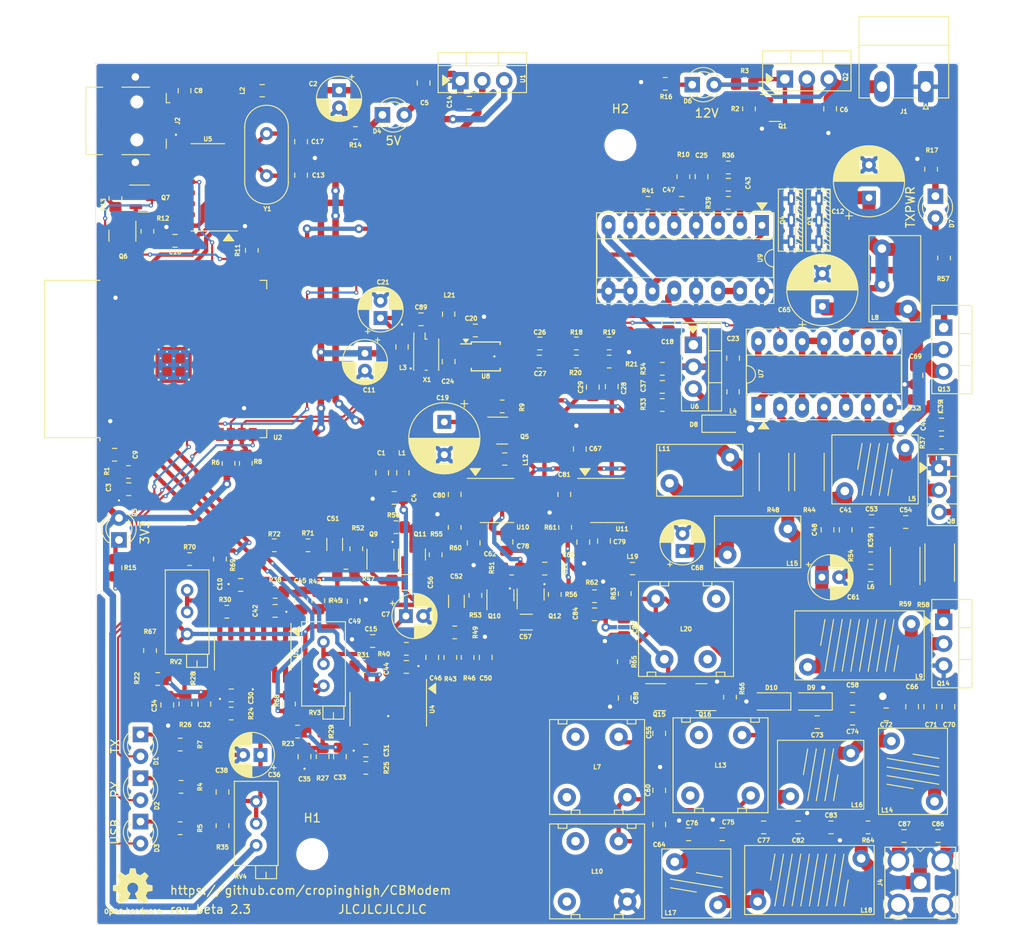
<source format=kicad_pcb>
(kicad_pcb (version 20240108) (generator "pcbnew") (generator_version "8.0")
  (title_block (title "CB Modem") (date "2022-12-29") (rev "beta 2.4") (company "indir"))
  (layers (0 "F.Cu" signal) (31 "B.Cu" signal) (34 "B.Paste" user) (35 "F.Paste" user) (36 "B.SilkS" user "B.Silkscreen") (37 "F.SilkS" user "F.Silkscreen") (38 "B.Mask" user) (39 "F.Mask" user) (44 "Edge.Cuts" user))
  (net 0 "")
  (net 1 "Net-(D1-Pad1)")
  (net 2 "GND")
  (net 3 "+3V3")
  (net 4 "Net-(D6-Pad1)")
  (net 5 "Net-(D7-Pad1)")
  (net 6 "+12VTX")
  (net 7 "Net-(C13-Pad1)")
  (net 8 "/RX_ANT_CLAMPED")
  (net 9 "MCU_EN")
  (net 10 "ADCIN_I")
  (net 11 "Net-(C17-Pad1)")
  (net 12 "+5V")
  (net 13 "MCU_GPIO_26")
  (net 14 "MCU_GPIO_13")
  (net 15 "MCU_GPIO_15")
  (net 16 "+12V")
  (net 17 "MCU_G0")
  (net 18 "ADCIN_Q")
  (net 19 "MCU_GPIO_16")
  (net 20 "MCU_GPIO_17")
  (net 21 "Net-(D3-Pad1)")
  (net 22 "MCU_DCD")
  (net 23 "Net-(D4-Pad1)")
  (net 24 "MCU_GPIO_18")
  (net 25 "TXPENABLE")
  (net 26 "Net-(D5-Pad1)")
  (net 28 "MCU_RXD")
  (net 29 "MCU_TXD")
  (net 30 "MCU_GPIO_23")
  (net 31 "+3V3FILT")
  (net 32 "/CLK_Q")
  (net 33 "/CLK_I")
  (net 34 "Net-(C62-Pad1)")
  (net 35 "/UD-")
  (net 36 "/UD+")
  (net 37 "+5VFILT")
  (net 38 "Net-(C8-Pad1)")
  (net 39 "TXAMPL_V")
  (net 40 "+5VMXR")
  (net 41 "LO_RX_I")
  (net 42 "LO_RX_Q")
  (net 43 "Net-(C44-Pad1)")
  (net 44 "Net-(C45-Pad1)")
  (net 45 "Net-(C49-Pad1)")
  (net 46 "Net-(C50-Pad1)")
  (net 47 "Net-(C81-Pad1)")
  (net 48 "Net-(C23-Pad1)")
  (net 49 "Net-(C60-Pad1)")
  (net 50 "Net-(C63-Pad1)")
  (net 51 "Net-(C64-Pad2)")
  (net 52 "Net-(C70-Pad1)")
  (net 53 "Net-(C75-Pad1)")
  (net 54 "RX_IN_ANT")
  (net 55 "Net-(C85-Pad1)")
  (net 57 "+5VTX")
  (net 58 "Net-(C28-Pad2)")
  (net 59 "Net-(C29-Pad1)")
  (net 60 "Net-(C31-Pad1)")
  (net 61 "Net-(C55-Pad2)")
  (net 62 "Net-(C37-Pad1)")
  (net 63 "Net-(Q15-Pad2)")
  (net 64 "Net-(Q14-Pad1)")
  (net 65 "LO_TX")
  (net 66 "Net-(C19-Pad1)")
  (net 67 "Net-(C24-Pad1)")
  (net 68 "Net-(C24-Pad2)")
  (net 69 "Net-(C26-Pad2)")
  (net 70 "Net-(C27-Pad2)")
  (net 71 "Net-(C37-Pad2)")
  (net 72 "Net-(C45-Pad2)")
  (net 73 "Net-(C30-Pad1)")
  (net 74 "Net-(C32-Pad2)")
  (net 75 "Net-(C32-Pad1)")
  (net 76 "Net-(C33-Pad1)")
  (net 77 "Net-(C33-Pad2)")
  (net 78 "Net-(C34-Pad1)")
  (net 79 "Net-(C35-Pad1)")
  (net 80 "RX_AMP_REF_V")
  (net 81 "Net-(C46-Pad2)")
  (net 82 "Net-(C39-Pad1)")
  (net 83 "Net-(C39-Pad2)")
  (net 84 "Net-(C41-Pad1)")
  (net 85 "Net-(C42-Pad1)")
  (net 86 "Net-(C43-Pad1)")
  (net 87 "Net-(C43-Pad2)")
  (net 88 "Net-(C46-Pad1)")
  (net 89 "Net-(C47-Pad2)")
  (net 90 "Net-(C51-Pad1)")
  (net 91 "Net-(C51-Pad2)")
  (net 92 "Net-(C52-Pad1)")
  (net 93 "Net-(C52-Pad2)")
  (net 94 "Net-(C53-Pad1)")
  (net 95 "Net-(C54-Pad1)")
  (net 96 "Net-(C56-Pad1)")
  (net 97 "Net-(C56-Pad2)")
  (net 98 "Net-(C57-Pad1)")
  (net 99 "Net-(C57-Pad2)")
  (net 100 "Net-(C66-Pad1)")
  (net 101 "Net-(C65-Pad1)")
  (net 102 "Net-(C67-Pad1)")
  (net 103 "Net-(C72-Pad1)")
  (net 104 "Net-(C77-Pad2)")
  (net 105 "Net-(C78-Pad1)")
  (net 106 "Net-(C68-Pad1)")
  (net 107 "Net-(C79-Pad2)")
  (net 108 "Net-(C80-Pad1)")
  (net 109 "Net-(C78-Pad2)")
  (net 110 "Net-(C88-Pad2)")
  (net 111 "Net-(C86-Pad1)")
  (net 112 "Net-(C89-Pad1)")
  (net 113 "Net-(D2-Pad1)")
  (net 114 "Net-(D8-Pad1)")
  (net 115 "Net-(L19-Pad1)")
  (net 116 "Net-(Q1-Pad1)")
  (net 117 "Net-(R28-Pad1)")
  (net 118 "Net-(R29-Pad1)")
  (net 119 "Net-(R30-Pad2)")
  (net 120 "Net-(R31-Pad2)")
  (net 121 "Net-(R32-Pad1)")
  (net 122 "Net-(R41-Pad1)")
  (net 123 "Net-(R44-Pad2)")
  (net 124 "Net-(Q1-Pad3)")
  (net 125 "Net-(Q6-Pad1)")
  (net 131 "Net-(U9-Pad14)")
  (net 136 "Net-(C84-Pad1)")
  (net 137 "Net-(Q6-Pad2)")
  (net 138 "Net-(Q7-Pad1)")
  (net 139 "Net-(Q7-Pad2)")
  (net 146 "Net-(Q13-Pad1)")
  (net 147 "/SDA")
  (net 148 "/SCL")
  (net 155 "ADCIN_LOW_I")
  (net 156 "ADCIN_LOW_Q")
  (net 157 "Net-(D1-Pad2)")
  (net 158 "Net-(D2-Pad2)")
  (net 159 "Net-(D3-Pad2)")
  (net 160 "Net-(R60-Pad1)")
  (net 161 "MCU_GPIO_22")
  (net 162 "MCU_GPIO_21")
  (net 163 "MCU_GPIO_19")
  (net 164 "MCU_GPIO_4")
  (net 165 "Net-(R61-Pad1)")
  (net 166 "Net-(U7-Pad1)")
  (footprint "Resistor_SMD:R_0805_2012Metric_Pad1.20x1.40mm_HandSolder" (layer "F.Cu") (at 56.1 166.5 -90)
    (property "Reference" "R27")
    (property "Value" "10k")
  )
  (footprint "Capacitor_SMD:C_0805_2012Metric_Pad1.18x1.45mm_HandSolder" (layer "F.Cu") (at 114.6 140.2 -90)
    (property "Reference" "C48")
    (property "Value" "47n")
  )
  (footprint "Resistor_SMD:R_2512_6332Metric_Pad1.40x3.35mm_HandSolder" (layer "F.Cu") (at 123.6 144.4 -90)
    (property "Reference" "R59")
    (property "Value" "5 1W")
  )
  (footprint "Diode_SMD:D_SOD-123" (layer "F.Cu") (at 112.9 160.1 180)
    (property "Reference" "D9")
    (property "Value" "4148")
  )
  (footprint "Capacitor_SMD:C_0805_2012Metric_Pad1.18x1.45mm_HandSolder" (layer "F.Cu") (at 44.5 170.6 90)
    (property "Reference" "C38")
    (property "Value" "0.1u")
  )
  (footprint "Capacitor_SMD:C_0805_2012Metric_Pad1.18x1.45mm_HandSolder" (layer "F.Cu") (at 67.8 88.4 90)
    (property "Reference" "C5")
    (property "Value" "0.1u")
  )
  (footprint "communicator_27mhz_custompcb:Soviet_inductor_core_vertical" (layer "F.Cu") (at 87.9 167.7)
    (property "Reference" "L7")
    (property "Value" "220n")
  )
  (footprint "Resistor_SMD:R_0805_2012Metric_Pad1.20x1.40mm_HandSolder" (layer "F.Cu") (at 93.8 102.3 180)
    (property "Reference" "R41")
    (property "Value" "5k")
  )
  (footprint "communicator_27mhz_custompcb:Ferrite_ring_10x6x5_vertical" (layer "F.Cu") (at 106.5 141.6 -90)
    (property "Reference" "L15")
    (property "Value" "~40T on М2000НМ core")
  )
  (footprint "Capacitor_SMD:C_0805_2012Metric_Pad1.18x1.45mm_HandSolder" (layer "F.Cu") (at 119.6 141.4 180)
    (property "Reference" "C59")
    (property "Value" "100p")
  )
  (footprint "Inductor_SMD:L_0805_2012Metric_Pad1.15x1.40mm_HandSolder" (layer "F.Cu") (at 70.7 115.2 -90)
    (property "Reference" "L21")
    (property "Value" "10uH")
  )
  (footprint "Resistor_SMD:R_0805_2012Metric_Pad1.20x1.40mm_HandSolder" (layer "F.Cu") (at 103.1 102.3)
    (property "Reference" "R39")
    (property "Value" "100k")
  )
  (footprint "Capacitor_SMD:C_0805_2012Metric_Pad1.18x1.45mm_HandSolder" (layer "F.Cu") (at 68.8 155 -90)
    (property "Reference" "C46")
    (property "Value" "10n")
  )
  (footprint "Capacitor_SMD:C_0805_2012Metric_Pad1.18x1.45mm_HandSolder" (layer "F.Cu") (at 81.2 120.7)
    (property "Reference" "C27")
    (property "Value" "0.1u")
  )
  (footprint "Capacitor_SMD:C_0805_2012Metric_Pad1.18x1.45mm_HandSolder" (layer "F.Cu") (at 67.5 115.8 180)
    (property "Reference" "C89")
    (property "Value" "0.1u")
  )
  (footprint "Resistor_SMD:R_0805_2012Metric_Pad1.20x1.40mm_HandSolder" (layer "F.Cu") (at 95.455 121.5375)
    (property "Reference" "R34")
    (property "Value" "5k")
  )
  (footprint "Package_TO_SOT_THT:TO-220-3_Vertical" (layer "F.Cu") (at 128.055 116.76 -90)
    (property "Reference" "Q13")
    (property "Value" "IRF9Z34N")
  )
  (footprint "Capacitor_SMD:C_0805_2012Metric_Pad1.18x1.45mm_HandSolder" (layer "F.Cu") (at 89.6 123.6 90)
    (property "Reference" "C28")
    (property "Value" "0.1u")
  )
  (footprint "Capacitor_SMD:C_0805_2012Metric_Pad1.18x1.45mm_HandSolder" (layer "F.Cu") (at 73.8 117.1 180)
    (property "Reference" "C20")
    (property "Value" "0.1u")
  )
  (footprint "Capacitor_SMD:C_0805_2012Metric_Pad1.18x1.45mm_HandSolder" (layer "F.Cu") (at 46.6 146.6 180)
    (property "Reference" "C10")
    (property "Value" "0.1u")
  )
  (footprint "Capacitor_SMD:C_1206_3216Metric_Pad1.33x1.80mm_HandSolder" (layer "F.Cu") (at 65.7 146.3 180)
    (property "Reference" "C56")
    (property "Value" "10u")
  )
  (footprint "Resistor_SMD:R_0805_2012Metric_Pad1.20x1.40mm_HandSolder" (layer "F.Cu") (at 52.2 160.4 90)
    (property "Reference" "R68")
    (property "Value" "10k")
  )
  (footprint "Capacitor_SMD:C_0805_2012Metric_Pad1.18x1.45mm_HandSolder" (layer "F.Cu") (at 32 131.5 180)
    (property "Reference" "C9")
    (property "Value" "0.1u")
  )
  (footprint "Package_TO_SOT_THT:TO-220-3_Vertical" (layer "F.Cu") (at 109.66 87.945)
    (property "Reference" "Q2")
    (property "Value" "IRF9Z34N")
  )
  (footprint "Capacitor_SMD:C_0805_2012Metric_Pad1.18x1.45mm_HandSolder" (layer "F.Cu") (at 58.1 166.5 90)
    (property "Reference" "C33")
    (property "Value" "10n")
  )
  (footprint "Capacitor_THT:CP_Radial_D5.0mm_P2.00mm" (layer "F.Cu") (at 65.744888 150.2)
    (property "Reference" "C7")
    (property "Value" "47u")
  )
  (footprint "Package_TO_SOT_SMD:SOT-23" (layer "F.Cu") (at 66.45 143.0625 90)
    (property "Reference" "Q11")
    (property "Value" "MMBT2222A")
  )
  (footprint "Resistor_SMD:R_0805_2012Metric_Pad1.20x1.40mm_HandSolder" (layer "F.Cu") (at 32.1 101.8 90)
    (property "Reference" "R13")
    (property "Value" "10k")
  )
  (footprint "Crystal:Crystal_HC49-4H_Vertical" (layer "F.Cu") (at 49.6 99.15 90)
    (property "Reference" "Y1")
    (property "Value" "12M")
  )
  (footprint "Capacitor_SMD:C_0805_2012Metric_Pad1.18x1.45mm_HandSolder" (layer "F.Cu") (at 39 106.7)
    (property "Reference" "C16")
    (property "Value" "0.1u")
  )
  (footprint "Capacitor_THT:CP_Radial_D8.0mm_P3.80mm" (layer "F.Cu") (at 114 114.302651 90)
    (property "Reference" "C65")
    (property "Value" "470u")
  )
  (footprint "MountingHole:MountingHole_3.2mm_M3" (layer "F.Cu") (at 90.6 95.6)
    (property "Reference" "H2")
    (property "Value" "M3")
  )
  (footprint "Connector_Coaxial:SMA_Amphenol_901-143_Horizontal" (layer "F.Cu") (at 125.35 181.1 -90)
    (property "Reference" "J4")
    (property "Value" "ANT")
    (fp_line (start 4.3 -4.5) (end -4.3 -4.5) (stroke (width 0.1)) (layer "Edge.Cuts"))
  )
  (footprint "Package_SO:MSOP-10_3x3mm_P0.5mm" (layer "F.Cu") (at 75 120.1)
    (property "Reference" "U8")
    (property "Value" "Si5351A")
  )
  (footprint "Capacitor_SMD:C_0805_2012Metric_Pad1.18x1.45mm_HandSolder" (layer "F.Cu") (at 116.7 140.2 -90)
    (property "Reference" "C41")
    (property "Value" "47n")
  )
  (footprint "Capacitor_SMD:C_0805_2012Metric_Pad1.18x1.45mm_HandSolder" (layer "F.Cu") (at 87.6 150 180)
    (property "Reference" "C84")
    (property "Value" "47p")
  )
  (footprint "Inductor_SMD:L_0805_2012Metric_Pad1.15x1.40mm_HandSolder" (layer "F.Cu") (at 49.1 89.3)
    (property "Reference" "L2")
    (property "Value" "10uH")
  )
  (footprint "Resistor_SMD:R_0805_2012Metric_Pad1.20x1.40mm_HandSolder" (layer "F.Cu") (at 127.8 130.1 180)
    (property "Reference" "R37")
    (property "Value" "100")
  )
  (footprint "Capacitor_SMD:C_0805_2012Metric_Pad1.18x1.45mm_HandSolder" (layer "F.Cu") (at 88.7 141.5 90)
    (property "Reference" "C79")
    (property "Value" "10n")
  )
  (footprint "Capacitor_SMD:C_0805_2012Metric_Pad1.18x1.45mm_HandSolder" (layer "F.Cu") (at 124.4 160.7 -90)
    (property "Reference" "C66")
    (property "Value" "100p")
  )
  (footprint "Capacitor_THT:CP_Radial_D5.0mm_P2.00mm" (layer "F.Cu") (at 58 89.244888 -90)
    (property "Reference" "C2")
    (property "Value" "47u")
  )
  (footprint "Package_TO_SOT_SMD:SOT-23" (layer "F.Cu") (at 32.9 106.1 -90)
    (property "Reference" "Q6")
    (property "Value" "MMBT2222A")
  )
  (footprint "Capacitor_SMD:C_0805_2012Metric_Pad1.18x1.45mm_HandSolder" (layer "F.Cu") (at 87.4 123.6625 -90)
    (property "Reference" "C29")
    (property "Value" "0.1u")
  )
  (footprint "Resistor_SMD:R_0805_2012Metric_Pad1.20x1.40mm_HandSolder" (layer "F.Cu") (at 126.6 98.4 90)
    (property "Reference" "R17")
    (property "Value" "5k")
  )
  (footprint "Resistor_SMD:R_0805_2012Metric_Pad1.20x1.40mm_HandSolder" (layer "F.Cu") (at 35.8 105.6 -90)
    (property "Reference" "R12")
    (property "Value" "10k")
  )
  (footprint "Resistor_SMD:R_0805_2012Metric_Pad1.20x1.40mm_HandSolder" (layer "F.Cu") (at 97.9 99.2625 90)
    (property "Reference" "R10")
    (property "Value" "10k")
  )
  (footprint "communicator_27mhz_custompcb:Inductor_10x8" (layer "F.Cu") (at 120.1 133.2 -90)
    (property "Reference" "L5")
    (property "Value" "0.15uH(6T,d6)")
  )
  (footprint "Capacitor_SMD:C_0805_2012Metric_Pad1.18x1.45mm_HandSolder" (layer "F.Cu") (at 127.8 128)
    (property "Reference" "C40")
    (property "Value" "150p")
  )
  (footprint "Connector_USB:USB_Mini-B_Lumberg_2486_01_Horizontal" (layer "F.Cu") (at 34.575 92.8 -90)
    (property "Reference" "J2")
    (property "Value" "USB_B_Micro")
  )
  (footprint "Capacitor_SMD:C_0805_2012Metric_Pad1.18x1.45mm_HandSolder" (layer "F.Cu") (at 97.7 102.3 180)
    (property "Reference" "C47")
    (property "Value" "1n")
  )
  (footprint "Resistor_SMD:R_0805_2012Metric_Pad1.20x1.40mm_HandSolder" (layer "F.Cu") (at 76.9 125.9 180)
    (property "Reference" "R9")
    (property "Value" "680")
  )
  (footprint "Resistor_SMD:R_0805_2012Metric_Pad1.20x1.40mm_HandSolder" (layer "F.Cu") (at 105 88.5)
    (property "Reference" "R3")
    (property "Value" "10k")
  )
  (footprint "communicator_27mhz_custompcb:KT-13" (layer "F.Cu") (at 113.5 104.3 90)
    (property "Reference" "Q3")
    (property "Value" "KT315")
  )
  (footprint "Resistor_SMD:R_0805_2012Metric_Pad1.20x1.40mm_HandSolder" (layer "F.Cu") (at 45 149.7)
    (property "Reference" "R30")
    (property "Value" "20k")
  )
  (footprint "Capacitor_THT:CP_Radial_D8.0mm_P3.80mm" (layer "F.Cu") (at 119.4 101.7 90)
    (property "Reference" "C12")
    (property "Value" "470u")
  )
  (footprint "Connector_Phoenix_MC_HighVoltage:PhoenixContact_MC_1,5_2-G-5.08_1x02_P5.08mm_Horizontal" (layer "F.Cu") (at 125.985 88.8325 180)
    (property "Reference" "J1")
    (property "Value" "EXT_12V")
  )
  (footprint "Capacitor_SMD:C_0805_2012Metric_Pad1.18x1.45mm_HandSolder" (layer "F.Cu") (at 121.4 161.6)
    (property "Reference" "C72")
    (property "Value" "330p")
  )
  (footprint "Resistor_SMD:R_0805_2012Metric_Pad1.20x1.40mm_HandSolder" (layer "F.Cu") (at 59.9 94.2 180)
    (property "Reference" "R14")
    (property "Value" "2k")
  )
  (footprint "Capacitor_SMD:C_0805_2012Metric_Pad1.18x1.45mm_HandSolder" (layer "F.Cu") (at 53.6 95.2 -90)
    (property "Reference" "C17")
    (property "Value" "22p")
  )
  (footprint "Resistor_SMD:R_0805_2012Metric_Pad1.20x1.40mm_HandSolder" (layer "F.Cu") (at 40.7 143.6)
    (property "Reference" "R70")
    (property "Value" "10k")
  )
  (footprint "communicator_27mhz_custompcb:Soviet_inductor_core_vertical" (layer "F.Cu") (at 102.2 167.5)
    (property "Reference" "L13")
    (property "Value" "820n")
  )
  (footprint "Resistor_SMD:R_0805_2012Metric_Pad1.20x1.40mm_HandSolder" (layer "F.Cu") (at 85.5 120.7 180)
    (property "Reference" "R20")
    (property "Value" "6k8")
  )
  (footprint "Capacitor_SMD:C_0805_2012Metric_Pad1.18x1.45mm_HandSolder" (layer "F.Cu") (at 123.4625 175.7 180)
    (property "Reference" "C87")
    (property "Value" "30p")
  )
  (footprint "Resistor_SMD:R_0805_2012Metric_Pad1.20x1.40mm_HandSolder" (layer "F.Cu") (at 57.1 163.6 180)
    (property "Reference" "R29")
    (property "Value" "3k3")
  )
  (footprint "Capacitor_SMD:C_1206_3216Metric_Pad1.33x1.80mm_HandSolder" (layer "F.Cu") (at 57.5 141.9 -90)
    (property "Reference" "C51")
    (property "Value" "10u")
  )
  (footprint "LED_THT:LED_D3.0mm" (layer "F.Cu") (at 127.1 101.525 -90)
    (property "Reference" "D7")
    (property "Value" "TXPWR")
  )
  (footprint "Capacitor_SMD:C_0805_2012Metric_Pad1.18x1.45mm_HandSolder" (layer "F.Cu") (at 75 155 90)
    (property "Reference" "C50")
    (property "Value" "10n")
  )
  (footprint "Capacitor_SMD:C_0805_2012Metric_Pad1.18x1.45mm_HandSolder" (layer "F.Cu") (at 124.9 122.3 -90)
    (property "Reference" "C69")
    (property "Value" "0.1u")
  )
  (footprint "Resistor_SMD:R_0805_2012Metric_Pad1.20x1.40mm_HandSolder" (layer "F.Cu") (at 89.3 118.6 180)
    (property "Reference" "R19")
    (property "Value" "510")
  )
  (footprint "Resistor_SMD:R_0805_2012Metric_Pad1.20x1.40mm_HandSolder" (layer "F.Cu") (at 71.4 139.925 -90)
    (property "Reference" "R60")
    (property "Value" "3k3")
  )
  (footprint "Capacitor_SMD:C_0805_2012Metric_Pad1.18x1.45mm_HandSolder" (layer "F.Cu") (at 111.2 174.7)
    (property "Reference" "C82")
    (property "Value" "220p")
  )
  (footprint "Capacitor_SMD:C_0805_2012Metric_Pad1.18x1.45mm_HandSolder" (layer "F.Cu") (at 115 174.7)
    (property "Reference" "C83")
    (property "Value" "220p")
  )
  (footprint "Capacitor_SMD:C_0805_2012Metric_Pad1.18x1.45mm_HandSolder" (layer "F.Cu") (at 77.4 141.6 90)
    (property "Reference" "C78")
    (property "Value" "10n")
  )
  (footprint "Oscillator:Oscillator_SMD_EuroQuartz_XO32-4Pin_3.2x2.5mm_HandSoldering" (layer "F.Cu") (at 68.1 119.9 -90)
    (property "Reference" "X1")
    (property "Value" "3225 25 MHz TCXO")
  )
  (footprint "Capacitor_SMD:C_0805_2012Metric_Pad1.18x1.45mm_HandSolder" (layer "F.Cu") (at 95.1 163.8 -90)
    (property "Reference" "C55")
    (property "Value" "470p")
  )
  (footprint "Package_TO_SOT_THT:TO-220-3_Vertical" (layer "F.Cu") (at 72.06 88.145)
    (property "Reference" "U1")
    (property "Value" "LM1117-3.3")
  )
  (footprint "Capacitor_SMD:C_0805_2012Metric_Pad1.18x1.45mm_HandSolder" (layer "F.Cu") (at 107.2 174.7)
    (property "Reference" "C77")
    (property "Value" "39p")
  )
  (footprint "Resistor_SMD:R_0805_2012Metric_Pad1.20x1.40mm_HandSolder" (layer "F.Cu") (at 39.6 174.8 180)
    (property "Reference" "R5")
    (property "Value" "1k")
  )
  (footprint "communicator_27mhz_custompcb:Inductor_15x8" (layer "F.Cu") (at 112.5 180.8 -90)
    (property "Reference" "L18")
    (property "Value" "10T, d=4mm")
  )
  (footprint "Package_TO_SOT_SMD:SOT-23" (layer "F.Cu") (at 76.9 128.7)
    (property "Reference" "Q5")
    (property "Value" "MMBT2222A")
  )
  (footprint "Capacitor_SMD:C_0805_2012Metric_Pad1.18x1.45mm_HandSolder" (layer "F.Cu") (at 102.4 175.5 180)
    (property "Reference" "C75")
    (property "Value" "330p")
  )
  (footprint "Potentiometer_THT:Potentiometer_Bourns_3296X_Horizontal" (layer "F.Cu") (at 48.4 171.7 90)
    (property "Reference" "RV4")
    (property "Value" "1k")
  )
  (footprint "Capacitor_SMD:C_0805_2012Metric_Pad1.18x1.45mm_HandSolder" (layer "F.Cu") (at 100 99.2625 -90)
    (property "Reference" "C25")
    (property "Value" "10n")
  )
  (footprint "Symbol:OSHW-Logo2_7.3x6mm_SilkScreen" (layer "F.Cu") (at 34.1 182.2)
    (property "Reference" "LOGO1" (hide yes))
    (property "Value" "Logo_Open_Hardware_Large" (hide yes))
  )
  (footprint "Inductor_SMD:L_0805_2012Metric_Pad1.15x1.40mm_HandSolder" (layer "F.Cu") (at 77.2 132)
    (property "Reference" "L12")
    (property "Value" "10uH")
  )
  (footprint "Capacitor_SMD:C_0805_2012Metric_Pad1.18x1.45mm_HandSolder" (layer "F.Cu") (at 71.4 136.1 -90)
    (property "Reference" "C80")
    (property "Value" "10n")
  )
  (footprint "Resistor_SMD:R_0805_2012Metric_Pad1.20x1.40mm_HandSolder" (layer "F.Cu") (at 95.455 125.7375 180)
    (property "Reference" "R33")
    (property "Value" "20k")
  )
  (footprint "Inductor_SMD:L_0805_2012Metric_Pad1.15x1.40mm_HandSolder" (layer "F.Cu") (at 65.4 133.6 -90)
    (property "Reference" "L1")
    (property "Value" "10uH")
  )
  (footprint "communicator_27mhz_custompcb:Ferrite_ring_10x6x5_vertical" (layer "F.Cu") (at 122.4 111.1)
    (property "Reference" "L8")
    (property "Value" "~40T on М2000НМ core")
  )
  (footprint "Resistor_SMD:R_0805_2012Metric_Pad1.20x1.40mm_HandSolder" (layer "F.Cu") (at 128.1 108.7 -90)
    (property "Reference" "R57")
    (property "Value" "330")
  )
  (footprint "Capacitor_SMD:C_0805_2012Metric_Pad1.18x1.45mm_HandSolder" (layer "F.Cu") (at 91.1 159.7 90)
    (property "Reference" "C88")
    (property "Value" "10n")
  )
  (footprint "Resistor_SMD:R_0805_2012Metric_Pad1.20x1.40mm_HandSolder" (layer "F.Cu") (at 64.6 139.9 180)
    (property "Reference" "R50")
    (property "Value" "5k")
  )
  (footprint "Capacitor_SMD:C_0805_2012Metric_Pad1.18x1.45mm_HandSolder" (layer "F.Cu") (at 84.1 136.1 -90)
    (property "Reference" "C81")
    (property "Value" "10n")
  )
  (footprint "Capacitor_SMD:C_0805_2012Metric_Pad1.18x1.45mm_HandSolder" (layer "F.Cu") (at 95.1 170.4 90)
    (property "Reference" "C60")
    (property "Value" "330p")
  )
  (footprint "Resistor_SMD:R_0805_2012Metric_Pad1.20x1.40mm_HandSolder" (layer "F.Cu") (at 103.1 98.2)
    (property "Reference" "R36")
    (property "Value" "470")
  )
  (footprint "Diode_SMD:D_SOD-123" (layer "F.Cu") (at 108.1 160.1 180)
    (property "Reference" "D10")
    (property "Value" "4148")
  )
  (footprint "Resistor_SMD:R_0805_2012Metric_Pad1.20x1.40mm_HandSolder" (layer "F.Cu") (at 65.8 154 180)
    (property "Reference" "R40")
    (property "Value" "5k6")
  )
  (footprint "Resistor_SMD:R_0805_2012Metric_Pad1.20x1.40mm_HandSolder" (layer "F.Cu") (at 61.1 167.8)
    (property "Reference" "R25")
    (property "Value" "5k6")
  )
  (footprint "Resistor_SMD:R_0805_2012Metric_Pad1.20x1.40mm_HandSolder" (layer "F.Cu") (at 53.2 163.6)
    (property "Reference" "R23")
    (property "Value" "10k")
  )
  (footprint "MountingHole:MountingHole_3.2mm_M3" (layer "F.Cu") (at 54.9 177.8)
    (property "Reference" "H1")
    (property "Value" "M3")
  )
  (footprint "Resistor_SMD:R_0805_2012Metric_Pad1.20x1.40mm_HandSolder" (layer "F.Cu") (at 47.2 132.5 -90)
    (property "Reference" "R8")
    (property "Value" "1k")
  )
  (footprint "Capacitor_SMD:C_0805_2012Metric_Pad1.18x1.45mm_HandSolder" (layer "F.Cu") (at 65.8 156.1)
    (property "Reference" "C44")
    (property "Value" "1n")
  )
  (footprint "Capacitor_SMD:C_0805_2012Metric_Pad1.18x1.45mm_HandSolder" (layer "F.Cu") (at 50.6 149.6)
    (property "Reference" "C42")
    (property "Value" "1n")
  )
  (footprint "Package_SO:SOIC-14_3.9x8.7mm_P1.27mm" (layer "F.Cu") (at 48 154.5 -90)
    (property "Reference" "U3")
    (property "Value" "LM324")
  )
  (footprint "communicator_27mhz_custompcb:Ferrite_ring_10x6x5_vertical" (layer "F.Cu") (at 99.8 133.3 -90)
    (property "Reference" "L11")
    (property "Value" "6T on М2000НМ core")
  )
  (footprint "Capacitor_SMD:C_0805_2012Metric_Pad1.18x1.45mm_HandSolder" (layer "F.Cu") (at 81.2625 118.6)
    (property "Reference" "C26")
    (property "Value" "0.1u")
  )
  (footprint "Capacitor_SMD:C_0805_2012Metric_Pad1.18x1.45mm_HandSolder" (layer "F.Cu") (at 53.6 148.4 -90)
    (property "Reference" "C45")
    (property "Value" "10n")
  )
  (footprint "Capacitor_SMD:C_0805_2012Metric_Pad1.18x1.45mm_HandSolder" (layer "F.Cu") (at 123.6625 139.3 180)
    (property "Reference" "C54")
    (property "Value" "0.1u")
  )
  (footprint "Resistor_SMD:R_0805_2012Metric_Pad1.20x1.40mm_HandSolder" (layer "F.Cu") (at 73.8 147.8 -90)
    (property "Reference" "R53")
    (property "Value" "100k")
  )
  (footprint "Resistor_SMD:R_0805_2012Metric_Pad1.20x1.40mm_HandSolder" (layer "F.Cu") (at 85.5 118.6 180)
    (property "Reference" "R18")
    (property "Value" "6k8")
  )
  (footprint "Resistor_SMD:R_0805_2012Metric_Pad1.20x1.40mm_HandSolder" (layer "F.Cu") (at 44.5 174.5 -90)
    (property "Reference" "R35")
    (property "Value" "500")
  )
  (footprint "Package_TO_SOT_SMD:SOT-23" (layer "F.Cu") (at 108.5 91.3)
    (property "Reference" "Q1")
    (property "Value" "MMBT2222A")
  )
  (footprint "Package_TO_SOT_SMD:SOT-23" (layer "F.Cu") (at 76.7 147.8 90)
    (property "Reference" "Q10")
    (property "Value" "MMBT2222A")
  )
  (footprint "LED_THT:LED_D3.0mm" (layer "F.Cu") (at 35 163.925 -90)
    (property "Reference" "D1")
    (property "Value" "TX")
  )
  (footprint "Capacitor_SMD:C_0805_2012Metric_Pad1.18x1.45mm_HandSolder" (layer "F.Cu") (at 81.8375 144.7 180)
    (property "Reference" "C22")
    (property "Value" "0.1u")
  )
  (footprint "Capacitor_SMD:C_0805_2012Metric_Pad1.18x1.45mm_HandSolder" (layer "F.Cu") (at 127.7 125.9)
    (property "Reference" "C39")
    (property "Value" "0.1u")
  )
  (footprint "Resistor_SMD:R_0805_2012Metric_Pad1.20x1.40mm_HandSolder" (layer "F.Cu") (at 119.6 143.5 180)
    (property "Reference" "R54")
    (property "Value" "150")
  )
  (footprint "communicator_27mhz_custompcb:KT-13" (layer "F.Cu") (at 110.3 104.3 90)
    (property "Reference" "Q4")
    (property "Value" "KT315")
  )
  (footprint "Package_TO_SOT_THT:TO-126-3_Vertical" (layer "F.Cu") (at 127.525 133.06 -90)
    (property "Reference" "Q8")
    (property "Value" "C2314")
  )
  (footprint "LED_THT:LED_D3.0mm" (layer "F.Cu") (at 32.5 141.375 90)
    (property "Reference" "D5")
    (property "Value" "3V3")
  )
  (footprint "Resistor_SMD:R_0805_2012Metric_Pad1.20x1.40mm_HandSolder" (layer "F.Cu") (at 47.9 107.8 90)
    (property "Reference" "R11")
    (property "Value" "10k")
  )
  (footprint "Resistor_SMD:R_0805_2012Metric_Pad1.20x1.40mm_HandSolder" (layer "F.Cu") (at 60.8 156)
    (property "Reference" "R31")
    (property "Value" "20k")
  )
  (footprint "Resistor_SMD:R_0805_2012Metric_Pad1.20x1.40mm_HandSolder" (layer "F.Cu") (at 50.5 142)
    (property "Reference" "R72")
    (property "Value" "10k")
  )
  (footprint "Resistor_SMD:R_0805_2012Metric_Pad1.20x1.40mm_HandSolder" (layer "F.Cu") (at 105.5 91.4 -90)
    (property "Reference" "R2")
    (property "Value" "50k")
  )
  (footprint "Capacitor_THT:CP_Radial_D8.0mm_P3.80mm" (layer "F.Cu") (at 70.2 127.697349 -90)
    (property "Reference" "C19")
    (property "Value" "470u")
  )
  (footprint "Inductor_SMD:L_0805_2012Metric_Pad1.15x1.40mm_HandSolder" (layer "F.Cu") (at 65.3 119 90)
    (property "Reference" "L3")
    (property "Value" "10uH")
  )
  (footprint "Resistor_SMD:R_0805_2012Metric_Pad1.20x1.40mm_HandSolder" (layer "F.Cu") (at 39.7 170)
    (property "Reference" "R4")
    (property "Value" "1k")
  )
  (footprint "Capacitor_SMD:C_0805_2012Metric_Pad1.18x1.45mm_HandSolder" (layer "F.Cu") (at 73.6 141.725 -90)
    (property "Reference" "C62")
    (property "Value" "10n")
  )
  (footprint "Capacitor_THT:CP_Radial_D5.0mm_P2.00mm" (layer "F.Cu") (at 113.944888 145.7)
    (property "Reference" "C61")
    (property "Value" "10u")
  )
  (footprint "Capacitor_SMD:C_0805_2012Metric_Pad1.18x1.45mm_HandSolder" (layer "F.Cu") (at 113.4 162.5 180)
    (property "Reference" "C73")
    (property "Value" "47p")
  )
  (footprint "Resistor_SMD:R_0805_2012Metric_Pad1.20x1.40mm_HandSolder" (layer "F.Cu") (at 91 155.5 -90)
    (property "Reference" "R65")
    (property "Value" "25k")
  )
  (footprint "Capacitor_THT:CP_Radial_D5.0mm_P2.00mm" (layer "F.Cu") (at 48.9 166.3 180)
    (property "Reference" "C36")
    (property "Value" "47u")
  )
  (footprint "Capacitor_SMD:C_0805_2012Metric_Pad1.18x1.45mm_HandSolder" (layer "F.Cu") (at 70.7 120.7 90)
    (property "Reference" "C24")
    (property "Value" "0.1u")
  )
  (footprint "Capacitor_SMD:C_0805_2012Metric_Pad1.18x1.45mm_HandSolder" (layer "F.Cu") (at 85.9 130.8375 90)
    (property "Reference" "C67")
    (property "Value" "0.1u")
  )
  (footprint "Resistor_SMD:R_0805_2012Metric_Pad1.20x1.40mm_HandSolder" (layer "F.Cu") (at 33.6 133.5)
    (property "Reference" "R1")
    (property "Value" "10k")
  )
  (footprint "Capacitor_SMD:C_0805_2012Metric_Pad1.18x1.45mm_HandSolder" (layer "F.Cu") (at 103.655 120.3 90)
    (property "Reference" "C23")
    (property "Value" "0.1u")
  )
  (footprint "Resistor_SMD:R_0805_2012Metric_Pad1.20x1.40mm_HandSolder" (layer "F.Cu") (at 69.2 143.1 90)
    (property "Reference" "R55")
    (property "Value" "900")
  )
  (footprint "communicator_27mhz_custompcb:Inductor_15x8" (layer "F.Cu") (at 118.3 153.6 -90)
    (property "Reference" "L9")
    (property "Value" "0.5uH(13T,d5)")
  )
  (footprint "LED_THT:LED_D3.0mm" (layer "F.Cu") (at 63.025 92.1)
    (property "Reference" "D4")
    (property "Value" "5V")
  )
  (footprint "Resistor_SMD:R_0805_2012Metric_Pad1.20x1.40mm_HandSolder" (layer "F.Cu") (at 36.1 154.2 -90)
    (property "Reference" "R67")
    (property "Value" "10k")
  )
  (footprint "Resistor_SMD:R_0805_2012Metric_Pad1.20x1.40mm_HandSolder" (layer "F.Cu") (at 78 144.7 180)
    (property "Reference" "R51")
    (property "Value" "5k")
  )
  (footprint "Resistor_SMD:R_2512_6332Metric_Pad1.40x3.35mm_HandSolder" (layer "F.Cu") (at 127.6 144 90)
    (property "Reference" "R58")
    (property "Value" "5 1W")
  )
  (footprint "Capacitor_SMD:C_0805_2012Metric_Pad1.18x1.45mm_HandSolder" (layer "F.Cu") (at 64.4 136.5 180)
    (property "Reference" "C4")
    (property "Value" "0.1u")
  )
  (footprint "Package_DIP:DIP-16_W7.62mm_Socket_LongPads" (layer "F.Cu") (at 107 104.9 -90)
    (property "Reference" "U9")
    (property "Value" "TL494")
  )
  (footprint "Resistor_SMD:R_0805_2012Metric_Pad1.20x1.40mm_HandSolder" (layer "F.Cu") (at 60 142.4 -90)
    (property "Reference" "R52")
    (property "Value" "100k")
  )
  (footprint "communicator_27mhz_custompcb:Soviet_inductor_core_vertical" (layer "F.Cu") (at 87.9 179.8)
    (property "Reference" "L10")
    (property "Value" "220n")
  )
  (footprint "Package_SO:SO-8_3.9x4.9mm_P1.27mm" (layer "F.Cu") (at 89.1 136.8)
    (property "Reference" "U11")
    (property "Value" "SA612")
  )
  (footprint "Resistor_SMD:R_0805_2012Metric_Pad1.20x1.40mm_HandSolder" (layer "F.Cu") (at 41.1 157.4 180)
    (property "Reference" "R28")
    (property "Value" "3k3")
  )
  (footprint "Capacitor_SMD:C_0805_2012Metric_Pad1.18x1.45mm_HandSolder" (layer "F.Cu") (at 98.5 175.5 180)
    (property "Reference" "C76")
    (property "Value" "220p")
  )
  (footprint "Package_SO:SOIC-16_3.9x9.9mm_P1.27mm" (layer "F.Cu") (at 42.8 100.5 180)
    (property "Reference" "U5")
    (property "Value" "CH340G")
  )
  (footprint "Capacitor_SMD:C_0805_2012Metric_Pad1.18x1.45mm_HandSolder" (layer "F.Cu") (at 45.5 159.4 180)
    (property "Reference" "C30")
    (property "Value" "1n")
  )
  (footprint "Capacitor_SMD:C_0805_2012Metric_Pad1.18x1.45mm_HandSolder" (layer "F.Cu") (at 59.7 148.5 90)
    (property "Reference" "C49")
    (property "Value" "10n")
  )
  (footprint "Resistor_SMD:R_0805_2012Metric_Pad1.20x1.40mm_HandSolder" (layer "F.Cu") (at 89.3 120.7 180)
    (property "Reference" "R21")
    (property "Value" "510")
  )
  (footprint "Resistor_SMD:R_0805_2012Metric_Pad1.20x1.40mm_HandSolder" (layer "F.Cu") (at 32.1 144.6 -90)
    (property "Reference" "R15")
    (property "Value" "1k")
  )
  (footprint "Resistor_SMD:R_0805_2012Metric_Pad1.20x1.40mm_HandSolder" (layer "F.Cu") (at 40.2 160.4 -90)
    (property "Reference" "R26")
    (property "Value" "10k")
  )
  (footprint "Package_TO_SOT_SMD:SOT-23" (layer "F.Cu") (at 95.2 159.6)
    (property "Reference" "Q15")
    (property "Value" "MMBT2222A")
  )
  (footprint "Package_TO_SOT_SMD:SOT-23" (layer "F.Cu") (at 62.8 143.1 90)
    (property "Reference" "Q9")
    (property "Value" "MMBT2222A")
  )
  (footprint "Capacitor_SMD:C_1206_3216Metric_Pad1.33x1.80mm_HandSolder" (layer "F.Cu") (at 79.7 150.9 180)
    (property "Reference" "C57")
    (property "Value" "10u")
  )
  (footprint "Package_TO_SOT_THT:TO-220-3_Vertical" (layer "F.Cu") (at 99.055 118.76 -90)
    (property "Reference" "U6")
    (property "Value" "L7805")
  )
  (footprint "Capacitor_SMD:C_0805_2012Metric_Pad1.18x1.45mm_HandSolder" (layer "F.Cu") (at 40.1 89.3 90)
    (property "Reference" "C8")
    (property "Value" "0.1u")
  )
  (footprint "LED_THT:LED_D3.0mm" (layer "F.Cu") (at 98.925 88.6)
    (property "Reference" "D6")
    (property "Value" "12V")
  )
  (footprint "Capacitor_SMD:C_0805_2012Metric_Pad1.18x1.45mm_HandSolder" (layer "F.Cu") (at 73.1 90.7 180)
    (property "Reference" "C14")
    (property "Value" "0.1u")
  )
  (footprint "Capacitor_SMD:C_0805_2012Metric_Pad1.18x1.45mm_HandSolder" (layer "F.Cu") (at 95.455 123.6375 180)
    (property "Reference" "C37")
    (property "Value" "6n8")
  )
  (footprint "Package_SO:SO-8_3.9x4.9mm_P1.27mm" (layer "F.Cu") (at 76.3 136.8)
    (property "Reference" "U10")
    (property "Value" "SA612")
  )
  (footprint "Resistor_SMD:R_2512_6332Metric_Pad1.40x3.35mm_HandSolder" (layer "F.Cu") (at 112.5 133.5 90)
    (property "Reference" "R44")
    (property "Value" "5 1W")
  )
  (footprint "Capacitor_SMD:C_0805_2012Metric_Pad1.18x1.45mm_HandSolder" (layer "F.Cu") (at 96.155 116.0375 -90)
    (property "Reference" "C18")
    (property "Value" "0.1u")
  )
  (footprint "Capacitor_SMD:C_0805_2012Metric_Pad1.18x1.45mm_HandSolder" (layer "F.Cu") (at 53.6 99.1 90)
    (property "Reference" "C13")
    (property "Value" "22p")
  )
  (footprint "Capacitor_SMD:C_0805_2012Metric_Pad1.18x1.45mm_HandSolder" (layer "F.Cu") (at 38.1 160.5 -90)
    (property "Reference" "C34")
    (property "Value" "10n")
  )
  (footprint "Capacitor_THT:CP_Radial_D5.0mm_P2.00mm" (layer "F.Cu") (at 97.8 142.655112 90)
    (property "Reference" "C68")
    (property "Value" "22u")
  )
  (footprint "communicator_27mhz_custompcb:Inductor_10x8" (layer "F.Cu") (at 124.5 168.2)
    (property "Reference" "L14")
    (property "Value" "0.225uH(6T,d6)")
  )
  (footprint "Inductor_SMD:L_0805_2012Metric_Pad1.15x1.40mm_HandSolder" (layer "F.Cu") (at 119.6 145.5 180)
    (property "Reference" "L6")
    (property "Value" "6.8uH")
  )
  (footprint "Capacitor_SMD:C_1206_3216Metric_Pad1.33x1.80mm_HandSolder" (layer "F.Cu") (at 71.6 148.5 -90)
    (property "Reference" "C52")
    (property "Value" "10u")
  )
  (footprint "Capacitor_SMD:C_0805_2012Metric_Pad1.18x1.45mm_HandSolder" (layer "F.Cu") (at 117.5 162.1)
    (property "Reference" "C74")
    (property "Value" "330p")
  )
  (footprint "Resistor_SMD:R_0805_2012Metric_Pad1.20x1.40mm_HandSolder" (layer "F.Cu") (at 58.8 145.5)
    (property "Reference" "R47")
    (property "Value" "5k")
  )
  (footprint "Capacitor_THT:CP_Radial_D5.0mm_P2.00mm" (layer "F.Cu") (at 62.8 115.655113 90)
    (property "Reference" "C21")
    (property "Value" "47u")
  )
  (footprint "Resistor_SMD:R_0805_2012Metric_Pad1.20x1.40mm_HandSolder" (layer "F.Cu") (at 44.2 143.6 -90)
    (property "Reference" "R69")
    (property "Value" "10k")
  )
  (footprint "Resistor_SMD:R_0805_2012Metric_Pad1.20x1.40mm_HandSolder" (layer "F.Cu") (at 39.6 165.1)
    (property "Reference" "R7")
    (property "Value" "1k")
  )
  (footprint "Capacitor_SMD:C_0805_2012Metric_Pad1.18x1.45mm_HandSolder" (layer "F.Cu") (at 86.3 141.625 -90)
    (property "Reference" "C63")
    (property "Value" "10n")
  )
  (footprint "Capacitor_SMD:C_0805_2012Metric_Pad1.18x1.45mm_HandSolder" (layer "F.Cu") (at 127.4 175.7)
    (property "Reference" "C86")
    (property "Value" "150p")
  )
  (footprint "communicator_27mhz_custompcb:Inductor_10x8" (layer "F.Cu") (at 113.8 168.6 90)
    (property "Reference" "L16")
    (property "Value" "6T, d=5")
  )
  (footprint "Capacitor_SMD:C_0805_2012Metric_Pad1.18x1.45mm_HandSolder" (layer "F.Cu") (at 128.6 160.7 90)
    (property "Reference" "C70")
    (property "Value" "220p")
  )
  (footprint "Resistor_SMD:R_0805_2012Metric_Pad1.20x1.40mm_HandSolder" (layer "F.Cu") (at 95.8 88.5 180)
    (property "Reference" "R16")
    (property "Value" "5k")
  )
  (footprint "Resistor_SMD:R_0805_2012Metric_Pad1.20x1.40mm_HandSolder" (layer "F.Cu") (at 83 147.7 90)
    (property "Reference" "R56")
    (property "Value" "900")
  )
  (footprint "Resistor_SMD:R_0805_2012Metric_Pad1.20x1.40mm_HandSolder" (layer "F.Cu") (at 37 157.5)
    (property "Reference" "R22")
    (property "Value" "10k")
  )
  (footprint "Resistor_SMD:R_0805_2012Metric_Pad1.20x1.40mm_HandSolder" (layer "F.Cu") (at 87.6 147.9)
    (property "Reference" "R62")
    (property "Value" "680")
  )
  (footprint "Package_TO_SOT_SMD:SOT-23" (layer "F.Cu") (at 35.4 101.8)
    (property "Reference" "Q7")
    (property "Value" "MMBT2222A")
  )
  (footprint "Capacitor_SMD:C_0805_2012Metric_Pad1.18x1.45mm_HandSolder" (layer "F.Cu") (at 103.1 100.2 180)
    (property "Reference" "C43")
    (property "Value" "0.1u")
  )
  (footprint "Capacitor_SMD:C_0805_2012Metric_Pad1.18x1.45mm_HandSolder" (layer "F.Cu") (at 61.1 165.8 180)
    (property "Reference" "C31")
    (property "Value" "1n")
  )
  (footprint "Capacitor_SMD:C_0805_2012Metric_Pad1.18x1.45mm_HandSolder" (layer "F.Cu") (at 63 133.6 -90)
    (property "Reference" "C1")
    (property "Value" "0.1u")
  )
  (footprint "Resistor_SMD:R_0805_2012Metric_Pad1.20x1.40mm_HandSolder" (layer "F.Cu") (at 57.6 148.4 -90)
    (property "Reference" "R45")
    (property "Value" "3k3")
  )
  (footprint "Resistor_SMD:R_0805_2012Metric_Pad1.20x1.40mm_HandSolder" (layer "F.Cu") (at 45.2 132.5 -90)
    (property "Reference" "R6")
    (property "Value" "1k")
  )
  (footprint "Resistor_SMD:R_0805_2012Metric_Pad1.20x1.40mm_HandSolder" (layer "F.Cu") (at 119.3 174.7)
    (property "Reference" "R64")
    (property "Value" "4k7")
  )
  (footprint "Resistor_SMD:R_0805_2012Metric_Pad1.20x1.40mm_HandSolder" (layer "F.Cu") (at 124.6 126.1 -90)
    (property "Reference" "R32")
    (property "Value" "10")
  )
  (footprint "Resistor_SMD:R_0805_2012Metric_Pad1.20x1.40mm_HandSolder" (layer "F.Cu") (at 45.5 161.5)
    (property "Reference" "R24")
    (property "Value" "5k6")
  )
  (footprint "LED_THT:LED_D3.0mm" (layer "F.Cu") (at 35 174.025 -90)
    (property "Reference" "D3")
    (property "Value" "USB")
  )
  (footprint "Resistor_SMD:R_0805_2012Metric_Pad1.20x1.40mm_HandSolder" (layer "F.Cu") (at 71.4 152.1 180)
    (property "Reference" "R49")
    (property "Value" "5k")
  )
  (footprint "Capacitor_SMD:C_0805_2012Metric_Pad1.18x1.45mm_HandSolder" (layer "F.Cu") (at 126.5 160.7 90)
    (property "Reference" "C71")
    (property "Value" "220p")
  )
  (footprint "Resistor_SMD:R_0805_2012Metric_Pad1.20x1.40mm_HandSolder" (layer "F.Cu") (at 70.9 155 90)
    (property "Reference" "R43")
    (property "Value" "10k")
  )
  (footprint "Resistor_SMD:R_0805_2012Metric_Pad1.20x1.40mm_HandSolder" (layer "F.Cu") (at 91.1 147.6 -90)
    (property "Reference" "R63")
    (property "Value" "100")
  )
  (footprint "Potentiometer_THT:Potentiometer_Bourns_3296X_Horizontal" (layer "F.Cu") (at 40.4 147.2 90)
    (property "Reference" "RV2")
    (property "Value" "10k")
  )
  (footprint "Resistor_SMD:R_0805_2012Metric_Pad1.20x1.40mm_HandSolder" (layer "F.Cu") (at 55.6 148.4 90)
    (property "Reference" "R42")
    (property "Value" "10k")
  )
  (footprint "Capacitor_SMD:C_0805_2012Metric_Pad1.18x1.45mm_HandSolder" (layer "F.Cu") (at 95.1 174.3625 90)
    (property "Reference" "C64")
    (property "Value" "470p")
  )
  (footprint "Capacitor_SMD:C_0805_2012Metric_Pad1.18x1.45mm_HandSolder" (layer "F.Cu") (at 117.5 159.8)
    (property "Reference" "C58")
    (property "Value" "0.1u")
  )
  (footprint "Resistor_SMD:R_2512_6332Metric_Pad1.40x3.35mm_HandSolder" (layer "F.Cu") (at 108.4 133.5 -90)
    (property "Reference" "R48")
    (property "Value" "5 1W")
  )
  (footprint "Package_DIP:DIP-14_W7.62mm_Socket_LongPads" (layer "F.Cu") (at 106.575 126 90)
    (property "Reference" "U7")
    (property "Value" "74ACT14")
  )
  (footprint "Potentiometer_THT:Potentiometer_Bourns_3296X_Horizontal" (layer "F.Cu") (at 56.2 153.2 90)
    (property "Reference" "RV3")
    (property "Value" "10k")
  )
  (footprint "Diode_SMD:D_SOD-123" (layer "F.Cu") (at 102.3 127.9)
    (property "Reference" "D8")
    (property "Value" "4148")
  )
  (footprint "Capacitor_SMD:C_0805_2012Metric_Pad1.18x1.45mm_HandSolder" (layer "F.Cu") (at 33.6375 135.5 180)
    (property "Reference" "C3")
    (property "Value" "2.2u")
  )
  (footprint "Inductor_SMD:L_0805_2012Metric_Pad1.15x1.40mm_HandSolder" (layer "F.Cu") (at 92 144.7)
    (property "Reference" "L19")
    (property "Value" "10uH")
  )
  (footprint "Resistor_SMD:R_0805_2012Metric_Pad1.20x1.40mm_HandSolder" (layer "F.Cu") (at 54.4 142)
    (property "Reference" "R71")
    (property "Value" "10k")
  )
  (footprint "Capacitor_SMD:C_0805_2012Metric_Pad1.18x1.45mm_HandSolder" (layer "F.Cu") (at 114.9 91.4 -90)
    (property "Reference" "C6")
    (property "Value" "0.1u")
  )
  (footprint "Package_TO_SOT_SMD:SOT-23" (layer "F.Cu") (at 80.2 147.7 90)
    (property "Reference" "Q12")
    (property "Value" "MMBT2222A")
  )
  (footprint "Resistor_SMD:R_0805_2012Metric_Pad1.20x1.40mm_HandSolder" (layer "F.Cu") (at 72.9 155 -90)
    (property "Reference" "R46")
    (property "Value" "3k3")
  )
  (footprint "Capacitor_SMD:C_0805_2012Metric_Pad1.18x1.45mm_HandSolder" (layer "F.Cu") (at 119.7 139.2 180)
    (property "Reference" "C53")
    (property "Value" "330p")
  )
  (footprint "Inductor_SMD:L_0805_2012Metric_Pad1.15x1.40mm_HandSolder" (layer "F.Cu") (at 103.655 124.2 90)
    (property "Reference" "L4")
    (property "Value" "10uH")
  )
  (footprint "Package_TO_SOT_SMD:SOT-23" (layer "F.Cu") (at 100 159.6 180)
    (property "Reference" "Q16")
    (property "Value" "MMBT2222A")
  )
  (footprint "Capacitor_THT:CP_Radial_D5.0mm_P2.00mm" (layer "F.Cu") (at 61 119.744888 -90)
    (property "Reference" "C11")
    (property "Value" "10u")
  )
  (footprint "communicator_27mhz_custompcb:Soviet_inductor_core_vertical" (layer "F.Cu") (at 98.2 151.7 180)
    (property "Reference" "L20")
    (property "Value" "3.7-20uH")
  )
  (footprint "Capacitor_SMD:C_0805_2012Metric_Pad1.18x1.45mm_HandSolder" (layer "F.Cu") (at 42.4 160.4 90)
    (property "Reference" "C32")
    (property "Value" "10n")
  )
  (footprint "Package_TO_SOT_THT:TO-220-3_Vertical" (layer "F.Cu") (at 128.055 150.86 -90)
    (property "Reference" "Q14")
    (property "Value" "C2078")
  )
  (footprint "Resistor_SMD:R_0805_2012Metric_Pad1.20x1.40mm_HandSolder" (layer "F.Cu") (at 84.2 139.925 -90)
    (property "Reference" "R61")
    (property "Value" "3k3")
  )
  (footprint "Resistor_SMD:R_0805_2012Metric_Pad1.20x1.40mm_HandSolder" (layer "F.Cu") (at 103.3 159.6 -90)
    (property "Reference" "R66")
    (property "Value" "25k")
  )
  (footprint "Package_SO:SOIC-14_3.9x8.7mm_P1.27mm" (layer "F.Cu") (at 63.7 161 -90)
    (property "Reference" "U4")
    (property "Value" "LM324")
  )
  (footprint "Capacitor_SMD:C_0805_2012Metric_Pad1.18x1.45mm_HandSolder" (layer "F.Cu") (at 91 151.5 -90)
    (property "Reference" "C85")
    (property "Value" "0.1u")
  )
  (footprint "LED_THT:LED_D3.0mm" (layer "F.Cu") (at 35 169 -90)
    (property "Reference" "D2")
    (property "Value" "RX")
  )
  (footprint "Resistor_SMD:R_0805_2012Metric_Pad1.20x1.40mm_HandSolder" (layer "F.Cu") (at 50.6 147.4 180)
    (property "Reference" "R38")
    (property "Value" "5k6")
  )
  (footprint "RF_Module:ESP32-WROOM-32" (layer "F.Cu") (at 39.745 120.4 90)
    (property "Reference" "U2")
    (property "Value" "ESP32-WROOM-32")
  )
  (footprint "communicator_27mhz_custompcb:Inductor_8x8" (layer "F.Cu") (at 99.4 181.2)
    (property "Reference" "L17")
    (property "Value" "7T, d=4")
  )
  (footprint "Capacitor_SMD:C_0805_2012Metric_Pad1.18x1.45mm_HandSolder" (layer "F.Cu") (at 61.9 153.1 180)
    (property "Reference" "C15")
    (property "Value" "0.1u")
  )
  (footprint "Capacitor_SMD:C_0805_2012Metric_Pad1.18x1.45mm_HandSolder" (layer "F.Cu") (at 54 166.5 -90)
    (property "Reference" "C35")
    (property "Value" "10n")
  )
  (gr_poly (pts (xy 107.5 88.5) (xy 107.5 87.3) (xy 108.3 87.9)) (stroke (width 0.12)) (fill solid) (layer "F.SilkS"))
  (gr_poly (pts (xy 106.4 102.3) (xy 107.6 102.3) (xy 107 103.1)) (stroke (width 0.12)) (fill solid) (layer "F.SilkS"))
  (gr_poly (pts (xy 85.9 133.1) (xy 87.1 133.1) (xy 86.5 133.9)) (stroke (width 0.12)) (fill solid) (layer "F.SilkS"))
  (gr_poly (pts (xy 69.2 158) (xy 69.2 159.2) (xy 68.4 158.6)) (stroke (width 0.12)) (fill solid) (layer "F.SilkS"))
  (gr_poly (pts (xy 53.4 151.4) (xy 53.4 152.6) (xy 52.6 152)) (stroke (width 0.12)) (fill solid) (layer "F.SilkS"))
  (gr_poly (pts (xy 107.8 128.5) (xy 106.6 128.5) (xy 107.2 127.7)) (stroke (width 0.12)) (fill solid) (layer "F.SilkS"))
  (gr_poly (pts (xy 98.4 116.6) (xy 99.6 116.6) (xy 99 117.4)) (stroke (width 0.12)) (fill solid) (layer "F.SilkS"))
  (gr_poly (pts (xy 125.3 133.6) (xy 125.3 132.4) (xy 126.1 133)) (stroke (width 0.12)) (fill solid) (layer "F.SilkS"))
  (gr_poly (pts (xy 72.7 118.5) (xy 72.4 118.1) (xy 73 118.1)) (stroke (width 0.12)) (fill solid) (layer "F.SilkS"))
  (gr_poly (pts (xy 45.8 106.7) (xy 44.6 106.7) (xy 45.2 105.9)) (stroke (width 0.12)) (fill solid) (layer "F.SilkS"))
  (gr_poly (pts (xy 125.8 151.4) (xy 125.8 150.2) (xy 126.6 150.8)) (stroke (width 0.12)) (fill solid) (layer "F.SilkS"))
  (gr_poly (pts (xy 73.2 133.1) (xy 74.4 133.1) (xy 73.8 133.9)) (stroke (width 0.12)) (fill solid) (layer "F.SilkS"))
  (gr_poly (pts (xy 70 88.7) (xy 70 87.5) (xy 70.8 88.1)) (stroke (width 0.12)) (fill solid) (layer "F.SilkS"))
  (gr_line (start 129.8 185.4) (end 129.8 186) (stroke (width 0.05)) (layer "Edge.Cuts"))
  (gr_line (start 29.8 86.1) (end 129.8 86.1) (stroke (width 0.05)) (layer "Edge.Cuts"))
  (gr_line (start 129.8 86.1) (end 129.8 176.8) (stroke (width 0.05)) (layer "Edge.Cuts"))
  (gr_line (start 129.85 185.4) (end 129.8 185.4) (stroke (width 0.05)) (layer "Edge.Cuts"))
  (gr_line (start 129.8 176.8) (end 129.85 176.8) (stroke (width 0.05)) (layer "Edge.Cuts"))
  (gr_line (start 29.9 186) (end 29.8 86.1) (stroke (width 0.05)) (layer "Edge.Cuts"))
  (gr_line (start 129.8 186) (end 29.9 186) (stroke (width 0.05)) (layer "Edge.Cuts"))
  (gr_text "rev beta 2.3" (at 43.1 184.2 0) (layer "F.SilkS") (effects (font (size 1 1))))
  (gr_text "https://github.com/cropinghigh/CBModem" (at 54.7 182 0) (layer "F.SilkS") (effects (font (size 1 1))))
  (gr_text "JLCJLCJLCJLC" (at 57.8 184.2 0) (layer "F.SilkS") (effects (font (size 1 1)) (justify left)))
  (segment (start 35 163.925) (end 37.425 163.925) (width 0.5) (layer "F.Cu") (net 1))
  (segment (start 37.425 163.925) (end 38.6 165.1) (width 0.5) (layer "F.Cu") (net 1))
  (segment (start 59.5 152.9) (end 60.6625 152.9) (width 0.5) (layer "F.Cu") (net 2))
  (segment (start 30.9625 131.5) (end 30.9625 129.6825) (width 0.75) (layer "F.Cu") (net 2))
  (segment (start 122.81 176.085) (end 122.425 175.7) (width 1.5) (layer "F.Cu") (net 2))
  (segment (start 37.175 97.25) (end 34.75 97.25) (width 1.75) (layer "F.Cu") (net 2))
  (segment (start 118.6625 139.2) (end 118.6625 145.4125) (width 0.75) (layer "F.Cu") (net 2))
  (segment (start 123.5375 123.3375) (end 124.9 123.3375) (width 0.75) (layer "F.Cu") (net 2))
  (segment (start 114.1 158.5) (end 114.1 159.65) (width 0.5) (layer "F.Cu") (net 2))
  (segment (start 40.6 174.8) (end 40.6 165.1) (width 0.5) (layer "F.Cu") (net 2))
  (segment (start 112.2375 173.0375) (end 112.2375 174.7) (width 1.5) (layer "F.Cu") (net 2))
  (segment (start 96.6925 121.3) (end 96.455 121.5375) (width 0.75) (layer "F.Cu") (net 2))
  (segment (start 122.4375 161.6) (end 122.4375 160.1375) (width 1.5) (layer "F.Cu") (net 2))
  (segment (start 100 100.3) (end 97.9375 100.3) (width 0.75) (layer "F.Cu") (net 2))
  (segment (start 38.2 162.9) (end 38.2 161.6375) (width 0.5) (layer "F.Cu") (net 2))
  (segment (start 100.5925 121.3) (end 99.055 121.3) (width 0.75) (layer "F.Cu") (net 2))
  (segment (start 74.9 153.8625) (end 75 153.9625) (width 0.5) (layer "F.Cu") (net 2))
  (segment (start 89 153.1) (end 89.6 152.5) (width 0.75) (layer "F.Cu") (net 2))
  (segment (start 90.3 120.7) (end 90.5 120.7) (width 0.5) (layer "F.Cu") (net 2))
  (segment (start 77.8 148.5875) (end 77.65 148.7375) (width 0.5) (layer "F.Cu") (net 2))
  (segment (start 85.9 128.5375) (end 85.5 128.1375) (width 0.5) (layer "F.Cu") (net 2))
  (segment (start 99.38 104.9) (end 99.38 102.9425) (width 0.75) (layer "F.Cu") (net 2))
  (segment (start 105.7 128.5) (end 104.55 128.5) (width 1) (layer "F.Cu") (net 2))
  (segment (start 41.8 166.3) (end 46.9 166.3) (width 0.5) (layer "F.Cu") (net 2))
  (segment (start 114.6 141.2375) (end 118.4 141.2375) (width 0.75) (layer "F.Cu") (net 2))
  (segment (start 37.9625 105.1375) (end 38 105.1) (width 0.5) (layer "F.Cu") (net 2))
  (segment (start 73.725 137.435) (end 71.6975 137.435) (width 0.5) (layer "F.Cu") (net 2))
  (segment (start 121 159.5) (end 120.3 159.5) (width 1.5) (layer "F.Cu") (net 2))
  (segment (start 32.5 135.6) (end 32.6 135.5) (width 0.5) (layer "F.Cu") (net 2))
  (segment (start 48 158.7) (end 48 156.975) (width 0.5) (layer "F.Cu") (net 2))
  (segment (start 83.4625 137.1375) (end 82.4 138.2) (width 0.5) (layer "F.Cu") (net 2))
  (segment (start 118.5375 162.1) (end 118.5375 159.8) (width 1.5) (layer "F.Cu") (net 2))
  (segment (start 122.4375 160.1375) (end 121.8 159.5) (width 1.5) (layer "F.Cu") (net 2))
  (segment (start 63.2625 136.6) (end 63.3625 136.5) (width 0.5) (layer "F.Cu") (net 2))
  (segment (start 71.4 137.1375) (end 70.6625 137.1375) (width 0.5) (layer "F.Cu") (net 2))
  (segment (start 59.7 147.4625) (end 60.2625 147.4625) (width 0.5) (layer "F.Cu") (net 2))
  (segment (start 40.6 165.1) (end 41.8 166.3) (width 0.5) (layer "F.Cu") (net 2))
  (segment (start 82.875 146.575) (end 83 146.7) (width 0.75) (layer "F.Cu") (net 2))
  (segment (start 63.75 144.0375) (end 63.75 142.05) (width 0.5) (layer "F.Cu") (net 2))
  (segment (start 96.455 121.5375) (end 96.455 117.375) (width 0.75) (layer "F.Cu") (net 2))
  (segment (start 102.63 119.2625) (end 100.5925 121.3) (width 0.75) (layer "F.Cu") (net 2))
  (segment (start 90.3 118.6) (end 90.6 118.6) (width 0.5) (layer "F.Cu") (net 2))
  (segment (start 114.7 94.2) (end 114.7 92.6375) (width 0.75) (layer "F.Cu") (net 2))
  (segment (start 82.8 146.5) (end 83 146.7) (width 0.5) (layer "F.Cu") (net 2))
  (segment (start 44.5 175.5) (end 44.3 175.5) (width 0.5) (layer "F.Cu") (net 2))
  (segment (start 37.9625 106.7) (end 37.9625 105.1375) (width 0.5) (layer "F.Cu") (net 2))
  (segment (start 34.05 97.25) (end 34.4 97.6) (width 1.75) (layer "F.Cu") (net 2))
  (segment (start 99.38 102.9425) (end 98.7375 102.3) (width 0.75) (layer "F.Cu") (net 2))
  (segment (start 53.6 96.2375) (end 54.3375 96.2375) (width 0.5) (layer "F.Cu") (net 2))
  (segment (start 65.3 116.4) (end 65.8625 116.4) (width 0.5) (layer "F.Cu") (net 2))
  (segment (start 126.4 97.2) (end 126.6 97.4) (width 0.75) (layer "F.Cu") (net 2))
  (segment (start 107 93.7) (end 107 92.8125) (width 0.5) (layer "F.Cu") (net 2))
  (segment (start 45.275 104.945) (end 47.045 104.945) (width 0.5) (layer "F.Cu") (net 2))
  (segment (start 103.655 119.2625) (end 102.63 119.2625) (width 0.75) (layer "F.Cu") (net 2))
  (segment (start 99.055 121.3) (end 96.6925 121.3) (width 0.75) (layer "F.Cu") (net 2))
  (segment (start 118.4 141.2375) (end 118.5625 141.4) (width 0.75) (layer "F.Cu") (net 2))
  (segment (start 42.9 174.1) (end 42.9 170.4) (width 0.5) (layer "F.Cu") (net 2))
  (segment (start 33.75 88.35) (end 34.4 87.7) (width 1.75) (layer "F.Cu") (net 2))
  (segment (start 86.525 137.435) (end 84.3975 137.435) (width 0.5) (layer "F.Cu") (net 2))
  (segment (start 32.1 147) (end 32.1 145.6) (width 0.5) (layer "F.Cu") (net 2))
  (segment (start 100 100.3) (end 100 101.0375) (width 0.75) (layer "F.Cu") (net 2))
  (segment (start 42.9 170.4) (end 43.7375 169.5625) (width 0.5) (layer "F.Cu") (net 2))
  (segment (start 77.2 120.1) (end 76 120.1) (width 0.25) (layer "F.Cu") (net 2))
  (segment (start 63 136.1375) (end 63.3625 136.5) (width 0.5) (layer "F.Cu") (net 2))
  (segment (start 40.1 88.2625) (end 37.2625 88.2625) (width 0.75) (layer "F.Cu") (net 2))
  (segment (start 30.9625 129.6825) (end 31.495 129.15) (width 0.75) (layer "F.Cu") (net 2))
  (segment (start 84.1 137.1375) (end 83.4625 137.1375) (width 0.5) (layer "F.Cu") (net 2))
  (segment (start 100 101.0375) (end 98.7375 102.3) (width 0.75) (layer "F.Cu") (net 2))
  (segment (start 122.575 161.7375) (end 122.4375 161.6) (width 1.5) (layer "F.Cu") (net 2))
  (segment (start 35.05 88.35) (end 34.4 87.7) (width 1.75) (layer "F.Cu") (net 2))
  (segment (start 53.6 98.0625) (end 54.2375 98.0625) (width 0.5) (layer "F.Cu") (net 2))
  (segment (start 31.495 112.695) (end 31.495 111.65) (width 0.75) (layer "F.Cu") (net 2))
  (segment (start 47 126.1) (end 49.245 126.1) (width 0.75) (layer "F.Cu") (net 2))
  (segment (start 95.1 167.8) (end 95.2 167.7) (width 0.5) (layer "F.Cu") (net 2))
  (segment (start 114.1 159.65) (end 114.55 160.1) (width 0.5) (layer "F.Cu") (net 2))
  (segment (start 61.9 136.6) (end 63.2625 136.6) (width 0.5) (layer "F.Cu") (net 2))
  (segment (start 43.7375 169.5625) (end 44.5 169.5625) (width 0.5) (layer "F.Cu") (net 2))
  (segment (start 85.9 129.8) (end 85.9 128.5375) (width 0.5) (layer "F.Cu") (net 2))
  (segment (start 37.275 94.4) (end 39.1 94.4) (width 0.5) (layer "F.Cu") (net 2))
  (segment (start 95.1 169.3625) (end 95.1 167.8) (width 0.5) (layer "F.Cu") (net 2))
  (segment (start 101.7875 157.8) (end 100.9375 158.65) (width 0.5) (layer "F.Cu") (net 2))
  (segment (start 105.2 160.1) (end 106.45 160.1) (width 0.5) (layer "F.Cu") (net 2))
  (segment (start 34.75 97.25) (end 34.4 97.6) (width 1.75) (layer "F.Cu") (net 2))
  (segment (start 38.2 161.6375) (end 38.1 161.5375) (width 0.5) (layer "F.Cu") (net 2))
  (segment (start 116.144888 145.5) (end 115.944888 145.7) (width 0.75) (layer "F.Cu") (net 2))
  (segment (start 60.6625 152.9) (end 60.8625 153.1) (width 0.5) (layer "F.Cu") (net 2))
  (segment (start 88.8 153.1) (end 89 153.1) (width 0.75) (layer "F.Cu") (net 2))
  (segment (start 118.6625 145.4125) (end 118.575 145.5) (width 0.75) (layer "F.Cu") (net 2))
  (segment (start 121.8 159.5) (end 121 159.5) (width 1.5) (layer "F.Cu") (net 2))
  (segment (start 58.9 94.2) (end 58.9 92.144888) (width 0.75) (layer "F.Cu") (net 2))
  (segment (start 58.9 92.144888) (end 58 91.244888) (width 0.75) (layer "F.Cu") (net 2))
  (segment (start 121.425 174.7) (end 122.425 175.7) (width 1.5) (layer "F.Cu") (net 2))
  (segment (start 44.5 169.5625) (end 44.5 168.7) (width 0.5) (layer "F.Cu") (net 2))
  (segment (start 101.8 157.8) (end 101.7875 157.8) (width 0.5) (layer "F.Cu") (net 2))
  (segment (start 54.2375 98.0625) (end 55.2 97.1) (width 0.5) (layer "F.Cu") (net 2))
  (segment (start 32.1 113.3) (end 31.495 112.695) (width 0.75) (layer "F.Cu") (net 2))
  (segment (start 97.4625 173.9625) (end 97.4 173.9) (width 1.5) (layer "F.Cu") (net 2))
  (segment (start 47.045 104.945) (end 47.1 105) (width 0.5) (layer "F.Cu") (net 2))
  (segment (start 88.6 146.2) (end 88.6 147.9) (width 0.5) (layer "F.Cu") (net 2))
  (segment (start 120.3 159.5) (end 118.8375 159.5) (width 1.5) (layer "F.Cu") (net 2))
  (segment (start 126.7625 128) (end 126.7625 132.2975) (width 0.75) (layer "F.Cu") (net 2))
  (segment (start 44.3 175.5) (end 42.9 174.1) (width 0.5) (layer "F.Cu") (net 2))
  (segment (start 72.06 90.6975) (end 72.0625 90.7) (width 0.75) (layer "F.Cu") (net 2))
  (segment (start 91.76 104.9) (end 91.76 103.34) (width 0.75) (layer "F.Cu") (net 2))
  (segment (start 74.8 117.0625) (end 74.8375 117.1) (width 0.5) (layer "F.Cu") (net 2))
  (segment (start 60.2625 147.4625) (end 61.1 148.3) (width 0.5) (layer "F.Cu") (net 2))
  (segment (start 63 134.6375) (end 63 136.1375) (width 0.5) (layer "F.Cu") (net 2))
  (segment (start 90.6 118.6) (end 91.6 119.6) (width 0.5) (layer "F.Cu") (net 2))
  (segment (start 122.81 178.56) (end 122.81 176.085) (width 1.5) (layer "F.Cu") (net 2))
  (segment (start 90.5 120.7) (end 91.6 119.6) (width 0.5) (layer "F.Cu") (net 2))
  (segment (start 114.7 92.6375) (end 114.9 92.4375) (width 0.75) (layer "F.Cu") (net 2))
  (segment (start 93 88.3) (end 94.6 88.3) (width 0.5) (layer "F.Cu") (net 2))
  (segment (start 37.175 88.35) (end 35.05 88.35) (width 1.75) (layer "F.Cu") (net 2))
  (segment (start 44.5 168.7) (end 46.9 166.3) (width 0.5) (layer "F.Cu") (net 2))
  (segment (start 126.7625 132.2975) (end 127.525 133.06) (width 0.75) (layer "F.Cu") (net 2))
  (segment (start 49.245 126.1) (end 49.255 126.11) (width 0.75) (layer "F.Cu") (net 2))
  (segment (start 104.55 128.5) (end 103.95 127.9) (width 1) (layer "F.Cu") (net 2))
  (segment (start 63.75 142.05) (end 64.2 141.6) (width 0.5) (layer "F.Cu") (net 2))
  (segment (start 91.1 160.7375) (end 89.4375 160.7375) (width 0.5) (layer "F.Cu") (net 2))
  (segment (start 82.875 144.7) (end 82.875 146.575) (width 0.75) (layer "F.Cu") (net 2))
  (segment (start 116.0375 176.2) (end 116.0375 174.7) (width 1.5) (layer "F.Cu") (net 2))
  (segment (start 91.76 103.34) (end 92.8 102.3) (width 0.75) (layer "F.Cu") (net 2))
  (segment (start 94.6 88.3) (end 94.8 88.5) (width 0.5) (layer "F.Cu") (net 2))
  (segment (start 72.06 88.145) (end 72.06 90.6975) (width 0.75) (layer "F.Cu") (net 2))
  (segment (start 81.8 146.5) (end 82.8 146.5) (width 0.5) (layer "F.Cu") (net 2))
  (segment (start 86.4 144.1) (end 86.4 142.7625) (width 0.5) (layer "F.Cu") (net 2))
  (segment (start 124.4 161.7375) (end 122.575 161.7375) (width 1.5) (layer "F.Cu") (net 2))
  (segment (start 70.6625 137.1375) (end 69.4 138.4) (width 0.5) (layer "F.Cu") (net 2))
  (segment (start 74.9 152.6) (end 74.9 153.8625) (width 0.5) (layer "F.Cu") (net 2))
  (segment (start 67.8 87.3625) (end 71.2775 87.3625) (width 0.75) (layer "F.Cu") (net 2))
  (segment (start 69.2 138.6) (end 69.4 138.4) (width 0.5) (layer "F.Cu") (net 2))
  (segment (start 89.6 152.5) (end 90.9625 152.5) (width 0.75) (layer "F.Cu") (net 2))
  (segment (start 54.3375 96.2375) (end 55.2 97.1) (width 0.5) (layer "F.Cu") (net 2))
  (segment (start 107 92.8125) (end 107.5625 92.25) (width 0.5) (layer "F.Cu") (net 2))
  (segment (start 31.725 97.25) (end 34.05 97.25) (width 1.75) (layer "F.Cu") (net 2))
  (segment (start 77.8 147) (end 77.8 148.5875) (width 0.5) (layer "F.Cu") (net 2))
  (segment (start 71.6975 137.435) (end 71.4 137.1375) (width 0.5) (layer "F.Cu") (net 2))
  (segment (start 96.455 117.375) (end 96.155 117.075) (width 0.75) (layer "F.Cu") (net 2))
  (segment (start 66.3 121.5) (end 67.175 121.5) (width 0.5) (layer "F.Cu") (net 2))
  (segment (start 97.4625 175.5) (end 97.4625 173.9625) (width 1.5) (layer "F.Cu") (net 2))
  (segment (start 32.5 136.8) (end 32.5 135.6) (width 0.5) (layer "F.Cu") (net 2))
  (segment (start 101.3625 175.5) (end 101.3625 173.9) (width 1.5) (layer "F.Cu") (net 2))
  (segment (start 84.3975 137.435) (end 84.1 137.1375) (width 0.5) (layer "F.Cu") (net 2))
  (segment (start 71.2775 87.3625) (end 72.06 88.145) (width 0.75) (layer "F.Cu") (net 2))
  (segment (start 101.3625 173.9) (end 101.3 173.9) (width 1.5) (layer "F.Cu") (net 2))
  (segment (start 69.2 142.1) (end 69.2 138.6) (width 0.5) (layer "F.Cu") (net 2))
  (segment (start 125 97.2) (end 126.4 97.2) (width 0.75) (layer "F.Cu") (net 2))
  (segment (start 31.725 88.35) (end 33.75 88.35) (width 1.75) (layer "F.Cu") (net 2))
  (segment (start 31.495 127.605) (end 31.495 129.15) (width 0.75) (layer "F.Cu") (net 2))
  (segment (start 65.8625 116.4) (end 66.4625 115.8) (width 0.5) (layer "F.Cu") (net 2))
  (segment (start 128.4375 178.0125) (end 127.89 178.56) (width 1.5) (layer "F.Cu") (net 2))
  (segment (start 37.2625 88.2625) (end 37.175 88.35) (width 0.75) (layer "F.Cu") (net 2))
  (segment (start 73.6 144.3) (end 73.6 142.7625) (width 0.5) (layer "F.Cu") (net 2))
  (segment (start 74.8 115.5) (end 74.8 117.0625) (width 0.5) (layer "F.Cu") (net 2))
  (segment (start 89.4375 160.7375) (end 89.4 160.7) (width 0.5) (layer "F.Cu") (net 2))
  (segment (start 118.8375 159.5) (end 118.5375 159.8) (width 1.5) (layer "F.Cu") (net 2))
  (segment (start 128.4375 175.7) (end 128.4375 178.0125) (width 1.5) (layer "F.Cu") (net 2))
  (segment (start 120.3 174.7) (end 121.425 174.7) (width 1.5) (layer "F.Cu") (net 2))
  (segment (start 118.575 145.5) (end 116.144888 145.5) (width 0.75) (layer "F.Cu") (net 2))
  (segment (start 86.4 142.7625) (end 86.3 142.6625) (width 0.5) (layer "F.Cu") (net 2))
  (segment (start 63.7 163.475) (end 63.7 161.8) (width 0.5) (layer "F.Cu") (net 2))
  (via (at 86.4 144.1) (size 1) (drill 0.5) (layers "F.Cu" "B.Cu") (net 2))
  (via (at 89.4 160.7) (size 1) (drill 0.5) (layers "F.Cu" "B.Cu") (net 2))
  (via (at 37.1 122.8) (size 0.5) (drill 0.25) (layers "F.Cu" "B.Cu") (net 2))
  (via (at 101.8 157.8) (size 1) (drill 0.5) (layers "F.Cu" "B.Cu") (net 2))
  (via (at 38 105.1) (size 1) (drill 0.5) (layers "F.Cu" "B.Cu") (net 2))
  (via (at 95.2 167.7) (size 1) (drill 0.5) (layers "F.Cu" "B.Cu") (net 2))
  (via (at 39.1 94.4) (size 0.5) (drill 0.25) (layers "F.Cu" "B.Cu") (net 2))
  (via (at 105.2 160.1) (size 1) (drill 0.5) (layers "F.Cu" "B.Cu") (net 2))
  (via (at 116.0375 176.2) (size 1) (drill 0.5) (layers "F.Cu" "B.Cu") (net 2))
  (via (at 73.6 144.3) (size 1) (drill 0.5) (layers "F.Cu" "B.Cu") (net 2))
  (via (at 59.7 165.8) (size 0.5) (drill 0.25) (layers "F.Cu" "B.Cu") (net 2))
  (via (at 81.8 146.5) (size 0.5) (drill 0.25) (layers "F.Cu" "B.Cu") (net 2))
  (via (at 112.2375 173.0375) (size 1) (drill 0.5) (layers "F.Cu" "B.Cu") (net 2))
  (via (at 88.8 153.1) (size 1) (drill 0.5) (layers "F.Cu" "B.Cu") (net 2))
  (via (at 34.4 97.6) (size 1.75) (drill 0.875) (layers "F.Cu" "B.Cu") (net 2))
  (via (at 114.1 158.5) (size 1) (drill 0.5) (layers "F.Cu" "B.Cu") (net 2))
  (via (at 32.1 147) (size 0.5) (drill 0.25) (layers "F.Cu" "B.Cu") (net 2))
  (via (at 63.7 161.8) (size 0.5) (drill 0.25) (layers "F.Cu" "B.Cu") (net 2))
  (via (at 38.2 162.9) (size 1) (drill 0.5) (layers "F.Cu" "B.Cu") (net 2))
  (via (at 82.4 138.2) (size 1) (drill 0.5) (layers "F.Cu" "B.Cu") (net 2))
  (via (at 101.3 173.8) (size 1) (drill 0.5) (layers "F.Cu" "B.Cu") (net 2))
  (via (at 77.8 147) (size 0.5) (drill 0.25) (layers "F.Cu" "B.Cu") (net 2))
  (via (at 40.6 122.8) (size 0.5) (drill 0.25) (layers "F.Cu" "B.Cu") (net 2))
  (via (at 67.2 156) (size 0.5) (drill 0.25) (layers "F.Cu" "B.Cu") (net 2))
  (via (at 125 97.2) (size 1) (drill 0.5) (layers "F.Cu" "B.Cu") (net 2))
  (via (at 123.5375 123.3375) (size 1) (drill 0.5) (layers "F.Cu" "B.Cu") (net 2))
  (via (at 34.4 87.7) (size 1.75) (drill 0.875) (layers "F.Cu" "B.Cu") (net 2))
  (via (at 45.2 146.5) (size 0.5) (drill 0.25) (layers "F.Cu" "B.Cu") (net 2))
  (via (at 91.6 119.6) (size 1) (drill 0.5) (layers "F.Cu" "B.Cu") (net 2))
  (via (at 66.3 121.5) (size 0.5) (drill 0.25) (layers "F.Cu" "B.Cu") (net 2))
  (via (at 93 88.3) (size 1) (drill 0.5) (layers "F.Cu" "B.Cu") (net 2))
  (via (at 40.6 119.3) (size 0.5) (drill 0.25) (layers "F.Cu" "B.Cu") (net 2))
  (via (at 37.1 119.3) (size 0.5) (drill 0.25) (layers "F.Cu" "B.Cu") (net 2))
  (via (at 44.2 159.8) (size 0.5) (drill 0.25) (layers "F.Cu" "B.Cu") (net 2))
  (via (at 65.3 116.4) (size 0.5) (drill 0.25) (layers "F.Cu" "B.Cu") (net 2))
  (via (at 74.9 152.6) (size 1) (drill 0.5) (layers "F.Cu" "B.Cu") (net 2))
  (via (at 97.4 173.9) (size 1) (drill 0.5) (layers "F.Cu" "B.Cu") (net 2))
  (via (at 55.2 97.1) (size 1) (drill 0.5) (layers "F.Cu" "B.Cu") (net 2))
  (via (at 32.5 136.8) (size 0.5) (drill 0.25) (layers "F.Cu" "B.Cu") (net 2))
  (via (at 114.7 94.2) (size 1) (drill 0.5) (layers "F.Cu" "B.Cu") (net 2))
  (via (at 74.8 115.5) (size 1) (drill 0.5) (layers "F.Cu" "B.Cu") (net 2))
  (via (at 105.7 128.5) (size 1.75) (drill 0.875) (layers "F.Cu" "B.Cu") (net 2))
  (via (at 64.2 141.6) (size 0.5) (drill 0.25) (layers "F.Cu" "B.Cu") (net 2))
  (via (at 76 120.1) (size 0.5) (drill 0.25) (layers "F.Cu" "B.Cu") (net 2))
  (via (at 107 93.7) (size 1) (drill 0.5) (layers "F.Cu" "B.Cu") (net 2))
  (via (at 61.1 148.3) (size 1) (drill 0.5) (layers "F.Cu" "B.Cu") (net 2))
  (via (at 69.4 138.4) (size 1) (drill 0.5) (layers "F.Cu" "B.Cu") (net 2))
  (via (at 61.9 136.6) (size 1) (drill 0.5) (layers "F.Cu" "B.Cu") (net 2))
  (via (at 59.5 152.9) (size 1) (drill 0.5) (layers "F.Cu" "B.Cu") (net 2))
  (via (at 31.495 127.605) (size 1) (drill 0.5) (layers "F.Cu" "B.Cu") (net 2))
  (via (at 32.1 113.3) (size 1) (drill 0.5) (layers "F.Cu" "B.Cu") (net 2))
  (via (at 54 167.9) (size 0.5) (drill 0.25) (layers "F.Cu" "B.Cu") (net 2))
  (via (at 47 126.1) (size 1) (drill 0.5) (layers "F.Cu" "B.Cu") (net 2))
  (via (at 47.1 105) (size 1) (drill 0.5) (layers "F.Cu" "B.Cu") (net 2))
  (via (at 88.6 146.2) (size 1) (drill 0.5) (layers "F.Cu" "B.Cu") (net 2))
  (via (at 85.5 128.1375) (size 1) (drill 0.5) (layers "F.Cu" "B.Cu") (net 2))
  (via (at 51.9 149.7) (size 0.5) (drill 0.25) (layers "F.Cu" "B.Cu") (net 2))
  (via (at 48 158.7) (size 0.5) (drill 0.25) (layers "F.Cu" "B.Cu") (net 2))
  (via (at 121 159.5) (size 1.75) (drill 0.875) (layers "F.Cu" "B.Cu") (net 2))
  (segment (start 40.36 121.06) (end 40.36 121.8425) (width 0.5) (layer "B.Cu") (net 2))
  (segment (start 38.0725 121.08) (end 37.32 121.08) (width 0.5) (layer "B.Cu") (net 2))
  (segment (start 38.835 122.465) (end 38.695 122.605) (width 0.5) (layer "B.Cu") (net 2))
  (segment (start 38.0725 119.555) (end 37.355 119.555) (width 0.5) (layer "B.Cu") (net 2))
  (segment (start 40.36 120.3175) (end 40.36 121.06) (width 0.5) (layer "B.Cu") (net 2))
  (segment (start 40.36 122.56) (end 40.6 122.8) (width 0.5) (layer "B.Cu") (net 2))
  (segment (start 38.0725 119.555) (end 38.845 119.555) (width 0.5) (layer "B.Cu") (net 2))
  (segment (start 38.695 122.605) (end 38.0725 122.605) (width 0.5) (layer "B.Cu") (net 2))
  (segment (start 39.5975 122.605) (end 38.695 122.605) (width 0.5) (layer "B.Cu") (net 2))
  (segment (start 40.34 121.08) (end 40.36 121.06) (width 0.5) (layer "B.Cu") (net 2))
  (segment (start 37.31 120.3175) (end 37.31 119.51) (width 0.5) (layer "B.Cu") (net 2))
  (segment (start 39.5975 122.605) (end 40.405 122.605) (width 0.5) (layer "B.Cu") (net 2))
  (segment (start 38.0725 122.605) (end 37.295 122.605) (width 0.5) (layer "B.Cu") (net 2))
  (segment (start 40.36 119.54) (end 40.6 119.3) (width 0.5) (layer "B.Cu") (net 2))
  (segment (start 39.5975 121.08) (end 40.34 121.08) (width 0.5) (layer "B.Cu") (net 2))
  (segment (start 40.36 121.8425) (end 40.36 122.56) (width 0.5) (layer "B.Cu") (net 2))
  (segment (start 40.405 122.605) (end 40.6 122.8) (width 0.5) (layer "B.Cu") (net 2))
  (segment (start 38.835 120.3175) (end 38.835 121.8425) (width 0.5) (layer "B.Cu") (net 2))
  (segment (start 38.845 119.555) (end 39.5975 119.555) (width 0.5) (layer "B.Cu") (net 2))
  (segment (start 37.31 121.09) (end 37.31 121.8425) (width 0.5) (layer "B.Cu") (net 2))
  (segment (start 37.31 121.8425) (end 37.31 122.59) (width 0.5) (layer "B.Cu") (net 2))
  (segment (start 38.0725 121.08) (end 39.5975 121.08) (width 0.5) (layer "B.Cu") (net 2))
  (segment (start 37.31 119.51) (end 37.1 119.3) (width 0.5) (layer "B.Cu") (net 2))
  (segment (start 38.835 121.8425) (end 38.835 122.465) (width 0.5) (layer "B.Cu") (net 2))
  (segment (start 38.835 120.3175) (end 38.835 119.565) (width 0.5) (layer "B.Cu") (net 2))
  (segment (start 37.32 121.08) (end 37.31 121.09) (width 0.5) (layer "B.Cu") (net 2))
  (segment (start 40.345 119.555) (end 40.6 119.3) (width 0.5) (layer "B.Cu") (net 2))
  (segment (start 37.31 122.59) (end 37.1 122.8) (width 0.5) (layer "B.Cu") (net 2))
  (segment (start 39.5975 119.555) (end 40.345 119.555) (width 0.5) (layer "B.Cu") (net 2))
  (segment (start 37.355 119.555) (end 37.1 119.3) (width 0.5) (layer "B.Cu") (net 2))
  (segment (start 37.295 122.605) (end 37.1 122.8) (width 0.5) (layer "B.Cu") (net 2))
  (segment (start 40.36 120.3175) (end 40.36 119.54) (width 0.5) (layer "B.Cu") (net 2))
  (segment (start 37.31 120.3175) (end 37.31 121.09) (width 0.5) (layer "B.Cu") (net 2))
  (segment (start 38.835 119.565) (end 38.845 119.555) (width 0.5) (layer "B.Cu") (net 2))
  (segment (start 32.6 133.5) (end 32.6 131.9375) (width 0.75) (layer "F.Cu") (net 3))
  (segment (start 48.535 106.165) (end 48.535 102.365) (width 0.5) (layer "F.Cu") (net 3))
  (segment (start 55.9 102.3) (end 55.9 119.6) (width 0.75) (layer "F.Cu") (net 3))
  (segment (start 32.6 131.9375) (end 33.0375 131.5) (width 0.75) (layer "F.Cu") (net 3))
  (segment (start 65.019888 119.744888) (end 65.3 120.025) (width 0.75) (layer "F.Cu") (net 3))
  (segment (start 60.3 102.3) (end 55.9 102.3) (width 0.75) (layer "F.Cu") (net 3))
  (segment (start 45 133.7) (end 45.2 133.5) (width 0.75) (layer "F.Cu") (net 3))
  (segment (start 47.2 133.5) (end 45.2 133.5) (width 0.75) (layer "F.Cu") (net 3))
  (segment (start 45 134.9) (end 45 133.7) (width 0.75) (layer "F.Cu") (net 3))
  (segment (start 74.6 90.2375) (end 74.1375 90.7) (width 0.75) (layer "F.Cu") (net 3))
  (segment (start 43.765 101.135) (end 42.2 102.7) (width 0.5) (layer "F.Cu") (net 3))
  (segment (start 61 119.744888) (end 65.019888 119.744888) (width 0.75) (layer "F.Cu") (net 3))
  (segment (start 47.9 106.8) (end 48.535 106.165) (width 0.5) (layer "F.Cu") (net 3))
  (segment (start 42.2 104.4) (end 41.655 104.945) (width 0.5) (layer "F.Cu") (net 3))
  (segment (start 41.655 104.945) (end 40.325 104.945) (width 0.5) (layer "F.Cu") (net 3))
  (segment (start 55.9 102.3) (end 48.6 102.3) (width 0.75) (layer "F.Cu") (net 3))
  (segment (start 50.8 133.5) (end 47.2 133.5) (width 0.75) (layer "F.Cu") (net 3))
  (segment (start 74.6 88.145) (end 74.6 90.2375) (width 0.75) (layer "F.Cu") (net 3))
  (segment (start 30.7 137.035) (end 32.5 138.835) (width 0.75) (layer "F.Cu") (net 3))
  (segment (start 40.0375 105.2325) (end 40.325 104.945) (width 0.5) (layer "F.Cu") (net 3))
  (segment (start 45.275 101.135) (end 48.535 101.135) (width 0.5) (layer "F.Cu") (net 3))
  (segment (start 63.7 102.3) (end 60.3 102.3) (width 0.75) (layer "F.Cu") (net 3))
  (segment (start 55.9 128.4) (end 50.8 133.5) (width 0.75) (layer "F.Cu") (net 3))
  (segment (start 55.9 119.6) (end 55.9 126.1) (width 0.75) (layer "F.Cu") (net 3))
  (segment (start 32 133.5) (end 30.7 134.8) (width 0.75) (layer "F.Cu") (net 3))
  (segment (start 74.1375 91.8625) (end 63.7 102.3) (width 0.75) (layer "F.Cu") (net 3))
  (segment (start 45.275 101.135) (end 43.765 101.135) (width 0.5) (layer "F.Cu") (net 3))
  (segment (start 30.7 134.8) (end 30.7 137.035) (width 0.75) (layer "F.Cu") (net 3))
  (segment (start 32.765 129.15) (end 32.765 131.2275) (width 0.75) (layer "F.Cu") (net 3))
  (segment (start 40.0375 106.7) (end 40.0375 105.2325) (width 0.5) (layer "F.Cu") (net 3))
  (segment (start 32.765 131.2275) (end 33.0375 131.5) (width 0.75) (layer "F.Cu") (net 3))
  (segment (start 48.535 102.365) (end 48.535 101.135) (width 0.5) (layer "F.Cu") (net 3))
  (segment (start 32.6 133.5) (end 32 133.5) (width 0.75) (layer "F.Cu") (net 3))
  (segment (start 74.1375 90.7) (end 74.1375 91.8625) (width 0.75) (layer "F.Cu") (net 3))
  (segment (start 42.2 102.7) (end 42.2 104.4) (width 0.5) (layer "F.Cu") (net 3))
  (via (at 55.9 119.6) (size 1) (drill 0.5) (layers "F.Cu" "B.Cu") (net 3))
  (via (at 55.9 126.1) (size 1) (drill 0.5) (layers "F.Cu" "B.Cu") (net 3))
  (via (at 45 134.9) (size 1) (drill 0.5) (layers "F.Cu" "B.Cu") (net 3))
  (via (at 55.9 128.4) (size 1) (drill 0.5) (layers "F.Cu" "B.Cu") (net 3))
  (segment (start 32.3 183.9) (end 41.3 183.9) (width 0.75) (layer "B.Cu") (net 3))
  (segment (start 32.5 138.835) (end 41.065 138.835) (width 0.75) (layer "B.Cu") (net 3))
  (segment (start 32.5 138.835) (end 32.09 138.835) (width 0.75) (layer "B.Cu") (net 3))
  (segment (start 48.4 176.8) (end 48.4 176.78) (width 0.75) (layer "B.Cu") (net 3))
  (segment (start 55.9 126.1) (end 55.9 128.4) (width 0.75) (layer "B.Cu") (net 3))
  (segment (start 61 119.744888) (end 56.044888 119.744888) (width 0.75) (layer "B.Cu") (net 3))
  (segment (start 41.065 138.835) (end 45 134.9) (width 0.75) (layer "B.Cu") (net 3))
  (segment (start 41.3 183.9) (end 48.4 176.8) (width 0.75) (layer "B.Cu") (net 3))
  (segment (start 56.044888 119.744888) (end 55.9 119.6) (width 0.75) (layer "B.Cu") (net 3))
  (segment (start 31.025 147.091727) (end 31.8 147.866727) (width 0.75) (layer "B.Cu") (net 3))
  (segment (start 31.8 183.4) (end 32.3 183.9) (width 0.75) (layer "B.Cu") (net 3))
  (segment (start 31.8 147.866727) (end 31.8 183.4) (width 0.75) (layer "B.Cu") (net 3))
  (segment (start 31.025 139.9) (end 31.025 147.091727) (width 0.75) (layer "B.Cu") (net 3))
  (segment (start 32.09 138.835) (end 31.025 139.9) (width 0.75) (layer "B.Cu") (net 3))
  (segment (start 98.925 88.6) (end 96.9 88.6) (width 0.5) (layer "F.Cu") (net 4))
  (segment (start 96.9 88.6) (end 96.8 88.5) (width 0.5) (layer "F.Cu") (net 4))
  (segment (start 127.1 101.525) (end 127.1 99.9) (width 0.75) (layer "F.Cu") (net 5))
  (segment (start 127.1 99.9) (end 126.6 99.4) (width 0.75) (layer "F.Cu") (net 5))
  (segment (start 127.1 104.065) (end 127.1 107.5) (width 0.75) (layer "F.Cu") (net 6))
  (segment (start 119.4 106.6) (end 120.9 108.1) (width 1.5) (layer "F.Cu") (net 6))
  (segment (start 96.4425 115.2875) (end 96.155 115) (width 0.75) (layer "F.Cu") (net 6))
  (segment (start 96.155 115) (end 96.155 113.205) (width 0.75) (layer "F.Cu") (net 6))
  (segment (start 117.8 101.7) (end 119.4 101.7) (width 1.5) (layer "F.Cu") (net 6))
  (segment (start 121.3 107.7) (end 120.9 108.1) (width 1.5) (layer "F.Cu") (net 6))
  (segment (start 99.055 116.4375) (end 97.905 115.2875) (width 0.75) (layer "F.Cu") (net 6))
  (segment (start 96.155 113.205) (end 96.84 112.52) (width 0.75) (layer "F.Cu") (net 6))
  (segment (start 119.4 101.7) (end 119.4 106.6) (width 1.5) (layer "F.Cu") (net 6))
  (segment (start 112 112.2) (end 108.9125 115.2875) (width 0.75) (layer "F.Cu") (net 6))
  (segment (start 112.2 96.1) (end 117.8 101.7) (width 1.5) (layer "F.Cu") (net 6))
  (segment (start 126.9 107.7) (end 121.3 107.7) (width 1.5) (layer "F.Cu") (net 6))
  (segment (start 120.5 112.2) (end 112 112.2) (width 0.75) (layer "F.Cu") (net 6))
  (segment (start 128.1 107.7) (end 126.9 107.7) (width 1.5) (layer "F.Cu") (net 6))
  (segment (start 99.055 118.76) (end 99.055 116.4375) (width 0.75) (layer "F.Cu") (net 6))
  (segment (start 97.905 115.2875) (end 96.4425 115.2875) (width 0.75) (layer "F.Cu") (net 6))
  (segment (start 112.2 87.945) (end 112.2 96.1) (width 1.5) (layer "F.Cu") (net 6))
  (segment (start 120.9 111.8) (end 120.5 112.2) (width 0.75) (layer "F.Cu") (net 6))
  (segment (start 108.9125 115.2875) (end 97.905 115.2875) (width 0.75) (layer "F.Cu") (net 6))
  (via (at 120.9 111.8) (size 1.75) (drill 0.875) (layers "F.Cu" "B.Cu") (net 6))
  (segment (start 120.9 111.8) (end 120.9 107.6) (width 1.5) (layer "B.Cu") (net 6))
  (segment (start 52.6125 99.15) (end 53.6 100.1375) (width 0.5) (layer "F.Cu") (net 7))
  (segment (start 49.6 99.15) (end 52.6125 99.15) (width 0.5) (layer "F.Cu") (net 7))
  (segment (start 45.275 97.325) (end 47.775 97.325) (width 0.5) (layer "F.Cu") (net 7))
  (segment (start 47.775 97.325) (end 49.6 99.15) (width 0.5) (layer "F.Cu") (net 7))
  (segment (start 109.75 160.75) (end 106.5 164) (width 0.5) (layer "F.Cu") (net 8))
  (segment (start 111.25 160.1) (end 109.75 160.1) (width 0.5) (layer "F.Cu") (net 8))
  (segment (start 109.75 160.1) (end 109.75 160.75) (width 0.5) (layer "F.Cu") (net 8))
  (segment (start 106.5 164) (end 104.7 164) (width 0.5) (layer "F.Cu") (net 8))
  (segment (start 112.3625 161.2125) (end 111.25 160.1) (width 0.5) (layer "F.Cu") (net 8))
  (segment (start 112.3625 162.5) (end 112.3625 161.2125) (width 0.5) (layer "F.Cu") (net 8))
  (segment (start 34.6 135.425) (end 34.675 135.5) (width 0.75) (layer "F.Cu") (net 9))
  (segment (start 34.6 133.5) (end 34.6 132.5) (width 0.5) (layer "F.Cu") (net 9))
  (segment (start 36.3375 101.8) (end 36.3375 102.4625) (width 0.25) (layer "F.Cu") (net 9))
  (segment (start 30.72 124.52) (end 34.035 127.835) (width 0.25) (layer "F.Cu") (net 9))
  (segment (start 34.035 127.835) (end 34.035 129.15) (width 0.25) (layer "F.Cu") (net 9))
  (segment (start 34.6 133.5) (end 34.6 135.425) (width 0.5) (layer "F.Cu") (net 9))
  (segment (start 30.9 104.1) (end 30.9 110.575) (width 0.25) (layer "F.Cu") (net 9))
  (segment (start 30.72 110.755) (end 30.72 124.52) (width 0.25) (layer "F.Cu") (net 9))
  (segment (start 34.2 130.6) (end 34.035 130.435) (width 0.5) (layer "F.Cu") (net 9))
  (segment (start 34.2 132.1) (end 34.2 130.6) (width 0.5) (layer "F.Cu") (net 9))
  (segment (start 34.035 130.435) (end 34.035 129.15) (width 0.5) (layer "F.Cu") (net 9))
  (segment (start 34.6 132.5) (end 34.2 132.1) (width 0.5) (layer "F.Cu") (net 9))
  (segment (start 30.9 110.575) (end 30.72 110.755) (width 0.25) (layer "F.Cu") (net 9))
  (via (at 36.2 102.6) (size 0.5) (drill 0.25) (layers "F.Cu" "B.Cu") (net 9))
  (via (at 30.9 104.1) (size 0.5) (drill 0.25) (layers "F.Cu" "B.Cu") (net 9))
  (segment (start 30.9 103.1) (end 31.4 102.6) (width 0.25) (layer "B.Cu") (net 9))
  (segment (start 30.9 104.1) (end 30.9 103.1) (width 0.25) (layer "B.Cu") (net 9))
  (segment (start 31.4 102.6) (end 36.2 102.6) (width 0.25) (layer "B.Cu") (net 9))
  (segment (start 35.305 132.415051) (end 35.305 129.15) (width 0.5) (layer "F.Cu") (net 10))
  (segment (start 35.6 155.2) (end 34.7 154.3) (width 0.5) (layer "F.Cu") (net 10))
  (segment (start 36.9 143.5) (end 40.489949 139.910051) (width 0.5) (layer "F.Cu") (net 10))
  (segment (start 35.1 151.5) (end 36.9 151.5) (width 0.5) (layer "F.Cu") (net 10))
  (segment (start 36 155.3) (end 36.1 155.2) (width 0.5) (layer "F.Cu") (net 10))
  (segment (start 36 157.5) (end 36 155.3) (width 0.5) (layer "F.Cu") (net 10))
  (segment (start 36.1 155.2) (end 35.6 155.2) (width 0.5) (layer "F.Cu") (net 10))
  (segment (start 36.9 151.5) (end 36.9 143.5) (width 0.5) (layer "F.Cu") (net 10))
  (segment (start 42.8 139.910051) (end 35.305 132.415051) (width 0.5) (layer "F.Cu") (net 10))
  (segment (start 34.7 154.3) (end 34.7 151.9) (width 0.5) (layer "F.Cu") (net 10))
  (segment (start 34.7 151.9) (end 35.1 151.5) (width 0.5) (layer "F.Cu") (net 10))
  (segment (start 40.489949 139.910051) (end 42.8 139.910051) (width 0.5) (layer "F.Cu") (net 10))
  (segment (start 47.815 96.055) (end 49.6 94.27) (width 0.5) (layer "F.Cu") (net 11))
  (segment (start 49.6 94.27) (end 53.4925 94.27) (width 0.5) (layer "F.Cu") (net 11))
  (segment (start 45.275 96.055) (end 47.815 96.055) (width 0.5) (layer "F.Cu") (net 11))
  (segment (start 53.4925 94.27) (end 53.6 94.1625) (width 0.5) (layer "F.Cu") (net 11))
  (segment (start 65.525 132.575) (end 67 131.1) (width 0.5) (layer "F.Cu") (net 12))
  (segment (start 60.40801 127.50801) (end 63 130.1) (width 0.5) (layer "F.Cu") (net 12))
  (segment (start 58 89.244888) (end 67.607388 89.244888) (width 0.75) (layer "F.Cu") (net 12))
  (segment (start 59.90801 127.50801) (end 60.40801 127.50801) (width 0.5) (layer "F.Cu") (net 12))
  (segment (start 93.8 143.925) (end 93.025 144.7) (width 0.5) (layer "F.Cu") (net 12))
  (segment (start 67.8 91) (end 67.8 89.4375) (width 0.75) (layer "F.Cu") (net 12))
  (segment (start 65.565 92.1) (end 66.665 91) (width 0.75) (layer "F.Cu") (net 12))
  (segment (start 50.180112 89.244888) (end 55.444888 89.244888) (width 0.75) (layer "F.Cu") (net 12))
  (segment (start 67.607388 89.244888) (end 67.8 89.4375) (width 0.75) (layer "F.Cu") (net 12))
  (segment (start 72.5 125) (end 74.1 123.4) (width 0.5) (layer "F.Cu") (net 12))
  (segment (start 69.4 92.6) (end 67.8 91) (width 0.75) (layer "F.Cu") (net 12))
  (segment (start 67 131.1) (end 67 125.9) (width 0.5) (layer "F.Cu") (net 12))
  (segment (start 63.0125 132.575) (end 63 132.5625) (width 0.5) (layer "F.Cu") (net 12))
  (segment (start 55.444888 89.244888) (end 58 89.244888) (width 0.75) (layer "F.Cu") (net 12))
  (segment (start 57.6 93.9) (end 57.6 100.9) (width 0.75) (layer "F.Cu") (net 12))
  (segment (start 80 125.2) (end 84.2 125.2) (width 0.5) (layer "F.Cu") (net 12))
  (segment (start 57.6 125.2) (end 58 125.6) (width 0.75) (layer "F.Cu") (net 12))
  (segment (start 50.125 89.3) (end 50.180112 89.244888) (width 0.75) (layer "F.Cu") (net 12))
  (segment (start 67 125.9) (end 67.9 125) (width 0.5) (layer "F.Cu") (net 12))
  (segment (start 93.8 129.4) (end 93.8 143.925) (width 0.5) (layer "F.Cu") (net 12))
  (segment (start 71.2 92.6) (end 69.4 92.6) (width 0.75) (layer "F.Cu") (net 12))
  (segment (start 65.4 132.575) (end 63.0125 132.575) (width 0.5) (layer "F.Cu") (net 12))
  (segment (start 57.6 103.8) (end 57.6 125.2) (width 0.75) (layer "F.Cu") (net 12))
  (segment (start 55.444888 91.744888) (end 57.6 93.9) (width 0.75) (layer "F.Cu") (net 12))
  (segment (start 63 130.1) (end 63 132.5625) (width 0.5) (layer "F.Cu") (net 12))
  (segment (start 90.3 125.9) (end 93.8 129.4) (width 0.5) (layer "F.Cu") (net 12))
  (segment (start 66.665 91) (end 67.8 91) (width 0.75) (layer "F.Cu") (net 12))
  (segment (start 67.9 125) (end 72.5 125) (width 0.5) (layer "F.Cu") (net 12))
  (segment (start 78.2 123.4) (end 80 125.2) (width 0.5) (layer "F.Cu") (net 12))
  (segment (start 55.444888 89.244888) (end 55.444888 91.744888) (width 0.75) (layer "F.Cu") (net 12))
  (segment (start 74.1 123.4) (end 78.2 123.4) (width 0.5) (layer "F.Cu") (net 12))
  (segment (start 65.4 132.575) (end 65.525 132.575) (width 0.5) (layer "F.Cu") (net 12))
  (via (at 90.3 125.9) (size 0.5) (drill 0.25) (layers "F.Cu" "B.Cu") (net 12))
  (via (at 84.2 125.2) (size 0.5) (drill 0.25) (layers "F.Cu" "B.Cu") (net 12))
  (via (at 59.90801 127.50801) (size 1) (drill 0.5) (layers "F.Cu" "B.Cu") (net 12))
  (via (at 71.2 92.6) (size 1) (drill 0.5) (layers "F.Cu" "B.Cu") (net 12))
  (via (at 57.6 100.9) (size 1) (drill 0.5) (layers "F.Cu" "B.Cu") (net 12))
  (via (at 57.6 103.8) (size 1) (drill 0.5) (layers "F.Cu" "B.Cu") (net 12))
  (via (at 58 125.6) (size 1) (drill 0.5) (layers "F.Cu" "B.Cu") (net 12))
  (segment (start 59.90801 127.50801) (end 58 125.6) (width 0.75) (layer "B.Cu") (net 12))
  (segment (start 84.9 125.9) (end 84.2 125.2) (width 0.5) (layer "B.Cu") (net 12))
  (segment (start 71.2 92.6) (end 74.7 92.6) (width 0.75) (layer "B.Cu") (net 12))
  (segment (start 57.6 100.9) (end 57.6 103.8) (width 0.75) (layer "B.Cu") (net 12))
  (segment (start 90.3 125.9) (end 84.9 125.9) (width 0.5) (layer "B.Cu") (net 12))
  (segment (start 77.14 90.16) (end 77.14 88.145) (width 0.75) (layer "B.Cu") (net 12))
  (segment (start 74.7 92.6) (end 77.14 90.16) (width 0.75) (layer "B.Cu") (net 12))
  (segment (start 101.465 88.6) (end 103.9 88.6) (width 0.5) (layer "F.Cu") (net 16))
  (segment (start 115.6275 88.8325) (end 114.74 87.945) (width 1.5) (layer "F.Cu") (net 16))
  (segment (start 114.9 90.3625) (end 114.9 90.265) (width 1.5) (layer "F.Cu") (net 16))
  (segment (start 120.905 88.8325) (end 116.3325 88.8325) (width 1.5) (layer "F.Cu") (net 16))
  (segment (start 116.3325 88.8325) (end 115.6275 88.8325) (width 1.5) (layer "F.Cu") (net 16))
  (segment (start 103.9 88.6) (end 104 88.5) (width 0.5) (layer "F.Cu") (net 16))
  (segment (start 114.9 90.265) (end 116.3325 88.8325) (width 1.5) (layer "F.Cu") (net 16))
  (segment (start 101.465 88.6) (end 107.1 88.6) (width 0.5) (layer "B.Cu") (net 16))
  (segment (start 108.5 90) (end 113.7 90) (width 0.5) (layer "B.Cu") (net 16))
  (segment (start 114.74 88.96) (end 114.74 87.945) (width 0.5) (layer "B.Cu") (net 16))
  (segment (start 107.1 88.6) (end 108.5 90) (width 0.5) (layer "B.Cu") (net 16))
  (segment (start 113.7 90) (end 114.74 88.96) (width 0.5) (layer "B.Cu") (net 16))
  (segment (start 47.9 108.8) (end 47.9 111.545) (width 0.5) (layer "F.Cu") (net 17))
  (segment (start 32.9 107.0375) (end 32.9375 107.0375) (width 0.25) (layer "F.Cu") (net 17))
  (segment (start 32.9375 107.0375) (end 34.2 108.3) (width 0.25) (layer "F.Cu") (net 17))
  (segment (start 34.2 108.3) (end 36.1 108.3) (width 0.25) (layer "F.Cu") (net 17))
  (segment (start 44.2 108.8) (end 47.9 108.8) (width 0.25) (layer "F.Cu") (net 17))
  (segment (start 47.9 111.545) (end 48.005 111.65) (width 0.5) (layer "F.Cu") (net 17))
  (via (at 36.1 108.3) (size 0.5) (drill 0.25) (layers "F.Cu" "B.Cu") (net 17))
  (via (at 44.2 108.8) (size 0.5) (drill 0.25) (layers "F.Cu" "B.Cu") (net 17))
  (segment (start 43.7 108.3) (end 36.1 108.3) (width 0.25) (layer "B.Cu") (net 17))
  (segment (start 44.2 108.8) (end 43.7 108.3) (width 0.25) (layer "B.Cu") (net 17))
  (segment (start 49.7 145) (end 36.575 131.875) (width 0.5) (layer "F.Cu") (net 18))
  (segment (start 52.2 163.6) (end 52.2 161.4) (width 0.5) (layer "F.Cu") (net 18))
  (segment (start 36.575 131.875) (end 36.575 129.15) (width 0.5) (layer "F.Cu") (net 18))
  (segment (start 52 161.2) (end 52.2 161.4) (width 0.5) (layer "F.Cu") (net 18))
  (segment (start 50.9 161.2) (end 52 161.2) (width 0.5) (layer "F.Cu") (net 18))
  (via (at 49.7 145) (size 0.5) (drill 0.25) (layers "F.Cu" "B.Cu") (net 18))
  (via (at 50.9 161.2) (size 0.5) (drill 0.25) (layers "F.Cu" "B.Cu") (net 18))
  (segment (start 54.9 152.84537) (end 54.9 149.9) (width 0.5) (layer "B.Cu") (net 18))
  (segment (start 50.9 156.84537) (end 54.9 152.84537) (width 0.5) (layer "B.Cu") (net 18))
  (segment (start 50.9 161.2) (end 50.9 156.84537) (width 0.5) (layer "B.Cu") (net 18))
  (segment (start 50 145) (end 49.7 145) (width 0.5) (layer "B.Cu") (net 18))
  (segment (start 54.9 149.9) (end 50 145) (width 0.5) (layer "B.Cu") (net 18))
  (segment (start 35 174.025) (end 37.825 174.025) (width 0.5) (layer "F.Cu") (net 21))
  (segment (start 37.825 174.025) (end 38.6 174.8) (width 0.5) (layer "F.Cu") (net 21))
  (segment (start 43.3 106.9) (end 43.3 109.7) (width 0.25) (layer "F.Cu") (net 22))
  (segment (start 43.3 109.7) (end 42.925 110.075) (width 0.25) (layer "F.Cu") (net 22))
  (segment (start 42.925 110.075) (end 42.925 111.65) (width 0.25) (layer "F.Cu") (net 22))
  (segment (start 41.8 99.9) (end 40.36 99.9) (width 0.25) (layer "F.Cu") (net 22))
  (segment (start 40.36 99.9) (end 40.325 99.865) (width 0.25) (layer "F.Cu") (net 22))
  (via (at 43.3 106.9) (size 0.5) (drill 0.25) (layers "F.Cu" "B.Cu") (net 22))
  (via (at 41.8 99.9) (size 0.5) (drill 0.25) (layers "F.Cu" "B.Cu") (net 22))
  (segment (start 41.8 99.9) (end 41.8 105.4) (width 0.25) (layer "B.Cu") (net 22))
  (segment (start 41.8 105.4) (end 43.3 106.9) (width 0.25) (layer "B.Cu") (net 22))
  (segment (start 60.925 94.2) (end 63.025 92.1) (width 0.75) (layer "F.Cu") (net 23))
  (segment (start 60.9 94.2) (end 60.925 94.2) (width 0.75) (layer "F.Cu") (net 23))
  (segment (start 60.3 105.3) (end 64.7 105.3) (width 0.5) (layer "F.Cu") (net 25))
  (segment (start 54.3 111) (end 54.3 105.3) (width 0.5) (layer "F.Cu") (net 25))
  (segment (start 94.8 92.4) (end 105.5 92.4) (width 0.5) (layer "F.Cu") (net 25))
  (segment (start 49.255 114.68) (end 50.62 114.68) (width 0.5) (layer "F.Cu") (net 25))
  (segment (start 64.7 105.3) (end 80.8 89.2) (width 0.5) (layer "F.Cu") (net 25))
  (segment (start 50.62 114.68) (end 54.3 111) (width 0.5) (layer "F.Cu") (net 25))
  (segment (start 91.6 89.2) (end 94.8 92.4) (width 0.5) (layer "F.Cu") (net 25))
  (segment (start 80.8 89.2) (end 91.6 89.2) (width 0.5) (layer "F.Cu") (net 25))
  (via (at 54.3 105.3) (size 1) (drill 0.5) (layers "F.Cu" "B.Cu") (net 25))
  (via (at 60.3 105.3) (size 1) (drill 0.5) (layers "F.Cu" "B.Cu") (net 25))
  (segment (start 54.3 105.3) (end 60.3 105.3) (width 0.5) (layer "B.Cu") (net 25))
  (segment (start 32.1 143.6) (end 32.1 141.775) (width 0.5) (layer "F.Cu") (net 26))
  (segment (start 32.1 141.775) (end 32.5 141.375) (width 0.5) (layer "F.Cu") (net 26))
  (segment (start 37.6 109.2) (end 41.3 109.2) (width 0.5) (layer "F.Cu") (net 28))
  (segment (start 43.7 105.3) (end 43.7 103.9) (width 0.5) (layer "F.Cu") (net 28))
  (segment (start 43.7 103.9) (end 43.925 103.675) (width 0.5) (layer "F.Cu") (net 28))
  (segment (start 41.3 109.2) (end 42.6 107.9) (width 0.5) (layer "F.Cu") (net 28))
  (segment (start 36.575 111.65) (end 36.575 110.225) (width 0.5) (layer "F.Cu") (net 28))
  (segment (start 42.6 107.9) (end 42.6 106.4) (width 0.5) (layer "F.Cu") (net 28))
  (segment (start 42.6 106.4) (end 43.7 105.3) (width 0.5) (layer "F.Cu") (net 28))
  (segment (start 43.925 103.675) (end 45.275 103.675) (width 0.5) (layer "F.Cu") (net 28))
  (segment (start 36.575 110.225) (end 37.6 109.2) (width 0.5) (layer "F.Cu") (net 28))
  (segment (start 45.275 102.405) (end 43.995 102.405) (width 0.5) (layer "F.Cu") (net 29))
  (segment (start 43 103.4) (end 43 105) (width 0.5) (layer "F.Cu") (net 29))
  (segment (start 41.8 105.9) (end 41.6 106.1) (width 0.5) (layer "F.Cu") (net 29))
  (segment (start 41 108.3) (end 37.3 108.3) (width 0.5) (layer "F.Cu") (net 29))
  (segment (start 43.995 102.405) (end 43 103.4) (width 0.5) (layer "F.Cu") (net 29))
  (segment (start 37.3 108.3) (end 36 109.6) (width 0.5) (layer "F.Cu") (net 29))
  (segment (start 41.6 107.7) (end 41 108.3) (width 0.5) (layer "F.Cu") (net 29))
  (segment (start 42.1 105.9) (end 41.8 105.9) (width 0.5) (layer "F.Cu") (net 29))
  (segment (start 36 109.6) (end 35.4 109.6) (width 0.5) (layer "F.Cu") (net 29))
  (segment (start 35.305 109.695) (end 35.305 111.65) (width 0.5) (layer "F.Cu") (net 29))
  (segment (start 43 105) (end 42.1 105.9) (width 0.5) (layer "F.Cu") (net 29))
  (segment (start 35.4 109.6) (end 35.305 109.695) (width 0.5) (layer "F.Cu") (net 29))
  (segment (start 41.6 106.1) (end 41.6 107.7) (width 0.5) (layer "F.Cu") (net 29))
  (segment (start 78.8 121.9) (end 78.7 122) (width 0.25) (layer "F.Cu") (net 31))
  (segment (start 78.8 120.9) (end 78.8 121.9) (width 0.25) (layer "F.Cu") (net 31))
  (segment (start 64.7 112.9) (end 72.5 112.9) (width 0.5) (layer "F.Cu") (net 31))
  (segment (start 72.8 119.1) (end 72.8 117.1375) (width 0.25) (layer "F.Cu") (net 31))
  (segment (start 74.7 119.2) (end 74.6 119.1) (width 0.25) (layer "F.Cu") (net 31))
  (segment (start 62.8 115.655113) (end 64.344887 115.655113) (width 0.5) (layer "F.Cu") (net 31))
  (segment (start 75.7 122) (end 74.7 121) (width 0.25) (layer "F.Cu") (net 31))
  (segment (start 72.7625 116.1625) (end 72.7625 117.1) (width 0.5) (layer "F.Cu") (net 31))
  (segment (start 78.7 122) (end 75.7 122) (width 0.25) (layer "F.Cu") (net 31))
  (segment (start 77.2 120.6) (end 78.5 120.6) (width 0.25) (layer "F.Cu") (net 31))
  (segment (start 64.344887 115.655113) (end 64.5 115.5) (width 0.5) (layer "F.Cu") (net 31))
  (segment (start 72.5 112.9) (end 72.7625 113.1625) (width 0.5) (layer "F.Cu") (net 31))
  (segment (start 64.5 113.1) (end 64.7 112.9) (width 0.5) (layer "F.Cu") (net 31))
  (segment (start 62.8 115.655113) (end 62.980113 115.655113) (width 0.5) (layer "F.Cu") (net 31))
  (segment (start 62.980113 115.655113) (end 65.3 117.975) (width 0.5) (layer "F.Cu") (net 31))
  (segment (start 64.5 115.5) (end 64.5 113.1) (width 0.5) (layer "F.Cu") (net 31))
  (segment (start 72.7625 113.1625) (end 72.7625 116.1625) (width 0.5) (layer "F.Cu") (net 31))
  (segment (start 72.8 117.1375) (end 72.7625 117.1) (width 0.25) (layer "F.Cu") (net 31))
  (segment (start 74.7 121) (end 74.7 119.2) (width 0.25) (layer "F.Cu") (net 31))
  (segment (start 74.6 119.1) (end 72.8 119.1) (width 0.25) (layer "F.Cu") (net 31))
  (segment (start 70.7 116.225) (end 72.7 116.225) (width 0.5) (layer "F.Cu") (net 31))
  (segment (start 78.5 120.6) (end 78.8 120.9) (width 0.25) (layer "F.Cu") (net 31))
  (segment (start 79.725 119.1) (end 80.225 118.6) (width 0.25) (layer "F.Cu") (net 32))
  (segment (start 77.2 119.1) (end 79.725 119.1) (width 0.25) (layer "F.Cu") (net 32))
  (segment (start 77.2 119.6) (end 78.5 119.6) (width 0.25) (layer "F.Cu") (net 33))
  (segment (start 78.5 119.6) (end 79.6 120.7) (width 0.25) (layer "F.Cu") (net 33))
  (segment (start 79.6 120.7) (end 80.1625 120.7) (width 0.25) (layer "F.Cu") (net 33))
  (segment (start 68.7 148.2) (end 69.6 147.3) (width 0.5) (layer "F.Cu") (net 34))
  (segment (start 65.5 147.2) (end 66.5 148.2) (width 0.5) (layer "F.Cu") (net 34))
  (segment (start 69.9 145.4) (end 71.1 145.4) (width 0.5) (layer "F.Cu") (net 34))
  (segment (start 71.1 145.4) (end 71.4 145.1) (width 0.5) (layer "F.Cu") (net 34))
  (segment (start 69.6 147.3) (end 69.6 145.7) (width 0.5) (layer "F.Cu") (net 34))
  (segment (start 66.5 148.2) (end 68.7 148.2) (width 0.5) (layer "F.Cu") (net 34))
  (segment (start 73.6 140.6875) (end 71.6375 140.6875) (width 0.5) (layer "F.Cu") (net 34))
  (segment (start 65.5 144) (end 65.5 147.2) (width 0.5) (layer "F.Cu") (net 34))
  (segment (start 71.4 145.1) (end 71.4 140.925) (width 0.5) (layer "F.Cu") (net 34))
  (segment (start 71.6375 140.6875) (end 71.4 140.925) (width 0.5) (layer "F.Cu") (net 34))
  (segment (start 69.6 145.7) (end 69.9 145.4) (width 0.5) (layer "F.Cu") (net 34))
  (segment (start 38.950001 92.175) (end 39.7932 92.175) (width 0.2) (layer "F.Cu") (net 35))
  (segment (start 44.865001 99.004999) (end 45.275 98.595) (width 0.2) (layer "F.Cu") (net 35))
  (segment (start 43.025 95.4068) (end 43.025 98.147261) (width 0.2) (layer "F.Cu") (net 35))
  (segment (start 39.7932 92.175) (end 43.025 95.4068) (width 0.2) (layer "F.Cu") (net 35))
  (segment (start 38.775001 92) (end 38.950001 92.175) (width 0.2) (layer "F.Cu") (net 35))
  (segment (start 37.275 92) (end 38.775001 92) (width 0.2) (layer "F.Cu") (net 35))
  (segment (start 43.025 98.147261) (end 43.882738 99.004999) (width 0.2) (layer "F.Cu") (net 35))
  (segment (start 43.882738 99.004999) (end 44.865001 99.004999) (width 0.2) (layer "F.Cu") (net 35))
  (segment (start 38.950001 92.625) (end 39.6068 92.625) (width 0.2) (layer "F.Cu") (net 36))
  (segment (start 37.275 92.8) (end 38.775001 92.8) (width 0.2) (layer "F.Cu") (net 36))
  (segment (start 43.69634 99.455001) (end 44.865001 99.455001) (width 0.2) (layer "F.Cu") (net 36))
  (segment (start 42.575 95.5932) (end 42.575 98.333661) (width 0.2) (layer "F.Cu") (net 36))
  (segment (start 38.775001 92.8) (end 38.950001 92.625) (width 0.2) (layer "F.Cu") (net 36))
  (segment (start 42.575 98.333661) (end 43.69634 99.455001) (width 0.2) (layer "F.Cu") (net 36))
  (segment (start 39.6068 92.625) (end 42.575 95.5932) (width 0.2) (layer "F.Cu") (net 36))
  (segment (start 44.865001 99.455001) (end 45.275 99.865) (width 0.2) (layer "F.Cu") (net 36))
  (segment (start 77.6 124.2) (end 74.6 124.2) (width 0.5) (layer "F.Cu") (net 37))
  (segment (start 63.7 158.525) (end 63.7 157.2) (width 0.5) (layer "F.Cu") (net 37))
  (segment (start 48 146.9625) (end 47.6375 146.6) (width 0.5) (layer "F.Cu") (net 37))
  (segment (start 63.4 156.9) (end 63.4 153.5625) (width 0.5) (layer "F.Cu") (net 37))
  (segment (start 77.9 125.9) (end 77.9 128.6375) (width 0.5) (layer "F.Cu") (net 37))
  (segment (start 48.3375 145.9) (end 56.2 145.9) (width 0.5) (layer "F.Cu") (net 37))
  (segment (start 77.9 125.9) (end 77.9 124.5) (width 0.5) (layer "F.Cu") (net 37))
  (segment (start 77.9 124.5) (end 77.6 124.2) (width 0.5) (layer "F.Cu") (net 37))
  (segment (start 68.8 125.8) (end 68 126.6) (width 0.5) (layer "F.Cu") (net 37))
  (segment (start 65.744888 150.2) (end 64.244888 151.7) (width 0.5) (layer "F.Cu") (net 37))
  (segment (start 65.4 137.8) (end 65.4 134.625) (width 0.5) (layer "F.Cu") (net 37))
  (segment (start 48 152.025) (end 48 150.3) (width 0.5) (layer "F.Cu") (net 37))
  (segment (start 73 125.8) (end 68.8 125.8) (width 0.5) (layer "F.Cu") (net 37))
  (segment (start 68 132.025) (end 65.4 134.625) (width 0.5) (layer "F.Cu") (net 37))
  (segment (start 63.7 157.2) (end 63.4 156.9) (width 0.5) (layer "F.Cu") (net 37))
  (segment (start 68 126.6) (end 68 132.025) (width 0.5) (layer "F.Cu") (net 37))
  (segment (start 48 150.3) (end 48 146.9625) (width 0.5) (layer "F.Cu") (net 37))
  (segment (start 62.9375 153.1) (end 62.9375 151.7625) (width 0.5) (layer "F.Cu") (net 37))
  (segment (start 77.9 128.6375) (end 77.8375 128.7) (width 0.5) (layer "F.Cu") (net 37))
  (segment (start 63.4 153.5625) (end 62.9375 153.1) (width 0.5) (layer "F.Cu") (net 37))
  (segment (start 47.6375 146.6) (end 48.3375 145.9) (width 0.5) (layer "F.Cu") (net 37))
  (segment (start 63 151.7) (end 62.9375 151.7625) (width 0.5) (layer "F.Cu") (net 37))
  (segment (start 65.5 137.9) (end 65.4 137.8) (width 0.5) (layer "F.Cu") (net 37))
  (segment (start 64.244888 151.7) (end 63 151.7) (width 0.5) (layer "F.Cu") (net 37))
  (segment (start 74.6 124.2) (end 73 125.8) (width 0.5) (layer "F.Cu") (net 37))
  (via (at 65.5 137.9) (size 1) (drill 0.5) (layers "F.Cu" "B.Cu") (net 37))
  (via (at 56.2 145.9) (size 0.5) (drill 0.25) (layers "F.Cu" "B.Cu") (net 37))
  (segment (start 65.744888 138.144888) (end 65.744888 145.944888) (width 0.5) (layer "B.Cu") (net 37))
  (segment (start 65.7 145.9) (end 65.744888 145.944888) (width 0.5) (layer "B.Cu") (net 37))
  (segment (start 56.2 145.9) (end 65.7 145.9) (width 0.5) (layer "B.Cu") (net 37))
  (segment (start 65.5 137.9) (end 65.744888 138.144888) (width 0.5) (layer "B.Cu") (net 37))
  (segment (start 65.744888 145.944888) (end 65.744888 150.2) (width 0.5) (layer "B.Cu") (net 37))
  (segment (start 48.075 89.3) (end 47.0375 90.3375) (width 0.75) (layer "F.Cu") (net 38))
  (segment (start 47.0375 90.3375) (end 40.1 90.3375) (width 0.75) (layer "F.Cu") (net 38))
  (segment (start 37.275 91.2) (end 39.2375 91.2) (width 0.5) (layer "F.Cu") (net 38))
  (segment (start 39.2375 91.2) (end 40.1 90.3375) (width 0.5) (layer "F.Cu") (net 38))
  (segment (start 54.3 126.2) (end 54.3 112.8) (width 0.25) (layer "F.Cu") (net 39))
  (segment (start 81.4 90.4) (end 91.2 90.4) (width 0.25) (layer "F.Cu") (net 39))
  (segment (start 60 112.7) (end 60 111.8) (width 0.25) (layer "F.Cu") (net 39))
  (segment (start 97.9625 98.2) (end 97.9 98.2625) (width 0.5) (layer "F.Cu") (net 39))
  (segment (start 42.925 127.9) (end 42.925 129.15) (width 0.25) (layer "F.Cu") (net 39))
  (segment (start 44.8 127.9) (end 42.925 127.9) (width 0.25) (layer "F.Cu") (net 39))
  (segment (start 54.3 112.8) (end 54.4 112.7) (width 0.25) (layer "F.Cu") (net 39))
  (segment (start 91.2 90.4) (end 97.9 97.1) (width 0.25) (layer "F.Cu") (net 39))
  (segment (start 97.9 97.1) (end 97.9 98.2625) (width 0.25) (layer "F.Cu") (net 39))
  (segment (start 60 111.8) (end 81.4 90.4) (width 0.25) (layer "F.Cu") (net 39))
  (segment (start 102.1 98.2) (end 97.9625 98.2) (width 0.5) (layer "F.Cu") (net 39))
  (via (at 60 112.7) (size 0.5) (drill 0.25) (layers "F.Cu" "B.Cu") (net 39))
  (via (at 44.8 127.9) (size 0.5) (drill 0.25) (layers "F.Cu" "B.Cu") (net 39))
  (via (at 54.4 112.7) (size 0.5) (drill 0.25) (layers "F.Cu" "B.Cu") (net 39))
  (via (at 54.3 126.2) (size 0.5) (drill 0.25) (layers "F.Cu" "B.Cu") (net 39))
  (segment (start 44.8 127.9) (end 52.6 127.9) (width 0.25) (layer "B.Cu") (net 39))
  (segment (start 52.6 127.9) (end 54.3 126.2) (width 0.25) (layer "B.Cu") (net 39))
  (segment (start 60 112.7) (end 54.4 112.7) (width 0.25) (layer "B.Cu") (net 39))
  (segment (start 76.175 133.275) (end 76.175 132) (width 0.5) (layer "F.Cu") (net 40))
  (segment (start 80.2 144.7) (end 80.8 144.7) (width 0.5) (layer "F.Cu") (net 40))
  (segment (start 75.9625 131.7875) (end 76.175 132) (width 0.5) (layer "F.Cu") (net 40))
  (segment (start 66.4 139.9) (end 65.6 139.9) (width 0.5) (layer "F.Cu") (net 40))
  (segment (start 66.4 142.075) (end 66.45 142.125) (width 0.5) (layer "F.Cu") (net 40))
  (segment (start 74.375 133.8) (end 69.7 133.8) (width 0.5) (layer "F.Cu") (net 40))
  (segment (start 79 144.7) (end 80.2 144.7) (width 0.5) (layer "F.Cu") (net 40))
  (segment (start 69.7 133.8) (end 67.9 135.6) (width 0.5) (layer "F.Cu") (net 40))
  (segment (start 76.9 138.8) (end 76.9 134) (width 0.5) (layer "F.Cu") (net 40))
  (segment (start 76.175 132) (end 74.375 133.8) (width 0.5) (layer "F.Cu") (net 40))
  (segment (start 80.2 144.7) (end 80.2 146.7625) (width 0.5) (layer "F.Cu") (net 40))
  (segment (start 75.9625 129.65) (end 75.9625 131.7875) (width 0.5) (layer "F.Cu") (net 40))
  (segment (start 79 143.6) (end 79 144.7) (width 0.5) (layer "F.Cu") (net 40))
  (segment (start 67.9 138.4) (end 66.4 139.9) (width 0.5) (layer "F.Cu") (net 40))
  (segment (start 66.4 139.9) (end 66.4 142.075) (width 0.5) (layer "F.Cu") (net 40))
  (segment (start 76.9 134) (end 76.175 133.275) (width 0.5) (layer "F.Cu") (net 40))
  (segment (start 67.9 135.6) (end 67.9 138.4) (width 0.5) (layer "F.Cu") (net 40))
  (via (at 76.9 138.8) (size 0.5) (drill 0.25) (layers "F.Cu" "B.Cu") (net 40))
  (via (at 79 143.6) (size 0.5) (drill 0.25) (layers "F.Cu" "B.Cu") (net 40))
  (segment (start 77.9 143.6) (end 79 143.6) (width 0.5) (layer "B.Cu") (net 40))
  (segment (start 76.9 138.8) (end 75.9875 139.7125) (width 0.5) (layer "B.Cu") (net 40))
  (segment (start 75.9875 141.6875) (end 77.9 143.6) (width 0.5) (layer "B.Cu") (net 40))
  (segment (start 75.9875 139.7125) (end 75.9875 141.6875) (width 0.5) (layer "B.Cu") (net 40))
  (segment (start 81.8 136.7) (end 81.8 128.8) (width 0.5) (layer "F.Cu") (net 41))
  (segment (start 81.065 137.435) (end 81.8 136.7) (width 0.5) (layer "F.Cu") (net 41))
  (segment (start 78.875 137.435) (end 81.065 137.435) (width 0.5) (layer "F.Cu") (net 41))
  (segment (start 85.9 124.7) (end 87.4 124.7) (width 0.5) (layer "F.Cu") (net 41))
  (segment (start 81.8 128.8) (end 85.9 124.7) (width 0.5) (layer "F.Cu") (net 41))
  (segment (start 89.6 124.6375) (end 89.6 136.8) (width 0.5) (layer "F.Cu") (net 42))
  (segment (start 90.235 137.435) (end 91.675 137.435) (width 0.5) (layer "F.Cu") (net 42))
  (segment (start 89.6 136.8) (end 90.235 137.435) (width 0.5) (layer "F.Cu") (net 42))
  (segment (start 64.97 158.525) (end 64.97 154.17) (width 0.5) (layer "F.Cu") (net 43))
  (segment (start 64.97 154.17) (end 64.8 154) (width 0.5) (layer "F.Cu") (net 43))
  (segment (start 55.6 147.4) (end 51.6 147.4) (width 0.5) (layer "F.Cu") (net 44))
  (segment (start 59.7 149.5375) (end 57.7375 149.5375) (width 0.5) (layer "F.Cu") (net 45))
  (segment (start 57.6 149.4) (end 55.6 149.4) (width 0.5) (layer "F.Cu") (net 45))
  (segment (start 57.7375 149.5375) (end 57.6 149.4) (width 0.5) (layer "F.Cu") (net 45))
  (segment (start 70.9 156) (end 74.9625 156) (width 0.5) (layer "F.Cu") (net 46))
  (segment (start 74.9625 156) (end 75 156.0375) (width 0.5) (layer "F.Cu") (net 46))
  (segment (start 84.2675 134.895) (end 84.1 135.0625) (width 0.5) (layer "F.Cu") (net 47))
  (segment (start 86.525 134.895) (end 84.2675 134.895) (width 0.5) (layer "F.Cu") (net 47))
  (segment (start 106.575 120.325) (end 105.5625 121.3375) (width 0.75) (layer "F.Cu") (net 48))
  (segment (start 103.655 123.175) (end 103.655 121.3375) (width 0.75) (layer "F.Cu") (net 48))
  (segment (start 106.575 118.38) (end 106.575 120.325) (width 0.75) (layer "F.Cu") (net 48))
  (segment (start 105.5625 121.3375) (end 103.655 121.3375) (width 0.75) (layer "F.Cu") (net 48))
  (segment (start 95.1 175.4) (end 94.2 176.3) (width 0.5) (layer "F.Cu") (net 49))
  (segment (start 94.2 176.3) (end 90.4 176.3) (width 0.5) (layer "F.Cu") (net 49))
  (segment (start 90.4 172.2) (end 91.4 171.2) (width 0.5) (layer "F.Cu") (net 49))
  (segment (start 90.4 176.3) (end 90.4 172.2) (width 0.5) (layer "F.Cu") (net 49))
  (segment (start 91.6375 171.4375) (end 91.4 171.2) (width 0.5) (layer "F.Cu") (net 49))
  (segment (start 95.1 171.4375) (end 91.6375 171.4375) (width 0.5) (layer "F.Cu") (net 49))
  (segment (start 86.3 140.5875) (end 84.5375 140.5875) (width 0.5) (layer "F.Cu") (net 50))
  (segment (start 84.5375 140.5875) (end 84.2 140.925) (width 0.5) (layer "F.Cu") (net 50))
  (segment (start 82.8 152.7) (end 84.6 150.9) (width 0.5) (layer "F.Cu") (net 50))
  (segment (start 84.6 150.9) (end 84.6 146.6) (width 0.5) (layer "F.Cu") (net 50))
  (segment (start 84.5 141.225) (end 84.2 140.925) (width 0.5) (layer "F.Cu") (net 50))
  (segment (start 79.25 149.55) (end 79.6 149.9) (width 0.5) (layer "F.Cu") (net 50))
  (segment (start 79.25 148.6375) (end 79.25 149.55) (width 0.5) (layer "F.Cu") (net 50))
  (segment (start 79.6 149.9) (end 79.6 152.7) (width 0.5) (layer "F.Cu") (net 50))
  (segment (start 79.6 152.7) (end 82.8 152.7) (width 0.5) (layer "F.Cu") (net 50))
  (segment (start 84.6 146.6) (end 84.6 145.7) (width 0.5) (layer "F.Cu") (net 50))
  (segment (start 84.5 142.4) (end 84.5 141.225) (width 0.5) (layer "F.Cu") (net 50))
  (via (at 84.6 145.7) (size 0.5) (drill 0.25) (layers "F.Cu" "B.Cu") (net 50))
  (via (at 84.5 142.4) (size 0.5) (drill 0.25) (layers "F.Cu" "B.Cu") (net 50))
  (segment (start 84.5 145.6) (end 84.6 145.7) (width 0.5) (layer "B.Cu") (net 50))
  (segment (start 84.5 142.4) (end 84.5 145.6) (width 0.5) (layer "B.Cu") (net 50))
  (segment (start 104 172.7) (end 95.725 172.7) (width 0.5) (layer "F.Cu") (net 51))
  (segment (start 95.725 172.7) (end 95.1 173.325) (width 0.5) (layer "F.Cu") (net 51))
  (segment (start 105.7 171) (end 104 172.7) (width 0.5) (layer "F.Cu") (net 51))
  (segment (start 126.5 161.7375) (end 128.6 161.7375) (width 1.5) (layer "F.Cu") (net 52))
  (segment (start 127 171.7) (end 127 162.2375) (width 1.5) (layer "F.Cu") (net 52))
  (segment (start 127 162.2375) (end 126.5 161.7375) (width 1.5) (layer "F.Cu") (net 52))
  (segment (start 103.4375 175.5) (end 103.4375 177.0625) (width 1.5) (layer "F.Cu") (net 53))
  (segment (start 99.5375 175.5) (end 99.5375 177.0625) (width 1.5) (layer "F.Cu") (net 53))
  (segment (start 105.7625 175.1) (end 103.8375 175.1) (width 1.5) (layer "F.Cu") (net 53))
  (segment (start 103.05 177.45) (end 99.15 177.45) (width 1.5) (layer "F.Cu") (net 53))
  (segment (start 97.9 178.7) (end 96.9 178.7) (width 1.5) (layer "F.Cu") (net 53))
  (segment (start 103.8375 175.1) (end 103.4375 175.5) (width 1.5) (layer "F.Cu") (net 53))
  (segment (start 109.1 171.1) (end 106.1625 174.0375) (width 1.5) (layer "F.Cu") (net 53))
  (segment (start 110.3 171.1) (end 109.1 171.1) (width 1.5) (layer "F.Cu") (net 53))
  (segment (start 106.1625 174.0375) (end 106.1625 174.7) (width 1.5) (layer "F.Cu") (net 53))
  (segment (start 106.1625 174.7) (end 105.7625 175.1) (width 1.5) (layer "F.Cu") (net 53))
  (segment (start 99.5375 177.0625) (end 97.9 178.7) (width 1.5) (layer "F.Cu") (net 53))
  (segment (start 103.4375 177.0625) (end 103.05 177.45) (width 1.5) (layer "F.Cu") (net 53))
  (segment (start 103.3 160.6) (end 100.9875 160.6) (width 0.5) (layer "F.Cu") (net 54))
  (segment (start 100.9 161.4) (end 100.9375 161.3625) (width 0.5) (layer "F.Cu") (net 54))
  (segment (start 100.9875 160.6) (end 100.9375 160.55) (width 0.5) (layer "F.Cu") (net 54))
  (segment (start 95.1 162.7625) (end 97.7375 162.7625) (width 0.5) (layer "F.Cu") (net 54))
  (segment (start 99.1 161.4) (end 100.9 161.4) (width 0.5) (layer "F.Cu") (net 54))
  (segment (start 97.7375 162.7625) (end 99.1 161.4) (width 0.5) (layer "F.Cu") (net 54))
  (segment (start 100.9375 161.3625) (end 100.9375 160.55) (width 0.5) (layer "F.Cu") (net 54))
  (segment (start 91.1 150.3625) (end 91 150.4625) (width 0.5) (layer "F.Cu") (net 55))
  (segment (start 103.3 155.678679) (end 95.821321 148.2) (width 0.5) (layer "F.Cu") (net 55))
  (segment (start 91.4 154.5) (end 91 154.5) (width 0.5) (layer "F.Cu") (net 55))
  (segment (start 95.821321 148.2) (end 94.7 148.2) (width 0.5) (layer "F.Cu") (net 55))
  (segment (start 94.7 148.2) (end 91.5 148.2) (width 0.5) (layer "F.Cu") (net 55))
  (segment (start 94.7 148.2) (end 94.7 151.2) (width 0.5) (layer "F.Cu") (net 55))
  (segment (start 103.3 158.6) (end 103.3 155.678679) (width 0.5) (layer "F.Cu") (net 55))
  (segment (start 91.1 148.6) (end 91.1 150.3625) (width 0.5) (layer "F.Cu") (net 55))
  (segment (start 91.5 148.2) (end 91.1 148.6) (width 0.5) (layer "F.Cu") (net 55))
  (segment (start 94.7 151.2) (end 91.4 154.5) (width 0.5) (layer "F.Cu") (net 55))
  (segment (start 103.655 125.225) (end 100.44 125.225) (width 0.75) (layer "F.Cu") (net 57))
  (segment (start 100.44 125.225) (end 99.055 123.84) (width 0.75) (layer "F.Cu") (net 57))
  (segment (start 92.8 117.9) (end 92.8 121.5) (width 0.5) (layer "F.Cu") (net 58))
  (segment (start 92.8 121.5) (end 91.7375 122.5625) (width 0.5) (layer "F.Cu") (net 58))
  (segment (start 88.3 118.6) (end 88.3 117.9) (width 0.5) (layer "F.Cu") (net 58))
  (segment (start 91.8 116.9) (end 92.8 117.9) (width 0.5) (layer "F.Cu") (net 58))
  (segment (start 89.3 116.9) (end 91.8 116.9) (width 0.5) (layer "F.Cu") (net 58))
  (segment (start 86.5 118.6) (end 88.3 118.6) (width 0.5) (layer "F.Cu") (net 58))
  (segment (start 91.7375 122.5625) (end 89.6 122.5625) (width 0.5) (layer "F.Cu") (net 58))
  (segment (start 88.3 117.9) (end 89.3 116.9) (width 0.5) (layer "F.Cu") (net 58))
  (segment (start 86.5 120.7) (end 88.3 120.7) (width 0.5) (layer "F.Cu") (net 59))
  (segment (start 88.3 121.725) (end 87.4 122.625) (width 0.5) (layer "F.Cu") (net 59))
  (segment (start 88.3 120.7) (end 88.3 121.725) (width 0.5) (layer "F.Cu") (net 59))
  (segment (start 62.43 163.475) (end 62.43 167.47) (width 0.5) (layer "F.Cu") (net 60))
  (segment (start 62.43 167.47) (end 62.1 167.8) (width 0.5) (layer "F.Cu") (net 60))
  (segment (start 95.1 164.8375) (end 91.0375 164.8375) (width 0.5) (layer "F.Cu") (net 61))
  (segment (start 91.0375 164.8375) (end 90.4 164.2) (width 0.5) (layer "F.Cu") (net 61))
  (segment (start 97.855 125.7375) (end 97.855 129.155) (width 0.5) (layer "F.Cu") (net 62))
  (segment (start 97.855 129.155) (end 103.8 135.1) (width 0.5) (layer "F.Cu") (net 62))
  (segment (start 113.944888 144.044888) (end 110 140.1) (width 1.5) (layer "F.Cu") (net 62))
  (segment (start 110 140.1) (end 110 138.15) (width 1.5) (layer "F.Cu") (net 62))
  (segment (start 96.455 125.7375) (end 97.855 125.7375) (width 0.5) (layer "F.Cu") (net 62))
  (segment (start 113.944888 145.7) (end 113.944888 155.644888) (width 1.5) (layer "F.Cu") (net 62))
  (segment (start 110 138.15) (end 108.4 136.55) (width 1.5) (layer "F.Cu") (net 62))
  (segment (start 113.944888 145.7) (end 113.944888 144.044888) (width 1.5) (layer "F.Cu") (net 62))
  (segment (start 107.25 136.55) (end 108.4 136.55) (width 0.5) (layer "F.Cu") (net 62))
  (segment (start 113.944888 155.644888) (end 114.4 156.1) (width 1.5) (layer "F.Cu") (net 62))
  (segment (start 96.455 125.7375) (end 96.455 123.675) (width 0.5) (layer "F.Cu") (net 62))
  (segment (start 96.455 123.675) (end 96.4925 123.6375) (width 0.5) (layer "F.Cu") (net 62))
  (segment (start 112.3 156.1) (end 114.4 156.1) (width 1.5) (layer "F.Cu") (net 62))
  (segment (start 114.4 156.1) (end 116.4625 158.1625) (width 1.5) (layer "F.Cu") (net 62))
  (segment (start 105.8 135.1) (end 107.25 136.55) (width 0.5) (layer "F.Cu") (net 62))
  (segment (start 103.8 135.1) (end 105.8 135.1) (width 0.5) (layer "F.Cu") (net 62))
  (segment (start 116.4625 158.1625) (end 116.4625 159.8) (width 1.5) (layer "F.Cu") (net 62))
  (segment (start 94.4125 160.7) (end 94.2625 160.55) (width 0.5) (layer "F.Cu") (net 63))
  (segment (start 97.7 160.7) (end 94.4125 160.7) (width 0.5) (layer "F.Cu") (net 63))
  (segment (start 98.8 159.6) (end 97.7 160.7) (width 0.5) (layer "F.Cu") (net 63))
  (segment (start 99.0625 159.6) (end 98.8 159.6) (width 0.5) (layer "F.Cu") (net 63))
  (segment (start 123.6 147.45) (end 127.2 147.45) (width 1.5) (layer "F.Cu") (net 64))
  (segment (start 128.055 150.86) (end 128.055 147.505) (width 1.5) (layer "F.Cu") (net 64))
  (segment (start 78.4 117.5) (end 78.9 117) (width 0.25) (layer "F.Cu") (net 65))
  (segment (start 103 116.5) (end 108.6 116.5) (width 0.25) (layer "F.Cu") (net 65))
  (segment (start 109.115 117.015) (end 109.115 118.38) (width 0.25) (layer "F.Cu") (net 65))
  (segment (start 75.4 119) (end 76.9 117.5) (width 0.25) (layer "F.Cu") (net 65))
  (segment (start 75.5 121.1) (end 75.4 121) (width 0.25) (layer "F.Cu") (net 65))
  (segment (start 76.9 117.5) (end 78.4 117.5) (width 0.25) (layer "F.Cu") (net 65))
  (segment (start 75.4 121) (end 75.4 119) (width 0.25) (layer "F.Cu") (net 65))
  (segment (start 78.9 117) (end 85.4 117) (width 0.25) (layer "F.Cu") (net 65))
  (segment (start 102.95 116.45) (end 103 116.5) (width 0.25) (layer "F.Cu") (net 65))
  (segment (start 85.4 117) (end 86.2 116.2) (width 0.25) (layer "F.Cu") (net 65))
  (segment (start 108.6 116.5) (end 109.115 117.015) (width 0.25) (layer "F.Cu") (net 65))
  (segment (start 77.2 121.1) (end 75.5 121.1) (width 0.25) (layer "F.Cu") (net 65))
  (segment (start 86.2 116.2) (end 92 116.2) (width 0.25) (layer "F.Cu") (net 65))
  (via (at 102.95 116.45) (size 0.5) (drill 0.25) (layers "F.Cu" "B.Cu") (net 65))
  (via (at 92 116.2) (size 0.5) (drill 0.25) (layers "F.Cu" "B.Cu") (net 65))
  (segment (start 92 116.2) (end 102.7 116.2) (width 0.25) (layer "B.Cu") (net 65))
  (segment (start 102.7 116.2) (end 102.95 116.45) (width 0.25) (layer "B.Cu") (net 65))
  (segment (start 70.2 127.697349) (end 75.909849 127.697349) (width 0.5) (layer "F.Cu") (net 66))
  (segment (start 75.909849 127.697349) (end 75.9625 127.75) (width 0.5) (layer "F.Cu") (net 66))
  (segment (start 75.9 125.9) (end 75.9 127.6875) (width 0.5) (layer "F.Cu") (net 66))
  (segment (start 75.9 127.6875) (end 75.9625 127.75) (width 0.5) (layer "F.Cu") (net 66))
  (segment (start 69.2625 121.7375) (end 68.875 121.35) (width 0.5) (layer "F.Cu") (net 67))
  (segment (start 70.7 121.7375) (end 69.2625 121.7375) (width 0.5) (layer "F.Cu") (net 67))
  (segment (start 72.8 119.6) (end 70.7625 119.6) (width 0.25) (layer "F.Cu") (net 68))
  (segment (start 82.3 118.6) (end 84.5 118.6) (width 0.5) (layer "F.Cu") (net 69))
  (segment (start 82.2375 120.7) (end 84.5 120.7) (width 0.5) (layer "F.Cu") (net 70))
  (segment (start 107 104.9) (end 107 106) (width 0.5) (layer "F.Cu") (net 71))
  (segment (start 94.455 125.7375) (end 94.455 121.5375) (width 0.5) (layer "F.Cu") (net 71))
  (segment (start 85.8 110.8) (end 85.8 114.6) (width 0.5) (layer "F.Cu") (net 71))
  (segment (start 92.9175 115.4) (end 94.455 116.9375) (width 0.5) (layer "F.Cu") (net 71))
  (segment (start 94.455 116.9375) (end 94.455 121.5375) (width 0.5) (layer "F.Cu") (net 71))
  (segment (start 107 106) (end 104.7 108.3) (width 0.5) (layer "F.Cu") (net 71))
  (segment (start 86.6 115.4) (end 92.9175 115.4) (width 0.5) (layer "F.Cu") (net 71))
  (segment (start 85.8 114.6) (end 86.6 115.4) (width 0.5) (layer "F.Cu") (net 71))
  (segment (start 104.7 108.3) (end 88.3 108.3) (width 0.5) (layer "F.Cu") (net 71))
  (segment (start 88.3 108.3) (end 85.8 110.8) (width 0.5) (layer "F.Cu") (net 71))
  (segment (start 46.73 151.17) (end 46.73 152.025) (width 0.25) (layer "F.Cu") (net 72))
  (segment (start 51.2 153.6) (end 47.1 153.6) (width 0.5) (layer "F.Cu") (net 72))
  (segment (start 51.81 152.99) (end 51.2 153.6) (width 0.5) (layer "F.Cu") (net 72))
  (segment (start 43.9 147.8) (end 43.9 144.9) (width 0.25) (layer "F.Cu") (net 72))
  (segment (start 46.6 147.8) (end 47.2 148.4) (width 0.25) (layer "F.Cu") (net 72))
  (segment (start 51.81 152.025) (end 51.81 152.99) (width 0.5) (layer "F.Cu") (net 72))
  (segment (start 53.6 150.235) (end 51.81 152.025) (width 0.5) (layer "F.Cu") (net 72))
  (segment (start 43.9 147.8) (end 46.6 147.8) (width 0.25) (layer "F.Cu") (net 72))
  (segment (start 46.73 153.23) (end 46.73 152.025) (width 0.5) (layer "F.Cu") (net 72))
  (segment (start 47.2 150.7) (end 46.73 151.17) (width 0.25) (layer "F.Cu") (net 72))
  (segment (start 47.1 153.6) (end 46.73 153.23) (width 0.5) (layer "F.Cu") (net 72))
  (segment (start 53.6 149.4375) (end 53.6 150.235) (width 0.5) (layer "F.Cu") (net 72))
  (segment (start 51.2 153.6) (end 50.54 152.94) (width 0.5) (layer "F.Cu") (net 72))
  (segment (start 50.54 152.94) (end 50.54 152.025) (width 0.5) (layer "F.Cu") (net 72))
  (segment (start 43.9 144.9) (end 44.2 144.6) (width 0.25) (layer "F.Cu") (net 72))
  (segment (start 47.2 148.4) (end 47.2 150.7) (width 0.25) (layer "F.Cu") (net 72))
  (segment (start 46.5 157.205) (end 46.73 156.975) (width 0.5) (layer "F.Cu") (net 73))
  (segment (start 46.5 161.5) (end 46.5 157.205) (width 0.5) (layer "F.Cu") (net 73))
  (segment (start 45.46 156.975) (end 44.19 156.975) (width 0.5) (layer "F.Cu") (net 74))
  (segment (start 44.19 157.5725) (end 42.4 159.3625) (width 0.5) (layer "F.Cu") (net 74))
  (segment (start 44.19 156.975) (end 44.19 157.5725) (width 0.5) (layer "F.Cu") (net 74))
  (via (at 42 159) (size 0.5) (drill 0.25) (layers "F.Cu" "B.Cu") (net 74))
  (via (at 38.4 157.9) (size 0.5) (drill 0.25) (layers "F.Cu" "B.Cu") (net 74))
  (segment (start 42 159) (end 39.5 159) (width 0.5) (layer "B.Cu") (net 74))
  (segment (start 39.5 159) (end 38.4 157.9) (width 0.5) (layer "B.Cu") (net 74))
  (segment (start 40.2 161.4) (end 44.4 161.4) (width 0.5) (layer "F.Cu") (net 75))
  (segment (start 44.4 161.4) (end 44.5 161.5) (width 0.5) (layer "F.Cu") (net 75))
  (segment (start 56.4 167.8) (end 56.1 167.5) (width 0.5) (layer "F.Cu") (net 76))
  (segment (start 60.1 167.8) (end 56.4 167.8) (width 0.5) (layer "F.Cu") (net 76))
  (segment (start 59.89 163.6725) (end 58.1 165.4625) (width 0.5) (layer "F.Cu") (net 77))
  (segment (start 59.89 163.475) (end 61.16 163.475) (width 0.5) (layer "F.Cu") (net 77))
  (segment (start 59.89 163.475) (end 59.89 163.6725) (width 0.5) (layer "F.Cu") (net 77))
  (via (at 57.6 165.4) (size 0.5) (drill 0.25) (layers "F.Cu" "B.Cu") (net 77))
  (via (at 54.4 163.9) (size 0.5) (drill 0.25) (layers "F.Cu" "B.Cu") (net 77))
  (segment (start 55.9 165.4) (end 54.4 163.9) (width 0.5) (layer "B.Cu") (net 77))
  (segment (start 57.6 165.4) (end 55.9 165.4) (width 0.5) (layer "B.Cu") (net 77))
  (segment (start 40.1 157.4) (end 40.1 159.3) (width 0.5) (layer "F.Cu") (net 78))
  (segment (start 38.1625 159.4) (end 38.1 159.4625) (width 0.5) (layer "F.Cu") (net 78))
  (segment (start 40.2 159.4) (end 38.1625 159.4) (width 0.5) (layer "F.Cu") (net 78))
  (segment (start 40.1 159.3) (end 40.2 159.4) (width 0.5) (layer "F.Cu") (net 78))
  (segment (start 56.1 165.5) (end 54.0375 165.5) (width 0.5) (layer "F.Cu") (net 79))
  (segment (start 54.0375 165.5) (end 54 165.4625) (width 0.5) (layer "F.Cu") (net 79))
  (segment (start 56.1 163.6) (end 56.1 165.5) (width 0.5) (layer "F.Cu") (net 79))
  (segment (start 48.9 161.5) (end 48.9 166.3) (width 0.5) (layer "F.Cu") (net 80))
  (segment (start 54.7 151.4) (end 60.4 151.4) (width 0.5) (layer "F.Cu") (net 80))
  (segment (start 39.48 153.2) (end 40.4 152.28) (width 0.5) (layer "F.Cu") (net 80))
  (segment (start 40.4 152.28) (end 38.4 150.28) (width 0.5) (layer "F.Cu") (net 80))
  (segment (start 52.2 159.4) (end 51 159.4) (width 0.5) (layer "F.Cu") (net 80))
  (segment (start 58.85 144.55) (end 59.8 145.5) (width 0.5) (layer "F.Cu") (net 80))
  (segment (start 68.9 148.9) (end 63.5 148.9) (width 0.5) (layer "F.Cu") (net 80))
  (segment (start 48.3375 171.6375) (end 48.4 171.7) (width 0.5) (layer "F.Cu") (net 80))
  (segment (start 55.4 142) (end 58.089949 142) (width 0.5) (layer "F.Cu") (net 80))
  (segment (start 55.08 159.4) (end 56.2 158.28) (width 0.5) (layer "F.Cu") (net 80))
  (segment (start 70.4 152.1) (end 69.6 151.3) (width 0.5) (layer "F.Cu") (net 80))
  (segment (start 44.5 171.6375) (end 48.3375 171.6375) (width 0.5) (layer "F.Cu") (net 80))
  (segment (start 38.4 150.28) (end 38.4 144.9) (width 0.5) (layer "F.Cu") (net 80))
  (segment (start 60.4 151.4) (end 62.9 148.9) (width 0.5) (layer "F.Cu") (net 80))
  (segment (start 48.9 166.3) (end 48.9 171.2) (width 0.5) (layer "F.Cu") (net 80))
  (segment (start 54.1 152) (end 54.1 157.2) (width 0.5) (layer "F.Cu") (net 80))
  (segment (start 44.5 171.6375) (end 44.5 173.5) (width 0.5) (layer "F.Cu") (net 80))
  (segment (start 60.1 145.5) (end 59.8 145.5) (width 0.5) (layer "F.Cu") (net 80))
  (segment (start 58.85 142.760051) (end 58.85 144.55) (width 0.5) (layer "F.Cu") (net 80))
  (segment (start 52.2 159.4) (end 55.08 159.4) (width 0.5) (layer "F.Cu") (net 80))
  (segment (start 51 159.4) (end 48.9 161.5) (width 0.5) (layer "F.Cu") (net 80))
  (segment (start 58.089949 142) (end 58.85 142.760051) (width 0.5) (layer "F.Cu") (net 80))
  (segment (start 54.1 157.2) (end 55.18 158.28) (width 0.5) (layer "F.Cu") (net 80))
  (segment (start 63.5 148.9) (end 60.1 145.5) (width 0.5) (layer "F.Cu") (net 80))
  (segment (start 54.1 152) (end 54.7 151.4) (width 0.5) (layer "F.Cu") (net 80))
  (segment (start 69.6 149.6) (end 68.9 148.9) (width 0.5) (layer "F.Cu") (net 80))
  (segment (start 48.4 174.24) (end 48.4 171.7) (width 0.5) (layer "F.Cu") (net 80))
  (segment (start 69.6 151.3) (end 69.6 149.6) (width 0.5) (layer "F.Cu") (net 80))
  (segment (start 55.18 158.28) (end 56.2 158.28) (width 0.5) (layer "F.Cu") (net 80))
  (segment (start 48.9 171.2) (end 48.4 171.7) (width 0.5) (layer "F.Cu") (net 80))
  (segment (start 36.1 153.2) (end 39.48 153.2) (width 0.5) (layer "F.Cu") (net 80))
  (segment (start 62.9 148.9) (end 63.5 148.9) (width 0.5) (layer "F.Cu") (net 80))
  (segment (start 38.4 144.9) (end 39.7 143.6) (width 0.5) (layer "F.Cu") (net 80))
  (via (at 54.1 152) (size 0.5) (drill 0.25) (layers "F.Cu" "B.Cu") (net 80))
  (segment (start 54.1 152) (end 53.82 152.28) (width 0.5) (layer "B.Cu") (net 80))
  (segment (start 53.82 152.28) (end 40.4 152.28) (width 0.5) (layer "B.Cu") (net 80))
  (segment (start 62.43 160.03) (end 62.43 158.525) (width 0.5) (layer "F.Cu") (net 81))
  (segment (start 49.5 142) (end 49.5 143.3) (width 0.5) (layer "F.Cu") (net 81))
  (segment (start 66.24 159.64) (end 66.24 158.525) (width 0.5) (layer "F.Cu") (net 81))
  (segment (start 68.8 156.0375) (end 68.8 157.235) (width 0.5) (layer "F.Cu") (net 81))
  (segment (start 62.43 157.27) (end 62.7 157) (width 0.5) (layer "F.Cu") (net 81))
  (segment (start 67 160.4) (end 66.24 159.64) (width 0.5) (layer "F.Cu") (net 81))
  (segment (start 67.51 159.89) (end 67 160.4) (width 0.5) (layer "F.Cu") (net 81))
  (segment (start 49.5 143.3) (end 50.3 144.1) (width 0.5) (layer "F.Cu") (net 81))
  (segment (start 68.8 157.235) (end 67.51 158.525) (width 0.5) (layer "F.Cu") (net 81))
  (segment (start 67.51 158.525) (end 67.51 159.89) (width 0.5) (layer "F.Cu") (net 81))
  (segment (start 62.43 158.525) (end 62.43 157.27) (width 0.5) (layer "F.Cu") (net 81))
  (segment (start 62.8 160.4) (end 62.43 160.03) (width 0.5) (layer "F.Cu") (net 81))
  (segment (start 67 160.4) (end 62.8 160.4) (width 0.5) (layer "F.Cu") (net 81))
  (via (at 62.7 157) (size 0.5) (drill 0.25) (layers "F.Cu" "B.Cu") (net 81))
  (via (at 50.3 144.1) (size 0.5) (drill 0.25) (layers "F.Cu" "B.Cu") (net 81))
  (segment (start 62.7 157) (end 61.5 157) (width 0.5) (layer "B.Cu") (net 81))
  (segment (start 61.5 157) (end 57.8 153.3) (width 0.5) (layer "B.Cu") (net 81))
  (segment (start 57.8 152.3) (end 57.4 151.9) (width 0.5) (layer "B.Cu") (net 81))
  (segment (start 55.7 149.5) (end 50.3 144.1) (width 0.5) (layer "B.Cu") (net 81))
  (segment (start 57.8 153.3) (end 57.8 152.3) (width 0.5) (layer "B.Cu") (net 81))
  (segment (start 55.7 151.9) (end 55.7 149.5) (width 0.5) (layer "B.Cu") (net 81))
  (segment (start 57.4 151.9) (end 55.7 151.9) (width 0.5) (layer "B.Cu") (net 81))
  (segment (start 126.6625 125.9) (end 126.4 125.9) (width 0.75) (layer "F.Cu") (net 82))
  (segment (start 126.4 125.9) (end 125.2 127.1) (width 0.75) (layer "F.Cu") (net 82))
  (segment (start 125.2 127.1) (end 124.6 127.1) (width 0.75) (layer "F.Cu") (net 82))
  (segment (start 128.8 130.1) (end 128.8 125.9625) (width 0.75) (layer "F.Cu") (net 83))
  (segment (start 128.8 125.9625) (end 128.7375 125.9) (width 0.75) (layer "F.Cu") (net 83))
  (segment (start 127.525 138.14) (end 128.96 138.14) (width 0.75) (layer "F.Cu") (net 83))
  (segment (start 128.96 138.14) (end 129.2 137.9) (width 0.75) (layer "F.Cu") (net 83))
  (segment (start 129.2 137.9) (end 129.2 130.5) (width 0.75) (layer "F.Cu") (net 83))
  (segment (start 129.2 130.5) (end 128.8 130.1) (width 0.75) (layer "F.Cu") (net 83))
  (segment (start 112.5 136.55) (end 115.75 136.55) (width 1.5) (layer "F.Cu") (net 84))
  (segment (start 114.6 139.1625) (end 116.7 139.1625) (width 1.5) (layer "F.Cu") (net 84))
  (segment (start 115.75 136.55) (end 116.6 135.7) (width 1.5) (layer "F.Cu") (net 84))
  (segment (start 116.7 139.1625) (end 116.7 135.8) (width 1.5) (layer "F.Cu") (net 84))
  (segment (start 116.7 135.8) (end 116.6 135.7) (width 1.5) (layer "F.Cu") (net 84))
  (segment (start 49.27 149.8925) (end 49.5625 149.6) (width 0.5) (layer "F.Cu") (net 85))
  (segment (start 49.5625 149.6) (end 49.5625 147.4375) (width 0.5) (layer "F.Cu") (net 85))
  (segment (start 49.5625 147.4375) (end 49.6 147.4) (width 0.5) (layer "F.Cu") (net 85))
  (segment (start 49.27 152.025) (end 49.27 149.8925) (width 0.5) (layer "F.Cu") (net 85))
  (segment (start 104.1 100.2375) (end 104.1375 100.2) (width 0.75) (layer "F.Cu") (net 86))
  (segment (start 104.1 102.3) (end 104.1 100.2375) (width 0.75) (layer "F.Cu") (net 86))
  (segment (start 104.1375 100.2) (end 104.1375 98.2375) (width 0.75) (layer "F.Cu") (net 86))
  (segment (start 104.1375 98.2375) (end 104.1 98.2) (width 0.75) (layer "F.Cu") (net 86))
  (segment (start 104.46 104.9) (end 104.46 102.66) (width 0.75) (layer "F.Cu") (net 86))
  (segment (start 104.46 102.66) (end 104.1 102.3) (width 0.75) (layer "F.Cu") (net 86))
  (segment (start 101.92 102.48) (end 102.1 102.3) (width 0.75) (layer "F.Cu") (net 87))
  (segment (start 102.1 102.3) (end 102.1 100.2375) (width 0.75) (layer "F.Cu") (net 87))
  (segment (start 102.1 100.2375) (end 102.0625 100.2) (width 0.75) (layer "F.Cu") (net 87))
  (segment (start 101.92 104.9) (end 101.92 102.48) (width 0.75) (layer "F.Cu") (net 87))
  (segment (start 70.9 154) (end 66.8 154) (width 0.5) (layer "F.Cu") (net 88))
  (segment (start 96.84 102.4775) (end 96.6625 102.3) (width 0.75) (layer "F.Cu") (net 89))
  (segment (start 96.84 104.9) (end 96.84 102.4775) (width 0.75) (layer "F.Cu") (net 89))
  (segment (start 60 141.4) (end 58.5625 141.4) (width 0.5) (layer "F.Cu") (net 90))
  (segment (start 63.6 139.9) (end 61.5 139.9) (width 0.5) (layer "F.Cu") (net 90))
  (segment (start 62.8 140.7) (end 63.6 139.9) (width 0.5) (layer "F.Cu") (net 90))
  (segment (start 61.5 139.9) (end 60 141.4) (width 0.5) (layer "F.Cu") (net 90))
  (segment (start 62.8 142.1625) (end 62.8 140.7) (width 0.5) (layer "F.Cu") (net 90))
  (segment (start 58.5625 141.4) (end 57.5 140.3375) (width 0.5) (layer "F.Cu") (net 90))
  (segment (start 57.8 145.5) (end 57.8 147.2) (width 0.5) (layer "F.Cu") (net 91))
  (segment (start 57.8 147.2) (end 57.6 147.4) (width 0.5) (layer "F.Cu") (net 91))
  (segment (start 57.5 143.4625) (end 57.5 145.2) (width 0.5) (layer "F.Cu") (net 91))
  (segment (start 57.5 145.2) (end 57.8 145.5) (width 0.5) (layer "F.Cu") (net 91))
  (segment (start 73.6625 146.9375) (end 73.8 146.8) (width 0.5) (layer "F.Cu") (net 92))
  (segment (start 76.6375 146.8) (end 76.7 146.8625) (width 0.5) (layer "F.Cu") (net 92))
  (segment (start 76.7 145) (end 77 144.7) (width 0.5) (layer "F.Cu") (net 92))
  (segment (start 71.6 146.9375) (end 73.6625 146.9375) (width 0.5) (layer "F.Cu") (net 92))
  (segment (start 73.8 146.8) (end 76.6375 146.8) (width 0.5) (layer "F.Cu") (net 92))
  (segment (start 76.7 146.8625) (end 76.7 145) (width 0.5) (layer "F.Cu") (net 92))
  (segment (start 72.9 154) (end 72.9 152.6) (width 0.5) (layer "F.Cu") (net 93))
  (segment (start 72.4 150.8625) (end 71.6 150.0625) (width 0.5) (layer "F.Cu") (net 93))
  (segment (start 72.9 152.6) (end 72.4 152.1) (width 0.5) (layer "F.Cu") (net 93))
  (segment (start 72.4 152.1) (end 72.4 150.8625) (width 0.5) (layer "F.Cu") (net 93))
  (segment (start 123.6 135.2) (end 124 135.6) (width 1.5) (layer "F.Cu") (net 94))
  (segment (start 123.6 130.7) (end 123.6 135.2) (width 1.5) (layer "F.Cu") (net 94))
  (segment (start 122.625 139.3) (end 122.625 136.975) (width 1.5) (layer "F.Cu") (net 94))
  (segment (start 120.8375 139.3) (end 120.7375 139.2) (width 1.5) (layer "F.Cu") (net 94))
  (segment (start 122.625 136.975) (end 124 135.6) (width 1.5) (layer "F.Cu") (net 94))
  (segment (start 122.625 139.3) (end 120.8375 139.3) (width 1.5) (layer "F.Cu") (net 94))
  (segment (start 124 135.6) (end 127.525 135.6) (width 1.5) (layer "F.Cu") (net 94))
  (segment (start 123.6 141.35) (end 127.2 141.35) (width 1.5) (layer "F.Cu") (net 95))
  (segment (start 120.6375 141.4) (end 120.6375 145.4875) (width 1.5) (layer "F.Cu") (net 95))
  (segment (start 124.7 140.25) (end 123.6 141.35) (width 1.5) (layer "F.Cu") (net 95))
  (segment (start 124.7 139.3) (end 124.7 140.25) (width 1.5) (layer "F.Cu") (net 95))
  (segment (start 120.6375 145.4875) (end 120.625 145.5) (width 1.5) (layer "F.Cu") (net 95))
  (segment (start 127.2 141.35) (end 127.6 140.95) (width 1.5) (layer "F.Cu") (net 95))
  (segment (start 123.6 141.35) (end 120.6875 141.35) (width 1.5) (layer "F.Cu") (net 95))
  (segment (start 120.6875 141.35) (end 120.6375 141.4) (width 1.5) (layer "F.Cu") (net 95))
  (segment (start 67.4 146.1625) (end 67.2625 146.3) (width 0.5) (layer "F.Cu") (net 96))
  (segment (start 67.5 144.1) (end 67.4 144) (width 0.5) (layer "F.Cu") (net 96))
  (segment (start 69.2 144.1) (end 67.5 144.1) (width 0.5) (layer "F.Cu") (net 96))
  (segment (start 67.4 144) (end 67.4 146.1625) (width 0.5) (layer "F.Cu") (net 96))
  (segment (start 62.9 146.3) (end 61.85 145.25) (width 0.5) (layer "F.Cu") (net 97))
  (segment (start 64.1375 146.3) (end 62.9 146.3) (width 0.5) (layer "F.Cu") (net 97))
  (segment (start 61.85 144.0375) (end 60.6375 144.0375) (width 0.5) (layer "F.Cu") (net 97))
  (segment (start 60.6375 144.0375) (end 60 143.4) (width 0.5) (layer "F.Cu") (net 97))
  (segment (start 61.85 145.25) (end 61.85 144.0375) (width 0.5) (layer "F.Cu") (net 97))
  (segment (start 81.2125 148.7) (end 81.15 148.6375) (width 0.5) (layer "F.Cu") (net 98))
  (segment (start 81.15 148.6375) (end 81.15 150.7875) (width 0.5) (layer "F.Cu") (net 98))
  (segment (start 81.15 150.7875) (end 81.2625 150.9) (width 0.5) (layer "F.Cu") (net 98))
  (segment (start 83 148.7) (end 81.2125 148.7) (width 0.5) (layer "F.Cu") (net 98))
  (segment (start 73.8625 148.7375) (end 73.8 148.8) (width 0.5) (layer "F.Cu") (net 99))
  (segment (start 78.1375 150.9) (end 76.7 150.9) (width 0.5) (layer "F.Cu") (net 99))
  (segment (start 75.75 148.7375) (end 73.8625 148.7375) (width 0.5) (layer "F.Cu") (net 99))
  (segment (start 76.7 150.9) (end 75.75 149.95) (width 0.5) (layer "F.Cu") (net 99))
  (segment (start 75.75 149.95) (end 75.75 148.7375) (width 0.5) (layer "F.Cu") (net 99))
  (segment (start 124.4 159.6625) (end 124.4 155.6) (width 1.5) (layer "F.Cu") (net 100))
  (segment (start 124.3 151.1) (end 124.3 153.1) (width 1.5) (layer "F.Cu") (net 100))
  (segment (start 125.6 154.4) (end 126.6 153.4) (width 1.5) (layer "F.Cu") (net 100))
  (segment (start 128.055 153.4) (end 126.6 153.4) (width 1.5) (layer "F.Cu") (net 100))
  (segment (start 124.4 155.6) (end 125.6 154.4) (width 1.5) (layer "F.Cu") (net 100))
  (segment (start 124.3 153.1) (end 125.6 154.4) (width 1.5) (layer "F.Cu") (net 100))
  (segment (start 124.4 159.6625) (end 128.6 159.6625) (width 1.5) (layer "F.Cu") (net 100))
  (segment (start 114.297349 114.6) (end 114 114.302651) (width 1.5) (layer "F.Cu") (net 101))
  (segment (start 128.055 121.84) (end 126.94 121.84) (width 1.5) (layer "F.Cu") (net 101))
  (segment (start 126.94 121.84) (end 124.9 119.8) (width 1.5) (layer "F.Cu") (net 101))
  (segment (start 123.9 114.6) (end 114.297349 114.6) (width 1.5) (layer "F.Cu") (net 101))
  (segment (start 124.9 119.8) (end 124.9 115.6) (width 1.5) (layer "F.Cu") (net 101))
  (segment (start 124.9 115.6) (end 123.9 114.6) (width 1.5) (layer "F.Cu") (net 101))
  (segment (start 124.9 119.8) (end 124.9 121.2625) (width 1.5) (layer "F.Cu") (net 101))
  (segment (start 78.225 132) (end 79.6 132) (width 0.5) (layer "F.Cu") (net 102))
  (segment (start 91.675 133.2375) (end 91.5375 133.1) (width 0.5) (layer "F.Cu") (net 102))
  (segment (start 85.9 133.1) (end 88.7 133.1) (width 0.5) (layer "F.Cu") (net 102))
  (segment (start 85.9 131.875) (end 85.9 133.1) (width 0.5) (layer "F.Cu") (net 102))
  (segment (start 91.675 134.895) (end 91.675 133.2375) (width 0.5) (layer "F.Cu") (net 102))
  (segment (start 80.8 133.2) (end 79.105 134.895) (width 0.5) (layer "F.Cu") (net 102))
  (segment (start 79.105 134.895) (end 78.875 134.895) (width 0.5) (layer "F.Cu") (net 102))
  (segment (start 82.8 133.1) (end 85.9 133.1) (width 0.5) (layer "F.Cu") (net 102))
  (segment (start 79.6 132) (end 80.8 133.2) (width 0.5) (layer "F.Cu") (net 102))
  (segment (start 90.5 133.1) (end 91.5375 133.1) (width 0.5) (layer "F.Cu") (net 102))
  (via (at 90.5 133.1) (size 0.5) (drill 0.25) (layers "F.Cu" "B.Cu") (net 102))
  (via (at 82.8 133.1) (size 0.5) (drill 0.25) (layers "F.Cu" "B.Cu") (net 102))
  (via (at 80.8 133.2) (size 0.5) (drill 0.25) (layers "F.Cu" "B.Cu") (net 102))
  (via (at 88.7 133.1) (size 0.5) (drill 0.25) (layers "F.Cu" "B.Cu") (net 102))
  (segment (start 82.7 133.2) (end 82.8 133.1) (width 0.5) (layer "B.Cu") (net 102))
  (segment (start 90.5 133.1) (end 88.7 133.1) (width 0.5) (layer "B.Cu") (net 102))
  (segment (start 80.8 133.2) (end 82.7 133.2) (width 0.5) (layer "B.Cu") (net 102))
  (segment (start 120.4 164.7) (end 118.7 164.7) (width 1.5) (layer "F.Cu") (net 103))
  (segment (start 114.4375 162.5) (end 116.0625 162.5) (width 1.5) (layer "F.Cu") (net 103))
  (segment (start 120.3625 161.6) (end 120.3625 164.6625) (width 1.5) (layer "F.Cu") (net 103))
  (segment (start 116.0625 162.5) (end 116.4625 162.1) (width 1.5) (layer "F.Cu") (net 103))
  (segment (start 118.7 164.7) (end 118.6 164.8) (width 1.5) (layer "F.Cu") (net 103))
  (segment (start 115.9 166.1) (end 117.3 166.1) (width 1.5) (layer "F.Cu") (net 103))
  (segment (start 122 164.7) (end 120.4 164.7) (width 1.5) (layer "F.Cu") (net 103))
  (segment (start 114.4375 162.5) (end 114.4375 164.5625) (width 1.5) (layer "F.Cu") (net 103))
  (segment (start 117.3 166.1) (end 118.6 164.8) (width 1.5) (layer "F.Cu") (net 103))
  (segment (start 114.4 164.6) (end 115.9 166.1) (width 1.5) (layer "F.Cu") (net 103))
  (segment (start 114.4375 164.5625) (end 114.4 164.6) (width 1.5) (layer "F.Cu") (net 103))
  (segment (start 108.2375 178.2625) (end 106.5 180) (width 1.5) (layer "F.Cu") (net 104))
  (segment (start 113.3 177) (end 108.6 177) (width 1.5) (layer "F.Cu") (net 104))
  (segment (start 113.9625 174.7) (end 113.9625 176.3375) (width 1.5) (layer "F.Cu") (net 104))
  (segment (start 106.5 183.3) (end 102.3 183.3) (width 1.5) (layer "F.Cu") (net 104))
  (segment (start 108.2375 174.7) (end 110.1625 174.7) (width 1.5) (layer "F.Cu") (net 104))
  (segment (start 108.2375 176.6375) (end 108.2375 178.2625) (width 1.5) (layer "F.Cu") (net 104))
  (segment (start 108.2375 174.7) (end 108.2375 176.6375) (width 1.5) (layer "F.Cu") (net 104))
  (segment (start 106.5 180) (end 106.5 183.3) (width 1.5) (layer "F.Cu") (net 104))
  (segment (start 102.3 183.3) (end 101.9 183.7) (width 1.5) (layer "F.Cu") (net 104))
  (segment (start 113.9625 176.3375) (end 113.3 177) (width 1.5) (layer "F.Cu") (net 104))
  (segment (start 108.6 177) (end 108.2375 176.6375) (width 1.5) (layer "F.Cu") (net 104))
  (segment (start 77.4 142.6375) (end 83.1375 142.6375) (width 0.5) (layer "F.Cu") (net 105))
  (segment (start 86.6 146.1) (end 86.5 146) (width 0.5) (layer "F.Cu") (net 105))
  (segment (start 86.6 147.9) (end 86.6 146.1) (width 0.5) (layer "F.Cu") (net 105))
  (segment (start 88.7 143.8) (end 88.7 142.5375) (width 0.5) (layer "F.Cu") (net 105))
  (segment (start 86.5 146) (end 88.7 143.8) (width 0.5) (layer "F.Cu") (net 105))
  (segment (start 86.5625 150) (end 86.5625 147.9375) (width 0.5) (layer "F.Cu") (net 105))
  (segment (start 86.5625 147.9375) (end 86.6 147.9) (width 0.5) (layer "F.Cu") (net 105))
  (segment (start 83.1375 142.6375) (end 86.5 146) (width 0.5) (layer "F.Cu") (net 105))
  (segment (start 103 141.5) (end 96.3 134.8) (width 1.5) (layer "F.Cu") (net 106))
  (segment (start 103 143.1) (end 103 141.5) (width 1.5) (layer "F.Cu") (net 106))
  (segment (start 97.8 142.655112) (end 102.555112 142.655112) (width 1.5) (layer "F.Cu") (net 106))
  (segment (start 86.525 136.165) (end 87.665 136.165) (width 0.5) (layer "F.Cu") (net 107))
  (segment (start 88.7 137.2) (end 88.7 140.4625) (width 0.5) (layer "F.Cu") (net 107))
  (segment (start 87.665 136.165) (end 88.7 137.2) (width 0.5) (layer "F.Cu") (net 107))
  (segment (start 71.4 135.0625) (end 73.5575 135.0625) (width 0.5) (layer "F.Cu") (net 108))
  (segment (start 73.5575 135.0625) (end 73.725 134.895) (width 0.5) (layer "F.Cu") (net 108))
  (segment (start 76.1625 140.5625) (end 75.6 140) (width 0.5) (layer "F.Cu") (net 109))
  (segment (start 75.6 136.5) (end 75.265 136.165) (width 0.5) (layer "F.Cu") (net 109))
  (segment (start 75.265 136.165) (end 73.725 136.165) (width 0.5) (layer "F.Cu") (net 109))
  (segment (start 75.6 140) (end 75.6 136.5) (width 0.5) (layer "F.Cu") (net 109))
  (segment (start 77.4 140.5625) (end 76.1625 140.5625) (width 0.5) (layer "F.Cu") (net 109))
  (segment (start 94.2625 158.65) (end 91.1125 158.65) (width 0.5) (layer "F.Cu") (net 110))
  (segment (start 91.1125 158.65) (end 91.1 158.6625) (width 0.5) (layer "F.Cu") (net 110))
  (segment (start 91.1 158.6625) (end 91.1 156.6) (width 0.5) (layer "F.Cu") (net 110))
  (segment (start 91.1 156.6) (end 91 156.5) (width 0.5) (layer "F.Cu") (net 110))
  (segment (start 124.5 175.7) (end 125.3 175.7) (width 1.5) (layer "F.Cu") (net 111))
  (segment (start 118.5 178.3) (end 118.5 174.9) (width 1.5) (layer "F.Cu") (net 111))
  (segment (start 125.3 175.7) (end 126.3625 175.7) (width 1.5) (layer "F.Cu") (net 111))
  (segment (start 121.3 181.1) (end 118.5 178.3) (width 1.5) (layer "F.Cu") (net 111))
  (segment (start 125.35 181.1) (end 121.3 181.1) (width 1.5) (layer "F.Cu") (net 111))
  (segment (start 118.5 174.9) (end 118.3 174.7) (width 1.5) (layer "F.Cu") (net 111))
  (segment (start 125.35 181.1) (end 125.35 175.75) (width 1.5) (layer "F.Cu") (net 111))
  (segment (start 68.5375 115.8) (end 68.5375 116.9375) (width 0.5) (layer "F.Cu") (net 112))
  (segment (start 70.7 114.175) (end 68.5625 114.175) (width 0.5) (layer "F.Cu") (net 112))
  (segment (start 68.875 117.275) (end 68.875 118.45) (width 0.5) (layer "F.Cu") (net 112))
  (segment (start 68.5375 114.2) (end 68.5625 114.175) (width 0.5) (layer "F.Cu") (net 112))
  (segment (start 68.5375 115.8) (end 68.5375 114.2) (width 0.5) (layer "F.Cu") (net 112))
  (segment (start 68.5375 116.9375) (end 68.875 117.275) (width 0.5) (layer "F.Cu") (net 112))
  (segment (start 35 169) (end 37.7 169) (width 0.5) (layer "F.Cu") (net 113))
  (segment (start 37.7 169) (end 38.7 170) (width 0.5) (layer "F.Cu") (net 113))
  (segment (start 100.65 127.9) (end 100.65 129.15) (width 1.5) (layer "F.Cu") (net 114))
  (segment (start 122.1 128.5) (end 117.5 133.1) (width 1.5) (layer "F.Cu") (net 114))
  (segment (start 123.042283 128.5) (end 122.1 128.5) (width 1.5) (layer "F.Cu") (net 114))
  (segment (start 100.65 129.15) (end 103.3 131.8) (width 1.5) (layer "F.Cu") (net 114))
  (segment (start 117.5 133.1) (end 104.6 133.1) (width 1.5) (layer "F.Cu") (net 114))
  (segment (start 104.6 133.1) (end 103.3 131.8) (width 1.5) (layer "F.Cu") (net 114))
  (via (at 123.042283 128.5) (size 1.75) (drill 0.875) (layers "F.Cu" "B.Cu") (net 114))
  (segment (start 125.2 126.342283) (end 125.2 120.7) (width 1.5) (layer "B.Cu") (net 114))
  (segment (start 123.042283 128.5) (end 125.2 126.342283) (width 1.5) (layer "B.Cu") (net 114))
  (segment (start 126.6 119.3) (end 128.055 119.3) (width 1.5) (layer "B.Cu") (net 114))
  (segment (start 125.2 120.7) (end 126.6 119.3) (width 1.5) (layer "B.Cu") (net 114))
  (segment (start 91.1 146.6) (end 91.1 144.825) (width 0.5) (layer "F.Cu") (net 115))
  (segment (start 91.1 144.825) (end 90.975 144.7) (width 0.5) (layer "F.Cu") (net 115))
  (segment (start 107.5625 90.35) (end 105.55 90.35) (width 0.5) (layer "F.Cu") (net 116))
  (segment (start 105.55 90.35) (end 105.5 90.4) (width 0.5) (layer "F.Cu") (net 116))
  (segment (start 44.19 152.025) (end 44.19 149.89) (width 0.5) (layer "F.Cu") (net 117))
  (segment (start 44.19 153.41) (end 42.1 155.5) (width 0.5) (layer "F.Cu") (net 117))
  (segment (start 44.19 149.89) (end 44 149.7) (width 0.5) (layer "F.Cu") (net 117))
  (segment (start 42.1 155.5) (end 42.1 157.4) (width 0.5) (layer "F.Cu") (net 117))
  (segment (start 44.19 152.025) (end 44.19 153.41) (width 0.5) (layer "F.Cu") (net 117))
  (segment (start 58.1 160.315) (end 59.89 158.525) (width 0.5) (layer "F.Cu") (net 118))
  (segment (start 59.8 158.435) (end 59.89 158.525) (width 0.5) (layer "F.Cu") (net 118))
  (segment (start 59.8 156) (end 59.8 158.435) (width 0.5) (layer "F.Cu") (net 118))
  (segment (start 58.1 163.6) (end 58.1 160.315) (width 0.5) (layer "F.Cu") (net 118))
  (segment (start 45.4 149.1) (end 45.4 148.4) (width 0.5) (layer "F.Cu") (net 119))
  (segment (start 40.4 147.2) (end 40.4 148.5) (width 0.5) (layer "F.Cu") (net 119))
  (segment (start 45.46 150.24) (end 46 149.7) (width 0.5) (layer "F.Cu") (net 119))
  (segment (start 46 149.7) (end 45.4 149.1) (width 0.5) (layer "F.Cu") (net 119))
  (segment (start 45.46 152.025) (end 45.46 150.24) (width 0.5) (layer "F.Cu") (net 119))
  (segment (start 45.4 148.4) (end 40.5 148.4) (width 0.5) (layer "F.Cu") (net 119))
  (segment (start 40.4 148.5) (end 40.4 149.74) (width 0.5) (layer "F.Cu") (net 119))
  (segment (start 40.5 148.4) (end 40.4 148.5) (width 0.5) (layer "F.Cu") (net 119))
  (segment (start 56.2 154.6) (end 56.2 153.2) (width 0.5) (layer "F.Cu") (net 120))
  (segment (start 61 154.8) (end 60.8 154.6) (width 0.5) (layer "F.Cu") (net 120))
  (segment (start 61.8 156) (end 61 155.2) (width 0.5) (layer "F.Cu") (net 120))
  (segment (start 56.2 154.6) (end 56.2 155.74) (width 0.5) (layer "F.Cu") (net 120))
  (segment (start 60.8 154.6) (end 56.2 154.6) (width 0.5) (layer "F.Cu") (net 120))
  (segment (start 61.16 158.525) (end 61.16 156.64) (width 0.5) (layer "F.Cu") (net 120))
  (segment (start 61.16 156.64) (end 61.8 156) (width 0.5) (layer "F.Cu") (net 120))
  (segment (start 61 155.2) (end 61 154.8) (width 0.5) (layer "F.Cu") (net 120))
  (segment (start 119.25 128.2) (end 119.275 128.225) (width 0.75) (layer "F.Cu") (net 121))
  (segment (start 114.8 128.2) (end 119.25 128.2) (width 0.75) (layer "F.Cu") (net 121))
  (segment (start 118.1 116.6) (end 120.6 116.6) (width 0.75) (layer "F.Cu") (net 121))
  (segment (start 119.275 123.725) (end 120 123) (width 0.75) (layer "F.Cu") (net 121))
  (segment (start 109.115 127.115) (end 110.1 128.1) (width 0.75) (layer "F.Cu") (net 121))
  (segment (start 116.735 118.78) (end 116.735 117.965) (width 0.75) (layer "F.Cu") (net 121))
  (segment (start 120.6 116.6) (end 121.815 117.815) (width 0.75) (layer "F.Cu") (net 121))
  (segment (start 121.815 117.815) (end 121.815 123.185) (width 0.75) (layer "F.Cu") (net 121))
  (segment (start 113 128.1) (end 114.195 126.905) (width 0.75) (layer "F.Cu") (net 121))
  (segment (start 119.275 128.225) (end 119.275 123.725) (width 0.75) (layer "F.Cu") (net 121))
  (segment (start 114.195 127.595) (end 114.8 128.2) (width 0.75) (layer "F.Cu") (net 121))
  (segment (start 116.735 117.965) (end 118.1 116.6) (width 0.75) (layer "F.Cu") (net 121))
  (segment (start 109.115 126.4) (end 109.115 127.115) (width 0.75) (layer "F.Cu") (net 121))
  (segment (start 110.1 128.1) (end 113 128.1) (width 0.75) (layer "F.Cu") (net 121))
  (segment (start 120 123) (end 121.8 123) (width 0.75) (layer "F.Cu") (net 121))
  (segment (start 114.195 126.905) (end 114.195 127.595) (width 0.75) (layer "F.Cu") (net 121))
  (segment (start 123.7 125.1) (end 124.6 125.1) (width 0.75) (layer "F.Cu") (net 121))
  (segment (start 121.815 123.185) (end 121.8 123.2) (width 0.75) (layer "F.Cu") (net 121))
  (segment (start 121.8 123.2) (end 123.7 125.1) (width 0.75) (layer "F.Cu") (net 121))
  (segment (start 94.3 104.9) (end 94.3 102.8) (width 0.75) (layer "F.Cu") (net 122))
  (segment (start 94.3 102.8) (end 94.8 102.3) (width 0.75) (layer "F.Cu") (net 122))
  (segment (start 108.4 130.45) (end 112.5 130.45) (width 1.5) (layer "F.Cu") (net 123))
  (segment (start 109.66 87.945) (end 109.66 91.0775) (width 0.5) (layer "F.Cu") (net 124))
  (segment (start 109.66 91.0775) (end 109.4375 91.3) (width 0.5) (layer "F.Cu") (net 124))
  (segment (start 106.555 87.945) (end 106 88.5) (width 0.5) (layer "F.Cu") (net 124))
  (segment (start 109.66 87.945) (end 106.555 87.945) (width 0.5) (layer "F.Cu") (net 124))
  (segment (start 35.7 106.7) (end 35.8 106.6) (width 0.5) (layer "F.Cu") (net 125))
  (segment (start 34.7 106.7) (end 35.7 106.7) (width 0.5) (layer "F.Cu") (net 125))
  (segment (start 33.85 105.85) (end 34.7 106.7) (width 0.5) (layer "F.Cu") (net 125))
  (segment (start 33.85 105.1625) (end 33.85 105.85) (width 0.5) (layer "F.Cu") (net 125))
  (segment (start 101.92 112.52) (end 104.46 112.52) (width 0.75) (layer "F.Cu") (net 131))
  (segment (start 88.9 151.5) (end 88.9 150.2625) (width 0.5) (layer "F.Cu") (net 136))
  (segment (start 88.9 150.2625) (end 88.6375 150) (width 0.5) (layer "F.Cu") (net 136))
  (segment (start 96.1375 159.6) (end 96.1375 155.6375) (width 0.5) (layer "F.Cu") (net 136))
  (segment (start 96.1375 155.6375) (end 95.7 155.2) (width 0.5) (layer "F.Cu") (net 136))
  (via (at 88.9 151.5) (size 1) (drill 0.5) (layers "F.Cu" "B.Cu") (net 136))
  (segment (start 92 151.5) (end 95.7 155.2) (width 0.5) (layer "B.Cu") (net 136))
  (segment (start 88.9 151.5) (end 92 151.5) (width 0.5) (layer "B.Cu") (net 136))
  (segment (start 40.325 101.135) (end 38.535 101.135) (width 0.5) (layer "F.Cu") (net 137))
  (segment (start 31.1 99.4) (end 30.7 99.8) (width 0.5) (layer "F.Cu") (net 137))
  (segment (start 38.535 101.135) (end 36.8 99.4) (width 0.5) (layer "F.Cu") (net 137))
  (segment (start 36.8 99.4) (end 31.1 99.4) (width 0.5) (layer "F.Cu") (net 137))
  (segment (start 30.7 101.4) (end 32.1 102.8) (width 0.5) (layer "F.Cu") (net 137))
  (segment (start 31.95 105.1625) (end 31.95 102.95) (width 0.5) (layer "F.Cu") (net 137))
  (segment (start 30.7 99.8) (end 30.7 101.4) (width 0.5) (layer "F.Cu") (net 137))
  (segment (start 32.1 100.8) (end 34.451359 100.8) (width 0.5) (layer "F.Cu") (net 138))
  (segment (start 34.4625 103.2625) (end 35.8 104.6) (width 0.5) (layer "F.Cu") (net 139))
  (segment (start 34.4625 102.75) (end 34.4625 103.2625) (width 0.5) (layer "F.Cu") (net 139))
  (segment (start 36.4 104.6) (end 35.8 104.6) (width 0.5) (layer "F.Cu") (net 139))
  (segment (start 38.595 102.405) (end 36.4 104.6) (width 0.5) (layer "F.Cu") (net 139))
  (segment (start 40.325 102.405) (end 38.595 102.405) (width 0.5) (layer "F.Cu") (net 139))
  (segment (start 108.9 108.8) (end 108 109.7) (width 0.75) (layer "F.Cu") (net 146))
  (segment (start 128.1 109.7) (end 124.4 109.7) (width 0.75) (layer "F.Cu") (net 146))
  (segment (start 128.1 109.7) (end 128.1 116.715) (width 0.75) (layer "F.Cu") (net 146))
  (segment (start 94.3 111.8) (end 94.3 112.52) (width 0.75) (layer "F.Cu") (net 146))
  (segment (start 96.4 109.7) (end 94.3 111.8) (width 0.75) (layer "F.Cu") (net 146))
  (segment (start 108 109.7) (end 96.4 109.7) (width 0.75) (layer "F.Cu") (net 146))
  (segment (start 128.1 116.715) (end 128.055 116.76) (width 0.75) (layer "F.Cu") (net 146))
  (segment (start 117.2 110.1) (end 115.9 108.8) (width 0.75) (layer "F.Cu") (net 146))
  (segment (start 124.4 109.7) (end 124 110.1) (width 0.75) (layer "F.Cu") (net 146))
  (segment (start 115.9 108.8) (end 108.9 108.8) (width 0.75) (layer "F.Cu") (net 146))
  (segment (start 124 110.1) (end 117.2 110.1) (width 0.75) (layer "F.Cu") (net 146))
  (segment (start 94.3 111.7) (end 94.3 112.52) (width 0.75) (layer "B.Cu") (net 146))
  (segment (start 89.22 106.62) (end 94.3 111.7) (width 0.75) (layer "B.Cu") (net 146))
  (segment (start 89.22 104.9) (end 89.22 106.62) (width 0.75) (layer "B.Cu") (net 146))
  (segment (start 72.8 121.1) (end 73.6 121.1) (width 0.25) (layer "F.Cu") (net 147))
  (segment (start 45.2 130.7) (end 45.465 130.435) (width 0.5) (layer "F.Cu") (net 147))
  (segment (start 45.465 127.735) (end 45.465 129.15) (width 0.25) (layer "F.Cu") (net 147))
  (segment (start 58.5 127.1) (end 46.1 127.1) (width 0.25) (layer "F.Cu") (net 147))
  (segment (start 45.2 131.5) (end 45.2 130.7) (width 0.5) (layer "F.Cu") (net 147))
  (segment (start 62.9 122.7) (end 58.5 127.1) (width 0.25) (layer "F.Cu") (net 147))
  (segment (start 73.8 121.6) (end 72.7 122.7) (width 0.25) (layer "F.Cu") (net 147))
  (segment (start 45.465 130.435) (end 45.465 129.15) (width 0.5) (layer "F.Cu") (net 147))
  (segment (start 46.1 127.1) (end 45.465 127.735) (width 0.25) (layer "F.Cu") (net 147))
  (segment (start 73.6 121.1) (end 73.8 121.3) (width 0.25) (layer "F.Cu") (net 147))
  (segment (start 72.7 122.7) (end 62.9 122.7) (width 0.25) (layer "F.Cu") (net 147))
  (segment (start 73.8 121.3) (end 73.8 121.6) (width 0.25) (layer "F.Cu") (net 147))
  (segment (start 46.735 128.065) (end 46.735 129.15) (width 0.25) (layer "F.Cu") (net 148))
  (segment (start 46.735 130.335) (end 46.735 129.15) (width 0.5) (layer "F.Cu") (net 148))
  (segment (start 74.25 121.1) (end 74.25 121.786396) (width 0.25) (layer "F.Cu") (net 148))
  (segment (start 58.675 127.575) (end 47.225 127.575) (width 0.25) (layer "F.Cu") (net 148))
  (segment (start 74.25 121.786396) (end 72.886396 123.15) (width 0.25) (layer "F.Cu") (net 148))
  (segment (start 63.1 123.15) (end 58.675 127.575) (width 0.25) (layer "F.Cu") (net 148))
  (segment (start 72.886396 123.15) (end 63.1 123.15) (width 0.25) (layer "F.Cu") (net 148))
  (segment (start 47.2 130.8) (end 46.735 130.335) (width 0.5) (layer "F.Cu") (net 148))
  (segment (start 47.225 127.575) (end 46.735 128.065) (width 0.25) (layer "F.Cu") (net 148))
  (segment (start 47.2 131.5) (end 47.2 130.8) (width 0.5) (layer "F.Cu") (net 148))
  (segment (start 72.8 120.6) (end 73.75 120.6) (width 0.25) (layer "F.Cu") (net 148))
  (segment (start 73.75 120.6) (end 74.25 121.1) (width 0.25) (layer "F.Cu") (net 148))
  (segment (start 42.7 142.6) (end 41.7 143.6) (width 0.5) (layer "F.Cu") (net 155))
  (segment (start 47.6 141.7) (end 40.385 134.485) (width 0.5) (layer "F.Cu") (net 155))
  (segment (start 44.2 142.6) (end 45.8 142.6) (width 0.5) (layer "F.Cu") (net 155))
  (segment (start 45.8 142.6) (end 46.1 142.9) (width 0.5) (layer "F.Cu") (net 155))
  (segment (start 40.385 134.485) (end 40.385 134.185) (width 0.5) (layer "F.Cu") (net 155))
  (segment (start 37.845 131.645) (end 37.845 129.15) (width 0.5) (layer "F.Cu") (net 155))
  (segment (start 44.2 142.6) (end 42.7 142.6) (width 0.5) (layer "F.Cu") (net 155))
  (segment (start 40.385 134.185) (end 37.845 131.645) (width 0.5) (layer "F.Cu") (net 155))
  (via (at 46.1 142.9) (size 0.5) (drill 0.25) (layers "F.Cu" "B.Cu") (net 155))
  (via (at 47.6 141.7) (size 0.5) (drill 0.25) (layers "F.Cu" "B.Cu") (net 155))
  (segment (start 47.3 141.7) (end 46.1 142.9) (width 0.5) (layer "B.Cu") (net 155))
  (segment (start 47.6 141.7) (end 47.3 141.7) (width 0.5) (layer "B.Cu") (net 155))
  (segment (start 39.115 129.15) (end 39.115 131.015) (width 0.5) (layer "F.Cu") (net 156))
  (segment (start 50.6 139.8) (end 51.5 140.7) (width 0.5) (layer "F.Cu") (net 156))
  (segment (start 47.2 139.8) (end 50.6 139.8) (width 0.5) (layer "F.Cu") (net 156))
  (segment (start 39.115 131.015) (end 41.5 133.4) (width 0.5) (layer "F.Cu") (net 156))
  (segment (start 51.5 142) (end 53.4 142) (width 0.5) (layer "F.Cu") (net 156))
  (segment (start 51.5 140.7) (end 51.5 142) (width 0.5) (layer "F.Cu") (net 156))
  (segment (start 41.5 134.1) (end 47.2 139.8) (width 0.5) (layer "F.Cu") (net 156))
  (segment (start 41.5 133.4) (end 41.5 134.1) (width 0.5) (layer "F.Cu") (net 156))
  (segment (start 34.95 150.15) (end 32.4 152.7) (width 0.25) (layer "F.Cu") (net 157))
  (segment (start 32.4 152.7) (end 32.4 166.1) (width 0.25) (layer "F.Cu") (net 157))
  (segment (start 34.95 139) (end 37.65 136.3) (width 0.25) (layer "F.Cu") (net 157))
  (segment (start 34.95 150.15) (end 34.95 139) (width 0.25) (layer "F.Cu") (net 157))
  (segment (start 48 129.155) (end 48.005 129.15) (width 0.25) (layer "F.Cu") (net 157))
  (segment (start 32.4 166.1) (end 32.765 166.465) (width 0.25) (layer "F.Cu") (net 157))
  (segment (start 48 130.4) (end 48 129.155) (width 0.25) (layer "F.Cu") (net 157))
  (segment (start 37.65 136.3) (end 37.9 136.3) (width 0.25) (layer "F.Cu") (net 157))
  (segment (start 32.765 166.465) (end 35 166.465) (width 0.25) (layer "F.Cu") (net 157))
  (via (at 48 130.4) (size 0.5) (drill 0.25) (layers "F.Cu" "B.Cu") (net 157))
  (via (at 37.9 136.3) (size 0.5) (drill 0.25) (layers "F.Cu" "B.Cu") (net 157))
  (segment (start 43.8 130.4) (end 37.9 136.3) (width 0.25) (layer "B.Cu") (net 157))
  (segment (start 48 130.4) (end 43.8 130.4) (width 0.25) (layer "B.Cu") (net 157))
  (segment (start 37.5 135.6) (end 37.5 135.8) (width 0.25) (layer "F.Cu") (net 158))
  (segment (start 31.95 152.386396) (end 31.95 170.6) (width 0.25) (layer "F.Cu") (net 158))
  (segment (start 32.89 171.54) (end 35 171.54) (width 0.25) (layer "F.Cu") (net 158))
  (segment (start 31.95 170.6) (end 32.89 171.54) (width 0.25) (layer "F.Cu") (net 158))
  (segment (start 41.655 131.045) (end 41 131.7) (width 0.25) (layer "F.Cu") (net 158))
  (segment (start 34.5 149.836396) (end 31.95 152.386396) (width 0.25) (layer "F.Cu") (net 158))
  (segment (start 34.5 138.8) (end 34.5 149.836396) (width 0.25) (layer "F.Cu") (net 158))
  (segment (start 41.655 129.15) (end 41.655 131.045) (width 0.25) (layer "F.Cu") (net 158))
  (segment (start 37.5 135.8) (end 34.5 138.8) (width 0.25) (layer "F.Cu") (net 158))
  (via (at 41 131.7) (size 0.5) (drill 0.25) (layers "F.Cu" "B.Cu") (net 158))
  (via (at 37.5 135.6) (size 0.5) (drill 0.25) (layers "F.Cu" "B.Cu") (net 158))
  (segment (start 37.5 135.6) (end 41 132.1) (width 0.25) (layer "B.Cu") (net 158))
  (segment (start 41 132.1) (end 41 131.7) (width 0.25) (layer "B.Cu") (net 158))
  (segment (start 36.6 135.2) (end 36.6 135.9) (width 0.25) (layer "F.Cu") (net 159))
  (segment (start 36.6 135.9) (end 34 138.5) (width 0.25) (layer "F.Cu") (net 159))
  (segment (start 31.5 152.2) (end 31.5 175.8) (width 0.25) (layer "F.Cu") (net 159))
  (segment (start 40.385 129.15) (end 40.385 130.385) (width 0.25) (layer "F.Cu") (net 159))
  (segment (start 34 138.5) (end 34 149.7) (width 0.25) (layer "F.Cu") (net 159))
  (segment (start 40.385 130.385) (end 40.6 130.6) (width 0.25) (layer "F.Cu") (net 159))
  (segment (start 32.265 176.565) (end 35 176.565) (width 0.25) (layer "F.Cu") (net 159))
  (segment (start 31.5 175.8) (end 32.265 176.565) (width 0.25) (layer "F.Cu") (net 159))
  (segment (start 34 149.7) (end 31.5 152.2) (width 0.25) (layer "F.Cu") (net 159))
  (via (at 36.6 135.2) (size 0.5) (drill 0.25) (layers "F.Cu" "B.Cu") (net 159))
  (via (at 40.6 130.6) (size 0.5) (drill 0.25) (layers "F.Cu" "B.Cu") (net 159))
  (segment (start 36.6 134.6) (end 36.6 135.2) (width 0.25) (layer "B.Cu") (net 159))
  (segment (start 40.6 130.6) (end 36.6 134.6) (width 0.25) (layer "B.Cu") (net 159))
  (segment (start 71.62 138.705) (end 71.4 138.925) (width 0.5) (layer "F.Cu") (net 160))
  (segment (start 73.725 138.705) (end 71.62 138.705) (width 0.5) (layer "F.Cu") (net 160))
  (segment (start 86.525 138.705) (end 84.42 138.705) (width 0.5) (layer "F.Cu") (net 165))
  (segment (start 84.42 138.705) (end 84.2 138.925) (width 0.5) (layer "F.Cu") (net 165))
  (segment (start 106.575 125.225) (end 108.245 123.555) (width 0.75) (layer "F.Cu") (net 166))
  (segment (start 114.195 120.805) (end 114.195 118.3) (width 0.75) (layer "F.Cu") (net 166))
  (segment (start 111.8 123.2) (end 111.655 123.345) (width 0.75) (layer "F.Cu") (net 166))
  (segment (start 111.655 118.3) (end 111.655 123.555) (width 0.75) (layer "F.Cu") (net 166))
  (segment (start 118.4 121.1) (end 114.1 121.1) (width 0.75) (layer "F.Cu") (net 166))
  (segment (start 119.275 118.78) (end 119.275 120.225) (width 0.75) (layer "F.Cu") (net 166))
  (segment (start 106.575 126.4) (end 106.575 125.225) (width 0.75) (layer "F.Cu") (net 166))
  (segment (start 114.195 118.3) (end 111.655 118.3) (width 0.75) (layer "F.Cu") (net 166))
  (segment (start 111.655 124.245) (end 111.655 126.4) (width 0.75) (layer "F.Cu") (net 166))
  (segment (start 116.735 126.4) (end 116.735 124.735) (width 0.75) (layer "F.Cu") (net 166))
  (segment (start 111.655 123.555) (end 111.655 124.245) (width 0.75) (layer "F.Cu") (net 166))
  (segment (start 111.655 123.345) (end 111.655 124.245) (width 0.75) (layer "F.Cu") (net 166))
  (segment (start 119.275 120.225) (end 118.4 121.1) (width 0.75) (layer "F.Cu") (net 166))
  (segment (start 108.245 123.555) (end 111.655 123.555) (width 0.75) (layer "F.Cu") (net 166))
  (segment (start 116.735 124.735) (end 115.2 123.2) (width 0.75) (layer "F.Cu") (net 166))
  (segment (start 114.1 121.1) (end 114 121) (width 0.75) (layer "F.Cu") (net 166))
  (segment (start 115.2 123.2) (end 111.8 123.2) (width 0.75) (layer "F.Cu") (net 166))
  (segment (start 114 121) (end 114.195 120.805) (width 0.75) (layer "F.Cu") (net 166))
  (zone (net 2) (net_name "GND") (layer "B.Cu") (connect_pads (clearance 0.508)) (min_thickness 0.5) (fill yes (thermal_gap 0.508) (thermal_bridge_width 0.508))
    (polygon (pts (xy 129.8 186) (xy 29.9 186) (xy 29.8 86.1) (xy 129.8 86.1)))
  )
)
</source>
